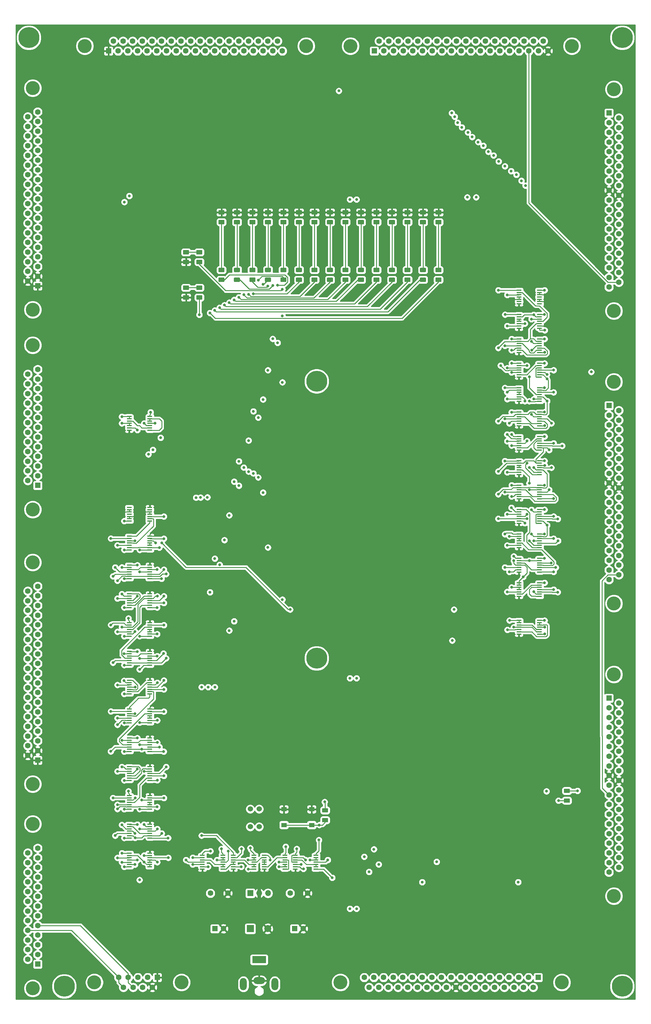
<source format=gbr>
G04 #@! TF.GenerationSoftware,KiCad,Pcbnew,5.1.5-52549c5~84~ubuntu18.04.1*
G04 #@! TF.CreationDate,2020-06-07T21:28:07-07:00*
G04 #@! TF.ProjectId,motherboard,6d6f7468-6572-4626-9f61-72642e6b6963,rev?*
G04 #@! TF.SameCoordinates,Original*
G04 #@! TF.FileFunction,Copper,L1,Top*
G04 #@! TF.FilePolarity,Positive*
%FSLAX46Y46*%
G04 Gerber Fmt 4.6, Leading zero omitted, Abs format (unit mm)*
G04 Created by KiCad (PCBNEW 5.1.5-52549c5~84~ubuntu18.04.1) date 2020-06-07 21:28:07*
%MOMM*%
%LPD*%
G04 APERTURE LIST*
%ADD10C,1.524000*%
%ADD11C,0.100000*%
%ADD12C,4.000000*%
%ADD13C,1.600000*%
%ADD14R,1.600000X1.600000*%
%ADD15R,1.450000X0.450000*%
%ADD16R,1.550000X1.300000*%
%ADD17O,1.700000X1.700000*%
%ADD18R,1.700000X1.700000*%
%ADD19O,2.000000X3.500000*%
%ADD20O,3.300000X2.000000*%
%ADD21R,4.000000X2.000000*%
%ADD22C,2.000000*%
%ADD23R,2.000000X2.000000*%
%ADD24C,6.000000*%
%ADD25C,0.800000*%
%ADD26C,0.250000*%
%ADD27C,1.000000*%
%ADD28C,0.254000*%
G04 APERTURE END LIST*
D10*
X375920000Y-261620000D03*
X378460000Y-261620000D03*
X375920000Y-266700000D03*
X378460000Y-266700000D03*
G04 #@! TA.AperFunction,SMDPad,CuDef*
D11*
G36*
X358154504Y-111641204D02*
G01*
X358178773Y-111644804D01*
X358202571Y-111650765D01*
X358225671Y-111659030D01*
X358247849Y-111669520D01*
X358268893Y-111682133D01*
X358288598Y-111696747D01*
X358306777Y-111713223D01*
X358323253Y-111731402D01*
X358337867Y-111751107D01*
X358350480Y-111772151D01*
X358360970Y-111794329D01*
X358369235Y-111817429D01*
X358375196Y-111841227D01*
X358378796Y-111865496D01*
X358380000Y-111890000D01*
X358380000Y-112640000D01*
X358378796Y-112664504D01*
X358375196Y-112688773D01*
X358369235Y-112712571D01*
X358360970Y-112735671D01*
X358350480Y-112757849D01*
X358337867Y-112778893D01*
X358323253Y-112798598D01*
X358306777Y-112816777D01*
X358288598Y-112833253D01*
X358268893Y-112847867D01*
X358247849Y-112860480D01*
X358225671Y-112870970D01*
X358202571Y-112879235D01*
X358178773Y-112885196D01*
X358154504Y-112888796D01*
X358130000Y-112890000D01*
X356880000Y-112890000D01*
X356855496Y-112888796D01*
X356831227Y-112885196D01*
X356807429Y-112879235D01*
X356784329Y-112870970D01*
X356762151Y-112860480D01*
X356741107Y-112847867D01*
X356721402Y-112833253D01*
X356703223Y-112816777D01*
X356686747Y-112798598D01*
X356672133Y-112778893D01*
X356659520Y-112757849D01*
X356649030Y-112735671D01*
X356640765Y-112712571D01*
X356634804Y-112688773D01*
X356631204Y-112664504D01*
X356630000Y-112640000D01*
X356630000Y-111890000D01*
X356631204Y-111865496D01*
X356634804Y-111841227D01*
X356640765Y-111817429D01*
X356649030Y-111794329D01*
X356659520Y-111772151D01*
X356672133Y-111751107D01*
X356686747Y-111731402D01*
X356703223Y-111713223D01*
X356721402Y-111696747D01*
X356741107Y-111682133D01*
X356762151Y-111669520D01*
X356784329Y-111659030D01*
X356807429Y-111650765D01*
X356831227Y-111644804D01*
X356855496Y-111641204D01*
X356880000Y-111640000D01*
X358130000Y-111640000D01*
X358154504Y-111641204D01*
G37*
G04 #@! TD.AperFunction*
G04 #@! TA.AperFunction,SMDPad,CuDef*
G36*
X358154504Y-114441204D02*
G01*
X358178773Y-114444804D01*
X358202571Y-114450765D01*
X358225671Y-114459030D01*
X358247849Y-114469520D01*
X358268893Y-114482133D01*
X358288598Y-114496747D01*
X358306777Y-114513223D01*
X358323253Y-114531402D01*
X358337867Y-114551107D01*
X358350480Y-114572151D01*
X358360970Y-114594329D01*
X358369235Y-114617429D01*
X358375196Y-114641227D01*
X358378796Y-114665496D01*
X358380000Y-114690000D01*
X358380000Y-115440000D01*
X358378796Y-115464504D01*
X358375196Y-115488773D01*
X358369235Y-115512571D01*
X358360970Y-115535671D01*
X358350480Y-115557849D01*
X358337867Y-115578893D01*
X358323253Y-115598598D01*
X358306777Y-115616777D01*
X358288598Y-115633253D01*
X358268893Y-115647867D01*
X358247849Y-115660480D01*
X358225671Y-115670970D01*
X358202571Y-115679235D01*
X358178773Y-115685196D01*
X358154504Y-115688796D01*
X358130000Y-115690000D01*
X356880000Y-115690000D01*
X356855496Y-115688796D01*
X356831227Y-115685196D01*
X356807429Y-115679235D01*
X356784329Y-115670970D01*
X356762151Y-115660480D01*
X356741107Y-115647867D01*
X356721402Y-115633253D01*
X356703223Y-115616777D01*
X356686747Y-115598598D01*
X356672133Y-115578893D01*
X356659520Y-115557849D01*
X356649030Y-115535671D01*
X356640765Y-115512571D01*
X356634804Y-115488773D01*
X356631204Y-115464504D01*
X356630000Y-115440000D01*
X356630000Y-114690000D01*
X356631204Y-114665496D01*
X356634804Y-114641227D01*
X356640765Y-114617429D01*
X356649030Y-114594329D01*
X356659520Y-114572151D01*
X356672133Y-114551107D01*
X356686747Y-114531402D01*
X356703223Y-114513223D01*
X356721402Y-114496747D01*
X356741107Y-114482133D01*
X356762151Y-114469520D01*
X356784329Y-114459030D01*
X356807429Y-114450765D01*
X356831227Y-114444804D01*
X356855496Y-114441204D01*
X356880000Y-114440000D01*
X358130000Y-114440000D01*
X358154504Y-114441204D01*
G37*
G04 #@! TD.AperFunction*
G04 #@! TA.AperFunction,SMDPad,CuDef*
G36*
X358154504Y-101481204D02*
G01*
X358178773Y-101484804D01*
X358202571Y-101490765D01*
X358225671Y-101499030D01*
X358247849Y-101509520D01*
X358268893Y-101522133D01*
X358288598Y-101536747D01*
X358306777Y-101553223D01*
X358323253Y-101571402D01*
X358337867Y-101591107D01*
X358350480Y-101612151D01*
X358360970Y-101634329D01*
X358369235Y-101657429D01*
X358375196Y-101681227D01*
X358378796Y-101705496D01*
X358380000Y-101730000D01*
X358380000Y-102480000D01*
X358378796Y-102504504D01*
X358375196Y-102528773D01*
X358369235Y-102552571D01*
X358360970Y-102575671D01*
X358350480Y-102597849D01*
X358337867Y-102618893D01*
X358323253Y-102638598D01*
X358306777Y-102656777D01*
X358288598Y-102673253D01*
X358268893Y-102687867D01*
X358247849Y-102700480D01*
X358225671Y-102710970D01*
X358202571Y-102719235D01*
X358178773Y-102725196D01*
X358154504Y-102728796D01*
X358130000Y-102730000D01*
X356880000Y-102730000D01*
X356855496Y-102728796D01*
X356831227Y-102725196D01*
X356807429Y-102719235D01*
X356784329Y-102710970D01*
X356762151Y-102700480D01*
X356741107Y-102687867D01*
X356721402Y-102673253D01*
X356703223Y-102656777D01*
X356686747Y-102638598D01*
X356672133Y-102618893D01*
X356659520Y-102597849D01*
X356649030Y-102575671D01*
X356640765Y-102552571D01*
X356634804Y-102528773D01*
X356631204Y-102504504D01*
X356630000Y-102480000D01*
X356630000Y-101730000D01*
X356631204Y-101705496D01*
X356634804Y-101681227D01*
X356640765Y-101657429D01*
X356649030Y-101634329D01*
X356659520Y-101612151D01*
X356672133Y-101591107D01*
X356686747Y-101571402D01*
X356703223Y-101553223D01*
X356721402Y-101536747D01*
X356741107Y-101522133D01*
X356762151Y-101509520D01*
X356784329Y-101499030D01*
X356807429Y-101490765D01*
X356831227Y-101484804D01*
X356855496Y-101481204D01*
X356880000Y-101480000D01*
X358130000Y-101480000D01*
X358154504Y-101481204D01*
G37*
G04 #@! TD.AperFunction*
G04 #@! TA.AperFunction,SMDPad,CuDef*
G36*
X358154504Y-104281204D02*
G01*
X358178773Y-104284804D01*
X358202571Y-104290765D01*
X358225671Y-104299030D01*
X358247849Y-104309520D01*
X358268893Y-104322133D01*
X358288598Y-104336747D01*
X358306777Y-104353223D01*
X358323253Y-104371402D01*
X358337867Y-104391107D01*
X358350480Y-104412151D01*
X358360970Y-104434329D01*
X358369235Y-104457429D01*
X358375196Y-104481227D01*
X358378796Y-104505496D01*
X358380000Y-104530000D01*
X358380000Y-105280000D01*
X358378796Y-105304504D01*
X358375196Y-105328773D01*
X358369235Y-105352571D01*
X358360970Y-105375671D01*
X358350480Y-105397849D01*
X358337867Y-105418893D01*
X358323253Y-105438598D01*
X358306777Y-105456777D01*
X358288598Y-105473253D01*
X358268893Y-105487867D01*
X358247849Y-105500480D01*
X358225671Y-105510970D01*
X358202571Y-105519235D01*
X358178773Y-105525196D01*
X358154504Y-105528796D01*
X358130000Y-105530000D01*
X356880000Y-105530000D01*
X356855496Y-105528796D01*
X356831227Y-105525196D01*
X356807429Y-105519235D01*
X356784329Y-105510970D01*
X356762151Y-105500480D01*
X356741107Y-105487867D01*
X356721402Y-105473253D01*
X356703223Y-105456777D01*
X356686747Y-105438598D01*
X356672133Y-105418893D01*
X356659520Y-105397849D01*
X356649030Y-105375671D01*
X356640765Y-105352571D01*
X356634804Y-105328773D01*
X356631204Y-105304504D01*
X356630000Y-105280000D01*
X356630000Y-104530000D01*
X356631204Y-104505496D01*
X356634804Y-104481227D01*
X356640765Y-104457429D01*
X356649030Y-104434329D01*
X356659520Y-104412151D01*
X356672133Y-104391107D01*
X356686747Y-104371402D01*
X356703223Y-104353223D01*
X356721402Y-104336747D01*
X356741107Y-104322133D01*
X356762151Y-104309520D01*
X356784329Y-104299030D01*
X356807429Y-104290765D01*
X356831227Y-104284804D01*
X356855496Y-104281204D01*
X356880000Y-104280000D01*
X358130000Y-104280000D01*
X358154504Y-104281204D01*
G37*
G04 #@! TD.AperFunction*
G04 #@! TA.AperFunction,SMDPad,CuDef*
G36*
X368314504Y-92851204D02*
G01*
X368338773Y-92854804D01*
X368362571Y-92860765D01*
X368385671Y-92869030D01*
X368407849Y-92879520D01*
X368428893Y-92892133D01*
X368448598Y-92906747D01*
X368466777Y-92923223D01*
X368483253Y-92941402D01*
X368497867Y-92961107D01*
X368510480Y-92982151D01*
X368520970Y-93004329D01*
X368529235Y-93027429D01*
X368535196Y-93051227D01*
X368538796Y-93075496D01*
X368540000Y-93100000D01*
X368540000Y-93850000D01*
X368538796Y-93874504D01*
X368535196Y-93898773D01*
X368529235Y-93922571D01*
X368520970Y-93945671D01*
X368510480Y-93967849D01*
X368497867Y-93988893D01*
X368483253Y-94008598D01*
X368466777Y-94026777D01*
X368448598Y-94043253D01*
X368428893Y-94057867D01*
X368407849Y-94070480D01*
X368385671Y-94080970D01*
X368362571Y-94089235D01*
X368338773Y-94095196D01*
X368314504Y-94098796D01*
X368290000Y-94100000D01*
X367040000Y-94100000D01*
X367015496Y-94098796D01*
X366991227Y-94095196D01*
X366967429Y-94089235D01*
X366944329Y-94080970D01*
X366922151Y-94070480D01*
X366901107Y-94057867D01*
X366881402Y-94043253D01*
X366863223Y-94026777D01*
X366846747Y-94008598D01*
X366832133Y-93988893D01*
X366819520Y-93967849D01*
X366809030Y-93945671D01*
X366800765Y-93922571D01*
X366794804Y-93898773D01*
X366791204Y-93874504D01*
X366790000Y-93850000D01*
X366790000Y-93100000D01*
X366791204Y-93075496D01*
X366794804Y-93051227D01*
X366800765Y-93027429D01*
X366809030Y-93004329D01*
X366819520Y-92982151D01*
X366832133Y-92961107D01*
X366846747Y-92941402D01*
X366863223Y-92923223D01*
X366881402Y-92906747D01*
X366901107Y-92892133D01*
X366922151Y-92879520D01*
X366944329Y-92869030D01*
X366967429Y-92860765D01*
X366991227Y-92854804D01*
X367015496Y-92851204D01*
X367040000Y-92850000D01*
X368290000Y-92850000D01*
X368314504Y-92851204D01*
G37*
G04 #@! TD.AperFunction*
G04 #@! TA.AperFunction,SMDPad,CuDef*
G36*
X368314504Y-90051204D02*
G01*
X368338773Y-90054804D01*
X368362571Y-90060765D01*
X368385671Y-90069030D01*
X368407849Y-90079520D01*
X368428893Y-90092133D01*
X368448598Y-90106747D01*
X368466777Y-90123223D01*
X368483253Y-90141402D01*
X368497867Y-90161107D01*
X368510480Y-90182151D01*
X368520970Y-90204329D01*
X368529235Y-90227429D01*
X368535196Y-90251227D01*
X368538796Y-90275496D01*
X368540000Y-90300000D01*
X368540000Y-91050000D01*
X368538796Y-91074504D01*
X368535196Y-91098773D01*
X368529235Y-91122571D01*
X368520970Y-91145671D01*
X368510480Y-91167849D01*
X368497867Y-91188893D01*
X368483253Y-91208598D01*
X368466777Y-91226777D01*
X368448598Y-91243253D01*
X368428893Y-91257867D01*
X368407849Y-91270480D01*
X368385671Y-91280970D01*
X368362571Y-91289235D01*
X368338773Y-91295196D01*
X368314504Y-91298796D01*
X368290000Y-91300000D01*
X367040000Y-91300000D01*
X367015496Y-91298796D01*
X366991227Y-91295196D01*
X366967429Y-91289235D01*
X366944329Y-91280970D01*
X366922151Y-91270480D01*
X366901107Y-91257867D01*
X366881402Y-91243253D01*
X366863223Y-91226777D01*
X366846747Y-91208598D01*
X366832133Y-91188893D01*
X366819520Y-91167849D01*
X366809030Y-91145671D01*
X366800765Y-91122571D01*
X366794804Y-91098773D01*
X366791204Y-91074504D01*
X366790000Y-91050000D01*
X366790000Y-90300000D01*
X366791204Y-90275496D01*
X366794804Y-90251227D01*
X366800765Y-90227429D01*
X366809030Y-90204329D01*
X366819520Y-90182151D01*
X366832133Y-90161107D01*
X366846747Y-90141402D01*
X366863223Y-90123223D01*
X366881402Y-90106747D01*
X366901107Y-90092133D01*
X366922151Y-90079520D01*
X366944329Y-90069030D01*
X366967429Y-90060765D01*
X366991227Y-90054804D01*
X367015496Y-90051204D01*
X367040000Y-90050000D01*
X368290000Y-90050000D01*
X368314504Y-90051204D01*
G37*
G04 #@! TD.AperFunction*
G04 #@! TA.AperFunction,SMDPad,CuDef*
G36*
X372759504Y-92851204D02*
G01*
X372783773Y-92854804D01*
X372807571Y-92860765D01*
X372830671Y-92869030D01*
X372852849Y-92879520D01*
X372873893Y-92892133D01*
X372893598Y-92906747D01*
X372911777Y-92923223D01*
X372928253Y-92941402D01*
X372942867Y-92961107D01*
X372955480Y-92982151D01*
X372965970Y-93004329D01*
X372974235Y-93027429D01*
X372980196Y-93051227D01*
X372983796Y-93075496D01*
X372985000Y-93100000D01*
X372985000Y-93850000D01*
X372983796Y-93874504D01*
X372980196Y-93898773D01*
X372974235Y-93922571D01*
X372965970Y-93945671D01*
X372955480Y-93967849D01*
X372942867Y-93988893D01*
X372928253Y-94008598D01*
X372911777Y-94026777D01*
X372893598Y-94043253D01*
X372873893Y-94057867D01*
X372852849Y-94070480D01*
X372830671Y-94080970D01*
X372807571Y-94089235D01*
X372783773Y-94095196D01*
X372759504Y-94098796D01*
X372735000Y-94100000D01*
X371485000Y-94100000D01*
X371460496Y-94098796D01*
X371436227Y-94095196D01*
X371412429Y-94089235D01*
X371389329Y-94080970D01*
X371367151Y-94070480D01*
X371346107Y-94057867D01*
X371326402Y-94043253D01*
X371308223Y-94026777D01*
X371291747Y-94008598D01*
X371277133Y-93988893D01*
X371264520Y-93967849D01*
X371254030Y-93945671D01*
X371245765Y-93922571D01*
X371239804Y-93898773D01*
X371236204Y-93874504D01*
X371235000Y-93850000D01*
X371235000Y-93100000D01*
X371236204Y-93075496D01*
X371239804Y-93051227D01*
X371245765Y-93027429D01*
X371254030Y-93004329D01*
X371264520Y-92982151D01*
X371277133Y-92961107D01*
X371291747Y-92941402D01*
X371308223Y-92923223D01*
X371326402Y-92906747D01*
X371346107Y-92892133D01*
X371367151Y-92879520D01*
X371389329Y-92869030D01*
X371412429Y-92860765D01*
X371436227Y-92854804D01*
X371460496Y-92851204D01*
X371485000Y-92850000D01*
X372735000Y-92850000D01*
X372759504Y-92851204D01*
G37*
G04 #@! TD.AperFunction*
G04 #@! TA.AperFunction,SMDPad,CuDef*
G36*
X372759504Y-90051204D02*
G01*
X372783773Y-90054804D01*
X372807571Y-90060765D01*
X372830671Y-90069030D01*
X372852849Y-90079520D01*
X372873893Y-90092133D01*
X372893598Y-90106747D01*
X372911777Y-90123223D01*
X372928253Y-90141402D01*
X372942867Y-90161107D01*
X372955480Y-90182151D01*
X372965970Y-90204329D01*
X372974235Y-90227429D01*
X372980196Y-90251227D01*
X372983796Y-90275496D01*
X372985000Y-90300000D01*
X372985000Y-91050000D01*
X372983796Y-91074504D01*
X372980196Y-91098773D01*
X372974235Y-91122571D01*
X372965970Y-91145671D01*
X372955480Y-91167849D01*
X372942867Y-91188893D01*
X372928253Y-91208598D01*
X372911777Y-91226777D01*
X372893598Y-91243253D01*
X372873893Y-91257867D01*
X372852849Y-91270480D01*
X372830671Y-91280970D01*
X372807571Y-91289235D01*
X372783773Y-91295196D01*
X372759504Y-91298796D01*
X372735000Y-91300000D01*
X371485000Y-91300000D01*
X371460496Y-91298796D01*
X371436227Y-91295196D01*
X371412429Y-91289235D01*
X371389329Y-91280970D01*
X371367151Y-91270480D01*
X371346107Y-91257867D01*
X371326402Y-91243253D01*
X371308223Y-91226777D01*
X371291747Y-91208598D01*
X371277133Y-91188893D01*
X371264520Y-91167849D01*
X371254030Y-91145671D01*
X371245765Y-91122571D01*
X371239804Y-91098773D01*
X371236204Y-91074504D01*
X371235000Y-91050000D01*
X371235000Y-90300000D01*
X371236204Y-90275496D01*
X371239804Y-90251227D01*
X371245765Y-90227429D01*
X371254030Y-90204329D01*
X371264520Y-90182151D01*
X371277133Y-90161107D01*
X371291747Y-90141402D01*
X371308223Y-90123223D01*
X371326402Y-90106747D01*
X371346107Y-90092133D01*
X371367151Y-90079520D01*
X371389329Y-90069030D01*
X371412429Y-90060765D01*
X371436227Y-90054804D01*
X371460496Y-90051204D01*
X371485000Y-90050000D01*
X372735000Y-90050000D01*
X372759504Y-90051204D01*
G37*
G04 #@! TD.AperFunction*
G04 #@! TA.AperFunction,SMDPad,CuDef*
G36*
X377204504Y-92851204D02*
G01*
X377228773Y-92854804D01*
X377252571Y-92860765D01*
X377275671Y-92869030D01*
X377297849Y-92879520D01*
X377318893Y-92892133D01*
X377338598Y-92906747D01*
X377356777Y-92923223D01*
X377373253Y-92941402D01*
X377387867Y-92961107D01*
X377400480Y-92982151D01*
X377410970Y-93004329D01*
X377419235Y-93027429D01*
X377425196Y-93051227D01*
X377428796Y-93075496D01*
X377430000Y-93100000D01*
X377430000Y-93850000D01*
X377428796Y-93874504D01*
X377425196Y-93898773D01*
X377419235Y-93922571D01*
X377410970Y-93945671D01*
X377400480Y-93967849D01*
X377387867Y-93988893D01*
X377373253Y-94008598D01*
X377356777Y-94026777D01*
X377338598Y-94043253D01*
X377318893Y-94057867D01*
X377297849Y-94070480D01*
X377275671Y-94080970D01*
X377252571Y-94089235D01*
X377228773Y-94095196D01*
X377204504Y-94098796D01*
X377180000Y-94100000D01*
X375930000Y-94100000D01*
X375905496Y-94098796D01*
X375881227Y-94095196D01*
X375857429Y-94089235D01*
X375834329Y-94080970D01*
X375812151Y-94070480D01*
X375791107Y-94057867D01*
X375771402Y-94043253D01*
X375753223Y-94026777D01*
X375736747Y-94008598D01*
X375722133Y-93988893D01*
X375709520Y-93967849D01*
X375699030Y-93945671D01*
X375690765Y-93922571D01*
X375684804Y-93898773D01*
X375681204Y-93874504D01*
X375680000Y-93850000D01*
X375680000Y-93100000D01*
X375681204Y-93075496D01*
X375684804Y-93051227D01*
X375690765Y-93027429D01*
X375699030Y-93004329D01*
X375709520Y-92982151D01*
X375722133Y-92961107D01*
X375736747Y-92941402D01*
X375753223Y-92923223D01*
X375771402Y-92906747D01*
X375791107Y-92892133D01*
X375812151Y-92879520D01*
X375834329Y-92869030D01*
X375857429Y-92860765D01*
X375881227Y-92854804D01*
X375905496Y-92851204D01*
X375930000Y-92850000D01*
X377180000Y-92850000D01*
X377204504Y-92851204D01*
G37*
G04 #@! TD.AperFunction*
G04 #@! TA.AperFunction,SMDPad,CuDef*
G36*
X377204504Y-90051204D02*
G01*
X377228773Y-90054804D01*
X377252571Y-90060765D01*
X377275671Y-90069030D01*
X377297849Y-90079520D01*
X377318893Y-90092133D01*
X377338598Y-90106747D01*
X377356777Y-90123223D01*
X377373253Y-90141402D01*
X377387867Y-90161107D01*
X377400480Y-90182151D01*
X377410970Y-90204329D01*
X377419235Y-90227429D01*
X377425196Y-90251227D01*
X377428796Y-90275496D01*
X377430000Y-90300000D01*
X377430000Y-91050000D01*
X377428796Y-91074504D01*
X377425196Y-91098773D01*
X377419235Y-91122571D01*
X377410970Y-91145671D01*
X377400480Y-91167849D01*
X377387867Y-91188893D01*
X377373253Y-91208598D01*
X377356777Y-91226777D01*
X377338598Y-91243253D01*
X377318893Y-91257867D01*
X377297849Y-91270480D01*
X377275671Y-91280970D01*
X377252571Y-91289235D01*
X377228773Y-91295196D01*
X377204504Y-91298796D01*
X377180000Y-91300000D01*
X375930000Y-91300000D01*
X375905496Y-91298796D01*
X375881227Y-91295196D01*
X375857429Y-91289235D01*
X375834329Y-91280970D01*
X375812151Y-91270480D01*
X375791107Y-91257867D01*
X375771402Y-91243253D01*
X375753223Y-91226777D01*
X375736747Y-91208598D01*
X375722133Y-91188893D01*
X375709520Y-91167849D01*
X375699030Y-91145671D01*
X375690765Y-91122571D01*
X375684804Y-91098773D01*
X375681204Y-91074504D01*
X375680000Y-91050000D01*
X375680000Y-90300000D01*
X375681204Y-90275496D01*
X375684804Y-90251227D01*
X375690765Y-90227429D01*
X375699030Y-90204329D01*
X375709520Y-90182151D01*
X375722133Y-90161107D01*
X375736747Y-90141402D01*
X375753223Y-90123223D01*
X375771402Y-90106747D01*
X375791107Y-90092133D01*
X375812151Y-90079520D01*
X375834329Y-90069030D01*
X375857429Y-90060765D01*
X375881227Y-90054804D01*
X375905496Y-90051204D01*
X375930000Y-90050000D01*
X377180000Y-90050000D01*
X377204504Y-90051204D01*
G37*
G04 #@! TD.AperFunction*
G04 #@! TA.AperFunction,SMDPad,CuDef*
G36*
X381649504Y-92851204D02*
G01*
X381673773Y-92854804D01*
X381697571Y-92860765D01*
X381720671Y-92869030D01*
X381742849Y-92879520D01*
X381763893Y-92892133D01*
X381783598Y-92906747D01*
X381801777Y-92923223D01*
X381818253Y-92941402D01*
X381832867Y-92961107D01*
X381845480Y-92982151D01*
X381855970Y-93004329D01*
X381864235Y-93027429D01*
X381870196Y-93051227D01*
X381873796Y-93075496D01*
X381875000Y-93100000D01*
X381875000Y-93850000D01*
X381873796Y-93874504D01*
X381870196Y-93898773D01*
X381864235Y-93922571D01*
X381855970Y-93945671D01*
X381845480Y-93967849D01*
X381832867Y-93988893D01*
X381818253Y-94008598D01*
X381801777Y-94026777D01*
X381783598Y-94043253D01*
X381763893Y-94057867D01*
X381742849Y-94070480D01*
X381720671Y-94080970D01*
X381697571Y-94089235D01*
X381673773Y-94095196D01*
X381649504Y-94098796D01*
X381625000Y-94100000D01*
X380375000Y-94100000D01*
X380350496Y-94098796D01*
X380326227Y-94095196D01*
X380302429Y-94089235D01*
X380279329Y-94080970D01*
X380257151Y-94070480D01*
X380236107Y-94057867D01*
X380216402Y-94043253D01*
X380198223Y-94026777D01*
X380181747Y-94008598D01*
X380167133Y-93988893D01*
X380154520Y-93967849D01*
X380144030Y-93945671D01*
X380135765Y-93922571D01*
X380129804Y-93898773D01*
X380126204Y-93874504D01*
X380125000Y-93850000D01*
X380125000Y-93100000D01*
X380126204Y-93075496D01*
X380129804Y-93051227D01*
X380135765Y-93027429D01*
X380144030Y-93004329D01*
X380154520Y-92982151D01*
X380167133Y-92961107D01*
X380181747Y-92941402D01*
X380198223Y-92923223D01*
X380216402Y-92906747D01*
X380236107Y-92892133D01*
X380257151Y-92879520D01*
X380279329Y-92869030D01*
X380302429Y-92860765D01*
X380326227Y-92854804D01*
X380350496Y-92851204D01*
X380375000Y-92850000D01*
X381625000Y-92850000D01*
X381649504Y-92851204D01*
G37*
G04 #@! TD.AperFunction*
G04 #@! TA.AperFunction,SMDPad,CuDef*
G36*
X381649504Y-90051204D02*
G01*
X381673773Y-90054804D01*
X381697571Y-90060765D01*
X381720671Y-90069030D01*
X381742849Y-90079520D01*
X381763893Y-90092133D01*
X381783598Y-90106747D01*
X381801777Y-90123223D01*
X381818253Y-90141402D01*
X381832867Y-90161107D01*
X381845480Y-90182151D01*
X381855970Y-90204329D01*
X381864235Y-90227429D01*
X381870196Y-90251227D01*
X381873796Y-90275496D01*
X381875000Y-90300000D01*
X381875000Y-91050000D01*
X381873796Y-91074504D01*
X381870196Y-91098773D01*
X381864235Y-91122571D01*
X381855970Y-91145671D01*
X381845480Y-91167849D01*
X381832867Y-91188893D01*
X381818253Y-91208598D01*
X381801777Y-91226777D01*
X381783598Y-91243253D01*
X381763893Y-91257867D01*
X381742849Y-91270480D01*
X381720671Y-91280970D01*
X381697571Y-91289235D01*
X381673773Y-91295196D01*
X381649504Y-91298796D01*
X381625000Y-91300000D01*
X380375000Y-91300000D01*
X380350496Y-91298796D01*
X380326227Y-91295196D01*
X380302429Y-91289235D01*
X380279329Y-91280970D01*
X380257151Y-91270480D01*
X380236107Y-91257867D01*
X380216402Y-91243253D01*
X380198223Y-91226777D01*
X380181747Y-91208598D01*
X380167133Y-91188893D01*
X380154520Y-91167849D01*
X380144030Y-91145671D01*
X380135765Y-91122571D01*
X380129804Y-91098773D01*
X380126204Y-91074504D01*
X380125000Y-91050000D01*
X380125000Y-90300000D01*
X380126204Y-90275496D01*
X380129804Y-90251227D01*
X380135765Y-90227429D01*
X380144030Y-90204329D01*
X380154520Y-90182151D01*
X380167133Y-90161107D01*
X380181747Y-90141402D01*
X380198223Y-90123223D01*
X380216402Y-90106747D01*
X380236107Y-90092133D01*
X380257151Y-90079520D01*
X380279329Y-90069030D01*
X380302429Y-90060765D01*
X380326227Y-90054804D01*
X380350496Y-90051204D01*
X380375000Y-90050000D01*
X381625000Y-90050000D01*
X381649504Y-90051204D01*
G37*
G04 #@! TD.AperFunction*
G04 #@! TA.AperFunction,SMDPad,CuDef*
G36*
X386094504Y-92851204D02*
G01*
X386118773Y-92854804D01*
X386142571Y-92860765D01*
X386165671Y-92869030D01*
X386187849Y-92879520D01*
X386208893Y-92892133D01*
X386228598Y-92906747D01*
X386246777Y-92923223D01*
X386263253Y-92941402D01*
X386277867Y-92961107D01*
X386290480Y-92982151D01*
X386300970Y-93004329D01*
X386309235Y-93027429D01*
X386315196Y-93051227D01*
X386318796Y-93075496D01*
X386320000Y-93100000D01*
X386320000Y-93850000D01*
X386318796Y-93874504D01*
X386315196Y-93898773D01*
X386309235Y-93922571D01*
X386300970Y-93945671D01*
X386290480Y-93967849D01*
X386277867Y-93988893D01*
X386263253Y-94008598D01*
X386246777Y-94026777D01*
X386228598Y-94043253D01*
X386208893Y-94057867D01*
X386187849Y-94070480D01*
X386165671Y-94080970D01*
X386142571Y-94089235D01*
X386118773Y-94095196D01*
X386094504Y-94098796D01*
X386070000Y-94100000D01*
X384820000Y-94100000D01*
X384795496Y-94098796D01*
X384771227Y-94095196D01*
X384747429Y-94089235D01*
X384724329Y-94080970D01*
X384702151Y-94070480D01*
X384681107Y-94057867D01*
X384661402Y-94043253D01*
X384643223Y-94026777D01*
X384626747Y-94008598D01*
X384612133Y-93988893D01*
X384599520Y-93967849D01*
X384589030Y-93945671D01*
X384580765Y-93922571D01*
X384574804Y-93898773D01*
X384571204Y-93874504D01*
X384570000Y-93850000D01*
X384570000Y-93100000D01*
X384571204Y-93075496D01*
X384574804Y-93051227D01*
X384580765Y-93027429D01*
X384589030Y-93004329D01*
X384599520Y-92982151D01*
X384612133Y-92961107D01*
X384626747Y-92941402D01*
X384643223Y-92923223D01*
X384661402Y-92906747D01*
X384681107Y-92892133D01*
X384702151Y-92879520D01*
X384724329Y-92869030D01*
X384747429Y-92860765D01*
X384771227Y-92854804D01*
X384795496Y-92851204D01*
X384820000Y-92850000D01*
X386070000Y-92850000D01*
X386094504Y-92851204D01*
G37*
G04 #@! TD.AperFunction*
G04 #@! TA.AperFunction,SMDPad,CuDef*
G36*
X386094504Y-90051204D02*
G01*
X386118773Y-90054804D01*
X386142571Y-90060765D01*
X386165671Y-90069030D01*
X386187849Y-90079520D01*
X386208893Y-90092133D01*
X386228598Y-90106747D01*
X386246777Y-90123223D01*
X386263253Y-90141402D01*
X386277867Y-90161107D01*
X386290480Y-90182151D01*
X386300970Y-90204329D01*
X386309235Y-90227429D01*
X386315196Y-90251227D01*
X386318796Y-90275496D01*
X386320000Y-90300000D01*
X386320000Y-91050000D01*
X386318796Y-91074504D01*
X386315196Y-91098773D01*
X386309235Y-91122571D01*
X386300970Y-91145671D01*
X386290480Y-91167849D01*
X386277867Y-91188893D01*
X386263253Y-91208598D01*
X386246777Y-91226777D01*
X386228598Y-91243253D01*
X386208893Y-91257867D01*
X386187849Y-91270480D01*
X386165671Y-91280970D01*
X386142571Y-91289235D01*
X386118773Y-91295196D01*
X386094504Y-91298796D01*
X386070000Y-91300000D01*
X384820000Y-91300000D01*
X384795496Y-91298796D01*
X384771227Y-91295196D01*
X384747429Y-91289235D01*
X384724329Y-91280970D01*
X384702151Y-91270480D01*
X384681107Y-91257867D01*
X384661402Y-91243253D01*
X384643223Y-91226777D01*
X384626747Y-91208598D01*
X384612133Y-91188893D01*
X384599520Y-91167849D01*
X384589030Y-91145671D01*
X384580765Y-91122571D01*
X384574804Y-91098773D01*
X384571204Y-91074504D01*
X384570000Y-91050000D01*
X384570000Y-90300000D01*
X384571204Y-90275496D01*
X384574804Y-90251227D01*
X384580765Y-90227429D01*
X384589030Y-90204329D01*
X384599520Y-90182151D01*
X384612133Y-90161107D01*
X384626747Y-90141402D01*
X384643223Y-90123223D01*
X384661402Y-90106747D01*
X384681107Y-90092133D01*
X384702151Y-90079520D01*
X384724329Y-90069030D01*
X384747429Y-90060765D01*
X384771227Y-90054804D01*
X384795496Y-90051204D01*
X384820000Y-90050000D01*
X386070000Y-90050000D01*
X386094504Y-90051204D01*
G37*
G04 #@! TD.AperFunction*
G04 #@! TA.AperFunction,SMDPad,CuDef*
G36*
X390539504Y-92851204D02*
G01*
X390563773Y-92854804D01*
X390587571Y-92860765D01*
X390610671Y-92869030D01*
X390632849Y-92879520D01*
X390653893Y-92892133D01*
X390673598Y-92906747D01*
X390691777Y-92923223D01*
X390708253Y-92941402D01*
X390722867Y-92961107D01*
X390735480Y-92982151D01*
X390745970Y-93004329D01*
X390754235Y-93027429D01*
X390760196Y-93051227D01*
X390763796Y-93075496D01*
X390765000Y-93100000D01*
X390765000Y-93850000D01*
X390763796Y-93874504D01*
X390760196Y-93898773D01*
X390754235Y-93922571D01*
X390745970Y-93945671D01*
X390735480Y-93967849D01*
X390722867Y-93988893D01*
X390708253Y-94008598D01*
X390691777Y-94026777D01*
X390673598Y-94043253D01*
X390653893Y-94057867D01*
X390632849Y-94070480D01*
X390610671Y-94080970D01*
X390587571Y-94089235D01*
X390563773Y-94095196D01*
X390539504Y-94098796D01*
X390515000Y-94100000D01*
X389265000Y-94100000D01*
X389240496Y-94098796D01*
X389216227Y-94095196D01*
X389192429Y-94089235D01*
X389169329Y-94080970D01*
X389147151Y-94070480D01*
X389126107Y-94057867D01*
X389106402Y-94043253D01*
X389088223Y-94026777D01*
X389071747Y-94008598D01*
X389057133Y-93988893D01*
X389044520Y-93967849D01*
X389034030Y-93945671D01*
X389025765Y-93922571D01*
X389019804Y-93898773D01*
X389016204Y-93874504D01*
X389015000Y-93850000D01*
X389015000Y-93100000D01*
X389016204Y-93075496D01*
X389019804Y-93051227D01*
X389025765Y-93027429D01*
X389034030Y-93004329D01*
X389044520Y-92982151D01*
X389057133Y-92961107D01*
X389071747Y-92941402D01*
X389088223Y-92923223D01*
X389106402Y-92906747D01*
X389126107Y-92892133D01*
X389147151Y-92879520D01*
X389169329Y-92869030D01*
X389192429Y-92860765D01*
X389216227Y-92854804D01*
X389240496Y-92851204D01*
X389265000Y-92850000D01*
X390515000Y-92850000D01*
X390539504Y-92851204D01*
G37*
G04 #@! TD.AperFunction*
G04 #@! TA.AperFunction,SMDPad,CuDef*
G36*
X390539504Y-90051204D02*
G01*
X390563773Y-90054804D01*
X390587571Y-90060765D01*
X390610671Y-90069030D01*
X390632849Y-90079520D01*
X390653893Y-90092133D01*
X390673598Y-90106747D01*
X390691777Y-90123223D01*
X390708253Y-90141402D01*
X390722867Y-90161107D01*
X390735480Y-90182151D01*
X390745970Y-90204329D01*
X390754235Y-90227429D01*
X390760196Y-90251227D01*
X390763796Y-90275496D01*
X390765000Y-90300000D01*
X390765000Y-91050000D01*
X390763796Y-91074504D01*
X390760196Y-91098773D01*
X390754235Y-91122571D01*
X390745970Y-91145671D01*
X390735480Y-91167849D01*
X390722867Y-91188893D01*
X390708253Y-91208598D01*
X390691777Y-91226777D01*
X390673598Y-91243253D01*
X390653893Y-91257867D01*
X390632849Y-91270480D01*
X390610671Y-91280970D01*
X390587571Y-91289235D01*
X390563773Y-91295196D01*
X390539504Y-91298796D01*
X390515000Y-91300000D01*
X389265000Y-91300000D01*
X389240496Y-91298796D01*
X389216227Y-91295196D01*
X389192429Y-91289235D01*
X389169329Y-91280970D01*
X389147151Y-91270480D01*
X389126107Y-91257867D01*
X389106402Y-91243253D01*
X389088223Y-91226777D01*
X389071747Y-91208598D01*
X389057133Y-91188893D01*
X389044520Y-91167849D01*
X389034030Y-91145671D01*
X389025765Y-91122571D01*
X389019804Y-91098773D01*
X389016204Y-91074504D01*
X389015000Y-91050000D01*
X389015000Y-90300000D01*
X389016204Y-90275496D01*
X389019804Y-90251227D01*
X389025765Y-90227429D01*
X389034030Y-90204329D01*
X389044520Y-90182151D01*
X389057133Y-90161107D01*
X389071747Y-90141402D01*
X389088223Y-90123223D01*
X389106402Y-90106747D01*
X389126107Y-90092133D01*
X389147151Y-90079520D01*
X389169329Y-90069030D01*
X389192429Y-90060765D01*
X389216227Y-90054804D01*
X389240496Y-90051204D01*
X389265000Y-90050000D01*
X390515000Y-90050000D01*
X390539504Y-90051204D01*
G37*
G04 #@! TD.AperFunction*
G04 #@! TA.AperFunction,SMDPad,CuDef*
G36*
X394984504Y-92851204D02*
G01*
X395008773Y-92854804D01*
X395032571Y-92860765D01*
X395055671Y-92869030D01*
X395077849Y-92879520D01*
X395098893Y-92892133D01*
X395118598Y-92906747D01*
X395136777Y-92923223D01*
X395153253Y-92941402D01*
X395167867Y-92961107D01*
X395180480Y-92982151D01*
X395190970Y-93004329D01*
X395199235Y-93027429D01*
X395205196Y-93051227D01*
X395208796Y-93075496D01*
X395210000Y-93100000D01*
X395210000Y-93850000D01*
X395208796Y-93874504D01*
X395205196Y-93898773D01*
X395199235Y-93922571D01*
X395190970Y-93945671D01*
X395180480Y-93967849D01*
X395167867Y-93988893D01*
X395153253Y-94008598D01*
X395136777Y-94026777D01*
X395118598Y-94043253D01*
X395098893Y-94057867D01*
X395077849Y-94070480D01*
X395055671Y-94080970D01*
X395032571Y-94089235D01*
X395008773Y-94095196D01*
X394984504Y-94098796D01*
X394960000Y-94100000D01*
X393710000Y-94100000D01*
X393685496Y-94098796D01*
X393661227Y-94095196D01*
X393637429Y-94089235D01*
X393614329Y-94080970D01*
X393592151Y-94070480D01*
X393571107Y-94057867D01*
X393551402Y-94043253D01*
X393533223Y-94026777D01*
X393516747Y-94008598D01*
X393502133Y-93988893D01*
X393489520Y-93967849D01*
X393479030Y-93945671D01*
X393470765Y-93922571D01*
X393464804Y-93898773D01*
X393461204Y-93874504D01*
X393460000Y-93850000D01*
X393460000Y-93100000D01*
X393461204Y-93075496D01*
X393464804Y-93051227D01*
X393470765Y-93027429D01*
X393479030Y-93004329D01*
X393489520Y-92982151D01*
X393502133Y-92961107D01*
X393516747Y-92941402D01*
X393533223Y-92923223D01*
X393551402Y-92906747D01*
X393571107Y-92892133D01*
X393592151Y-92879520D01*
X393614329Y-92869030D01*
X393637429Y-92860765D01*
X393661227Y-92854804D01*
X393685496Y-92851204D01*
X393710000Y-92850000D01*
X394960000Y-92850000D01*
X394984504Y-92851204D01*
G37*
G04 #@! TD.AperFunction*
G04 #@! TA.AperFunction,SMDPad,CuDef*
G36*
X394984504Y-90051204D02*
G01*
X395008773Y-90054804D01*
X395032571Y-90060765D01*
X395055671Y-90069030D01*
X395077849Y-90079520D01*
X395098893Y-90092133D01*
X395118598Y-90106747D01*
X395136777Y-90123223D01*
X395153253Y-90141402D01*
X395167867Y-90161107D01*
X395180480Y-90182151D01*
X395190970Y-90204329D01*
X395199235Y-90227429D01*
X395205196Y-90251227D01*
X395208796Y-90275496D01*
X395210000Y-90300000D01*
X395210000Y-91050000D01*
X395208796Y-91074504D01*
X395205196Y-91098773D01*
X395199235Y-91122571D01*
X395190970Y-91145671D01*
X395180480Y-91167849D01*
X395167867Y-91188893D01*
X395153253Y-91208598D01*
X395136777Y-91226777D01*
X395118598Y-91243253D01*
X395098893Y-91257867D01*
X395077849Y-91270480D01*
X395055671Y-91280970D01*
X395032571Y-91289235D01*
X395008773Y-91295196D01*
X394984504Y-91298796D01*
X394960000Y-91300000D01*
X393710000Y-91300000D01*
X393685496Y-91298796D01*
X393661227Y-91295196D01*
X393637429Y-91289235D01*
X393614329Y-91280970D01*
X393592151Y-91270480D01*
X393571107Y-91257867D01*
X393551402Y-91243253D01*
X393533223Y-91226777D01*
X393516747Y-91208598D01*
X393502133Y-91188893D01*
X393489520Y-91167849D01*
X393479030Y-91145671D01*
X393470765Y-91122571D01*
X393464804Y-91098773D01*
X393461204Y-91074504D01*
X393460000Y-91050000D01*
X393460000Y-90300000D01*
X393461204Y-90275496D01*
X393464804Y-90251227D01*
X393470765Y-90227429D01*
X393479030Y-90204329D01*
X393489520Y-90182151D01*
X393502133Y-90161107D01*
X393516747Y-90141402D01*
X393533223Y-90123223D01*
X393551402Y-90106747D01*
X393571107Y-90092133D01*
X393592151Y-90079520D01*
X393614329Y-90069030D01*
X393637429Y-90060765D01*
X393661227Y-90054804D01*
X393685496Y-90051204D01*
X393710000Y-90050000D01*
X394960000Y-90050000D01*
X394984504Y-90051204D01*
G37*
G04 #@! TD.AperFunction*
G04 #@! TA.AperFunction,SMDPad,CuDef*
G36*
X399429504Y-92851204D02*
G01*
X399453773Y-92854804D01*
X399477571Y-92860765D01*
X399500671Y-92869030D01*
X399522849Y-92879520D01*
X399543893Y-92892133D01*
X399563598Y-92906747D01*
X399581777Y-92923223D01*
X399598253Y-92941402D01*
X399612867Y-92961107D01*
X399625480Y-92982151D01*
X399635970Y-93004329D01*
X399644235Y-93027429D01*
X399650196Y-93051227D01*
X399653796Y-93075496D01*
X399655000Y-93100000D01*
X399655000Y-93850000D01*
X399653796Y-93874504D01*
X399650196Y-93898773D01*
X399644235Y-93922571D01*
X399635970Y-93945671D01*
X399625480Y-93967849D01*
X399612867Y-93988893D01*
X399598253Y-94008598D01*
X399581777Y-94026777D01*
X399563598Y-94043253D01*
X399543893Y-94057867D01*
X399522849Y-94070480D01*
X399500671Y-94080970D01*
X399477571Y-94089235D01*
X399453773Y-94095196D01*
X399429504Y-94098796D01*
X399405000Y-94100000D01*
X398155000Y-94100000D01*
X398130496Y-94098796D01*
X398106227Y-94095196D01*
X398082429Y-94089235D01*
X398059329Y-94080970D01*
X398037151Y-94070480D01*
X398016107Y-94057867D01*
X397996402Y-94043253D01*
X397978223Y-94026777D01*
X397961747Y-94008598D01*
X397947133Y-93988893D01*
X397934520Y-93967849D01*
X397924030Y-93945671D01*
X397915765Y-93922571D01*
X397909804Y-93898773D01*
X397906204Y-93874504D01*
X397905000Y-93850000D01*
X397905000Y-93100000D01*
X397906204Y-93075496D01*
X397909804Y-93051227D01*
X397915765Y-93027429D01*
X397924030Y-93004329D01*
X397934520Y-92982151D01*
X397947133Y-92961107D01*
X397961747Y-92941402D01*
X397978223Y-92923223D01*
X397996402Y-92906747D01*
X398016107Y-92892133D01*
X398037151Y-92879520D01*
X398059329Y-92869030D01*
X398082429Y-92860765D01*
X398106227Y-92854804D01*
X398130496Y-92851204D01*
X398155000Y-92850000D01*
X399405000Y-92850000D01*
X399429504Y-92851204D01*
G37*
G04 #@! TD.AperFunction*
G04 #@! TA.AperFunction,SMDPad,CuDef*
G36*
X399429504Y-90051204D02*
G01*
X399453773Y-90054804D01*
X399477571Y-90060765D01*
X399500671Y-90069030D01*
X399522849Y-90079520D01*
X399543893Y-90092133D01*
X399563598Y-90106747D01*
X399581777Y-90123223D01*
X399598253Y-90141402D01*
X399612867Y-90161107D01*
X399625480Y-90182151D01*
X399635970Y-90204329D01*
X399644235Y-90227429D01*
X399650196Y-90251227D01*
X399653796Y-90275496D01*
X399655000Y-90300000D01*
X399655000Y-91050000D01*
X399653796Y-91074504D01*
X399650196Y-91098773D01*
X399644235Y-91122571D01*
X399635970Y-91145671D01*
X399625480Y-91167849D01*
X399612867Y-91188893D01*
X399598253Y-91208598D01*
X399581777Y-91226777D01*
X399563598Y-91243253D01*
X399543893Y-91257867D01*
X399522849Y-91270480D01*
X399500671Y-91280970D01*
X399477571Y-91289235D01*
X399453773Y-91295196D01*
X399429504Y-91298796D01*
X399405000Y-91300000D01*
X398155000Y-91300000D01*
X398130496Y-91298796D01*
X398106227Y-91295196D01*
X398082429Y-91289235D01*
X398059329Y-91280970D01*
X398037151Y-91270480D01*
X398016107Y-91257867D01*
X397996402Y-91243253D01*
X397978223Y-91226777D01*
X397961747Y-91208598D01*
X397947133Y-91188893D01*
X397934520Y-91167849D01*
X397924030Y-91145671D01*
X397915765Y-91122571D01*
X397909804Y-91098773D01*
X397906204Y-91074504D01*
X397905000Y-91050000D01*
X397905000Y-90300000D01*
X397906204Y-90275496D01*
X397909804Y-90251227D01*
X397915765Y-90227429D01*
X397924030Y-90204329D01*
X397934520Y-90182151D01*
X397947133Y-90161107D01*
X397961747Y-90141402D01*
X397978223Y-90123223D01*
X397996402Y-90106747D01*
X398016107Y-90092133D01*
X398037151Y-90079520D01*
X398059329Y-90069030D01*
X398082429Y-90060765D01*
X398106227Y-90054804D01*
X398130496Y-90051204D01*
X398155000Y-90050000D01*
X399405000Y-90050000D01*
X399429504Y-90051204D01*
G37*
G04 #@! TD.AperFunction*
G04 #@! TA.AperFunction,SMDPad,CuDef*
G36*
X403874504Y-92851204D02*
G01*
X403898773Y-92854804D01*
X403922571Y-92860765D01*
X403945671Y-92869030D01*
X403967849Y-92879520D01*
X403988893Y-92892133D01*
X404008598Y-92906747D01*
X404026777Y-92923223D01*
X404043253Y-92941402D01*
X404057867Y-92961107D01*
X404070480Y-92982151D01*
X404080970Y-93004329D01*
X404089235Y-93027429D01*
X404095196Y-93051227D01*
X404098796Y-93075496D01*
X404100000Y-93100000D01*
X404100000Y-93850000D01*
X404098796Y-93874504D01*
X404095196Y-93898773D01*
X404089235Y-93922571D01*
X404080970Y-93945671D01*
X404070480Y-93967849D01*
X404057867Y-93988893D01*
X404043253Y-94008598D01*
X404026777Y-94026777D01*
X404008598Y-94043253D01*
X403988893Y-94057867D01*
X403967849Y-94070480D01*
X403945671Y-94080970D01*
X403922571Y-94089235D01*
X403898773Y-94095196D01*
X403874504Y-94098796D01*
X403850000Y-94100000D01*
X402600000Y-94100000D01*
X402575496Y-94098796D01*
X402551227Y-94095196D01*
X402527429Y-94089235D01*
X402504329Y-94080970D01*
X402482151Y-94070480D01*
X402461107Y-94057867D01*
X402441402Y-94043253D01*
X402423223Y-94026777D01*
X402406747Y-94008598D01*
X402392133Y-93988893D01*
X402379520Y-93967849D01*
X402369030Y-93945671D01*
X402360765Y-93922571D01*
X402354804Y-93898773D01*
X402351204Y-93874504D01*
X402350000Y-93850000D01*
X402350000Y-93100000D01*
X402351204Y-93075496D01*
X402354804Y-93051227D01*
X402360765Y-93027429D01*
X402369030Y-93004329D01*
X402379520Y-92982151D01*
X402392133Y-92961107D01*
X402406747Y-92941402D01*
X402423223Y-92923223D01*
X402441402Y-92906747D01*
X402461107Y-92892133D01*
X402482151Y-92879520D01*
X402504329Y-92869030D01*
X402527429Y-92860765D01*
X402551227Y-92854804D01*
X402575496Y-92851204D01*
X402600000Y-92850000D01*
X403850000Y-92850000D01*
X403874504Y-92851204D01*
G37*
G04 #@! TD.AperFunction*
G04 #@! TA.AperFunction,SMDPad,CuDef*
G36*
X403874504Y-90051204D02*
G01*
X403898773Y-90054804D01*
X403922571Y-90060765D01*
X403945671Y-90069030D01*
X403967849Y-90079520D01*
X403988893Y-90092133D01*
X404008598Y-90106747D01*
X404026777Y-90123223D01*
X404043253Y-90141402D01*
X404057867Y-90161107D01*
X404070480Y-90182151D01*
X404080970Y-90204329D01*
X404089235Y-90227429D01*
X404095196Y-90251227D01*
X404098796Y-90275496D01*
X404100000Y-90300000D01*
X404100000Y-91050000D01*
X404098796Y-91074504D01*
X404095196Y-91098773D01*
X404089235Y-91122571D01*
X404080970Y-91145671D01*
X404070480Y-91167849D01*
X404057867Y-91188893D01*
X404043253Y-91208598D01*
X404026777Y-91226777D01*
X404008598Y-91243253D01*
X403988893Y-91257867D01*
X403967849Y-91270480D01*
X403945671Y-91280970D01*
X403922571Y-91289235D01*
X403898773Y-91295196D01*
X403874504Y-91298796D01*
X403850000Y-91300000D01*
X402600000Y-91300000D01*
X402575496Y-91298796D01*
X402551227Y-91295196D01*
X402527429Y-91289235D01*
X402504329Y-91280970D01*
X402482151Y-91270480D01*
X402461107Y-91257867D01*
X402441402Y-91243253D01*
X402423223Y-91226777D01*
X402406747Y-91208598D01*
X402392133Y-91188893D01*
X402379520Y-91167849D01*
X402369030Y-91145671D01*
X402360765Y-91122571D01*
X402354804Y-91098773D01*
X402351204Y-91074504D01*
X402350000Y-91050000D01*
X402350000Y-90300000D01*
X402351204Y-90275496D01*
X402354804Y-90251227D01*
X402360765Y-90227429D01*
X402369030Y-90204329D01*
X402379520Y-90182151D01*
X402392133Y-90161107D01*
X402406747Y-90141402D01*
X402423223Y-90123223D01*
X402441402Y-90106747D01*
X402461107Y-90092133D01*
X402482151Y-90079520D01*
X402504329Y-90069030D01*
X402527429Y-90060765D01*
X402551227Y-90054804D01*
X402575496Y-90051204D01*
X402600000Y-90050000D01*
X403850000Y-90050000D01*
X403874504Y-90051204D01*
G37*
G04 #@! TD.AperFunction*
G04 #@! TA.AperFunction,SMDPad,CuDef*
G36*
X408319504Y-92851204D02*
G01*
X408343773Y-92854804D01*
X408367571Y-92860765D01*
X408390671Y-92869030D01*
X408412849Y-92879520D01*
X408433893Y-92892133D01*
X408453598Y-92906747D01*
X408471777Y-92923223D01*
X408488253Y-92941402D01*
X408502867Y-92961107D01*
X408515480Y-92982151D01*
X408525970Y-93004329D01*
X408534235Y-93027429D01*
X408540196Y-93051227D01*
X408543796Y-93075496D01*
X408545000Y-93100000D01*
X408545000Y-93850000D01*
X408543796Y-93874504D01*
X408540196Y-93898773D01*
X408534235Y-93922571D01*
X408525970Y-93945671D01*
X408515480Y-93967849D01*
X408502867Y-93988893D01*
X408488253Y-94008598D01*
X408471777Y-94026777D01*
X408453598Y-94043253D01*
X408433893Y-94057867D01*
X408412849Y-94070480D01*
X408390671Y-94080970D01*
X408367571Y-94089235D01*
X408343773Y-94095196D01*
X408319504Y-94098796D01*
X408295000Y-94100000D01*
X407045000Y-94100000D01*
X407020496Y-94098796D01*
X406996227Y-94095196D01*
X406972429Y-94089235D01*
X406949329Y-94080970D01*
X406927151Y-94070480D01*
X406906107Y-94057867D01*
X406886402Y-94043253D01*
X406868223Y-94026777D01*
X406851747Y-94008598D01*
X406837133Y-93988893D01*
X406824520Y-93967849D01*
X406814030Y-93945671D01*
X406805765Y-93922571D01*
X406799804Y-93898773D01*
X406796204Y-93874504D01*
X406795000Y-93850000D01*
X406795000Y-93100000D01*
X406796204Y-93075496D01*
X406799804Y-93051227D01*
X406805765Y-93027429D01*
X406814030Y-93004329D01*
X406824520Y-92982151D01*
X406837133Y-92961107D01*
X406851747Y-92941402D01*
X406868223Y-92923223D01*
X406886402Y-92906747D01*
X406906107Y-92892133D01*
X406927151Y-92879520D01*
X406949329Y-92869030D01*
X406972429Y-92860765D01*
X406996227Y-92854804D01*
X407020496Y-92851204D01*
X407045000Y-92850000D01*
X408295000Y-92850000D01*
X408319504Y-92851204D01*
G37*
G04 #@! TD.AperFunction*
G04 #@! TA.AperFunction,SMDPad,CuDef*
G36*
X408319504Y-90051204D02*
G01*
X408343773Y-90054804D01*
X408367571Y-90060765D01*
X408390671Y-90069030D01*
X408412849Y-90079520D01*
X408433893Y-90092133D01*
X408453598Y-90106747D01*
X408471777Y-90123223D01*
X408488253Y-90141402D01*
X408502867Y-90161107D01*
X408515480Y-90182151D01*
X408525970Y-90204329D01*
X408534235Y-90227429D01*
X408540196Y-90251227D01*
X408543796Y-90275496D01*
X408545000Y-90300000D01*
X408545000Y-91050000D01*
X408543796Y-91074504D01*
X408540196Y-91098773D01*
X408534235Y-91122571D01*
X408525970Y-91145671D01*
X408515480Y-91167849D01*
X408502867Y-91188893D01*
X408488253Y-91208598D01*
X408471777Y-91226777D01*
X408453598Y-91243253D01*
X408433893Y-91257867D01*
X408412849Y-91270480D01*
X408390671Y-91280970D01*
X408367571Y-91289235D01*
X408343773Y-91295196D01*
X408319504Y-91298796D01*
X408295000Y-91300000D01*
X407045000Y-91300000D01*
X407020496Y-91298796D01*
X406996227Y-91295196D01*
X406972429Y-91289235D01*
X406949329Y-91280970D01*
X406927151Y-91270480D01*
X406906107Y-91257867D01*
X406886402Y-91243253D01*
X406868223Y-91226777D01*
X406851747Y-91208598D01*
X406837133Y-91188893D01*
X406824520Y-91167849D01*
X406814030Y-91145671D01*
X406805765Y-91122571D01*
X406799804Y-91098773D01*
X406796204Y-91074504D01*
X406795000Y-91050000D01*
X406795000Y-90300000D01*
X406796204Y-90275496D01*
X406799804Y-90251227D01*
X406805765Y-90227429D01*
X406814030Y-90204329D01*
X406824520Y-90182151D01*
X406837133Y-90161107D01*
X406851747Y-90141402D01*
X406868223Y-90123223D01*
X406886402Y-90106747D01*
X406906107Y-90092133D01*
X406927151Y-90079520D01*
X406949329Y-90069030D01*
X406972429Y-90060765D01*
X406996227Y-90054804D01*
X407020496Y-90051204D01*
X407045000Y-90050000D01*
X408295000Y-90050000D01*
X408319504Y-90051204D01*
G37*
G04 #@! TD.AperFunction*
G04 #@! TA.AperFunction,SMDPad,CuDef*
G36*
X412764504Y-92851204D02*
G01*
X412788773Y-92854804D01*
X412812571Y-92860765D01*
X412835671Y-92869030D01*
X412857849Y-92879520D01*
X412878893Y-92892133D01*
X412898598Y-92906747D01*
X412916777Y-92923223D01*
X412933253Y-92941402D01*
X412947867Y-92961107D01*
X412960480Y-92982151D01*
X412970970Y-93004329D01*
X412979235Y-93027429D01*
X412985196Y-93051227D01*
X412988796Y-93075496D01*
X412990000Y-93100000D01*
X412990000Y-93850000D01*
X412988796Y-93874504D01*
X412985196Y-93898773D01*
X412979235Y-93922571D01*
X412970970Y-93945671D01*
X412960480Y-93967849D01*
X412947867Y-93988893D01*
X412933253Y-94008598D01*
X412916777Y-94026777D01*
X412898598Y-94043253D01*
X412878893Y-94057867D01*
X412857849Y-94070480D01*
X412835671Y-94080970D01*
X412812571Y-94089235D01*
X412788773Y-94095196D01*
X412764504Y-94098796D01*
X412740000Y-94100000D01*
X411490000Y-94100000D01*
X411465496Y-94098796D01*
X411441227Y-94095196D01*
X411417429Y-94089235D01*
X411394329Y-94080970D01*
X411372151Y-94070480D01*
X411351107Y-94057867D01*
X411331402Y-94043253D01*
X411313223Y-94026777D01*
X411296747Y-94008598D01*
X411282133Y-93988893D01*
X411269520Y-93967849D01*
X411259030Y-93945671D01*
X411250765Y-93922571D01*
X411244804Y-93898773D01*
X411241204Y-93874504D01*
X411240000Y-93850000D01*
X411240000Y-93100000D01*
X411241204Y-93075496D01*
X411244804Y-93051227D01*
X411250765Y-93027429D01*
X411259030Y-93004329D01*
X411269520Y-92982151D01*
X411282133Y-92961107D01*
X411296747Y-92941402D01*
X411313223Y-92923223D01*
X411331402Y-92906747D01*
X411351107Y-92892133D01*
X411372151Y-92879520D01*
X411394329Y-92869030D01*
X411417429Y-92860765D01*
X411441227Y-92854804D01*
X411465496Y-92851204D01*
X411490000Y-92850000D01*
X412740000Y-92850000D01*
X412764504Y-92851204D01*
G37*
G04 #@! TD.AperFunction*
G04 #@! TA.AperFunction,SMDPad,CuDef*
G36*
X412764504Y-90051204D02*
G01*
X412788773Y-90054804D01*
X412812571Y-90060765D01*
X412835671Y-90069030D01*
X412857849Y-90079520D01*
X412878893Y-90092133D01*
X412898598Y-90106747D01*
X412916777Y-90123223D01*
X412933253Y-90141402D01*
X412947867Y-90161107D01*
X412960480Y-90182151D01*
X412970970Y-90204329D01*
X412979235Y-90227429D01*
X412985196Y-90251227D01*
X412988796Y-90275496D01*
X412990000Y-90300000D01*
X412990000Y-91050000D01*
X412988796Y-91074504D01*
X412985196Y-91098773D01*
X412979235Y-91122571D01*
X412970970Y-91145671D01*
X412960480Y-91167849D01*
X412947867Y-91188893D01*
X412933253Y-91208598D01*
X412916777Y-91226777D01*
X412898598Y-91243253D01*
X412878893Y-91257867D01*
X412857849Y-91270480D01*
X412835671Y-91280970D01*
X412812571Y-91289235D01*
X412788773Y-91295196D01*
X412764504Y-91298796D01*
X412740000Y-91300000D01*
X411490000Y-91300000D01*
X411465496Y-91298796D01*
X411441227Y-91295196D01*
X411417429Y-91289235D01*
X411394329Y-91280970D01*
X411372151Y-91270480D01*
X411351107Y-91257867D01*
X411331402Y-91243253D01*
X411313223Y-91226777D01*
X411296747Y-91208598D01*
X411282133Y-91188893D01*
X411269520Y-91167849D01*
X411259030Y-91145671D01*
X411250765Y-91122571D01*
X411244804Y-91098773D01*
X411241204Y-91074504D01*
X411240000Y-91050000D01*
X411240000Y-90300000D01*
X411241204Y-90275496D01*
X411244804Y-90251227D01*
X411250765Y-90227429D01*
X411259030Y-90204329D01*
X411269520Y-90182151D01*
X411282133Y-90161107D01*
X411296747Y-90141402D01*
X411313223Y-90123223D01*
X411331402Y-90106747D01*
X411351107Y-90092133D01*
X411372151Y-90079520D01*
X411394329Y-90069030D01*
X411417429Y-90060765D01*
X411441227Y-90054804D01*
X411465496Y-90051204D01*
X411490000Y-90050000D01*
X412740000Y-90050000D01*
X412764504Y-90051204D01*
G37*
G04 #@! TD.AperFunction*
G04 #@! TA.AperFunction,SMDPad,CuDef*
G36*
X417209504Y-92851204D02*
G01*
X417233773Y-92854804D01*
X417257571Y-92860765D01*
X417280671Y-92869030D01*
X417302849Y-92879520D01*
X417323893Y-92892133D01*
X417343598Y-92906747D01*
X417361777Y-92923223D01*
X417378253Y-92941402D01*
X417392867Y-92961107D01*
X417405480Y-92982151D01*
X417415970Y-93004329D01*
X417424235Y-93027429D01*
X417430196Y-93051227D01*
X417433796Y-93075496D01*
X417435000Y-93100000D01*
X417435000Y-93850000D01*
X417433796Y-93874504D01*
X417430196Y-93898773D01*
X417424235Y-93922571D01*
X417415970Y-93945671D01*
X417405480Y-93967849D01*
X417392867Y-93988893D01*
X417378253Y-94008598D01*
X417361777Y-94026777D01*
X417343598Y-94043253D01*
X417323893Y-94057867D01*
X417302849Y-94070480D01*
X417280671Y-94080970D01*
X417257571Y-94089235D01*
X417233773Y-94095196D01*
X417209504Y-94098796D01*
X417185000Y-94100000D01*
X415935000Y-94100000D01*
X415910496Y-94098796D01*
X415886227Y-94095196D01*
X415862429Y-94089235D01*
X415839329Y-94080970D01*
X415817151Y-94070480D01*
X415796107Y-94057867D01*
X415776402Y-94043253D01*
X415758223Y-94026777D01*
X415741747Y-94008598D01*
X415727133Y-93988893D01*
X415714520Y-93967849D01*
X415704030Y-93945671D01*
X415695765Y-93922571D01*
X415689804Y-93898773D01*
X415686204Y-93874504D01*
X415685000Y-93850000D01*
X415685000Y-93100000D01*
X415686204Y-93075496D01*
X415689804Y-93051227D01*
X415695765Y-93027429D01*
X415704030Y-93004329D01*
X415714520Y-92982151D01*
X415727133Y-92961107D01*
X415741747Y-92941402D01*
X415758223Y-92923223D01*
X415776402Y-92906747D01*
X415796107Y-92892133D01*
X415817151Y-92879520D01*
X415839329Y-92869030D01*
X415862429Y-92860765D01*
X415886227Y-92854804D01*
X415910496Y-92851204D01*
X415935000Y-92850000D01*
X417185000Y-92850000D01*
X417209504Y-92851204D01*
G37*
G04 #@! TD.AperFunction*
G04 #@! TA.AperFunction,SMDPad,CuDef*
G36*
X417209504Y-90051204D02*
G01*
X417233773Y-90054804D01*
X417257571Y-90060765D01*
X417280671Y-90069030D01*
X417302849Y-90079520D01*
X417323893Y-90092133D01*
X417343598Y-90106747D01*
X417361777Y-90123223D01*
X417378253Y-90141402D01*
X417392867Y-90161107D01*
X417405480Y-90182151D01*
X417415970Y-90204329D01*
X417424235Y-90227429D01*
X417430196Y-90251227D01*
X417433796Y-90275496D01*
X417435000Y-90300000D01*
X417435000Y-91050000D01*
X417433796Y-91074504D01*
X417430196Y-91098773D01*
X417424235Y-91122571D01*
X417415970Y-91145671D01*
X417405480Y-91167849D01*
X417392867Y-91188893D01*
X417378253Y-91208598D01*
X417361777Y-91226777D01*
X417343598Y-91243253D01*
X417323893Y-91257867D01*
X417302849Y-91270480D01*
X417280671Y-91280970D01*
X417257571Y-91289235D01*
X417233773Y-91295196D01*
X417209504Y-91298796D01*
X417185000Y-91300000D01*
X415935000Y-91300000D01*
X415910496Y-91298796D01*
X415886227Y-91295196D01*
X415862429Y-91289235D01*
X415839329Y-91280970D01*
X415817151Y-91270480D01*
X415796107Y-91257867D01*
X415776402Y-91243253D01*
X415758223Y-91226777D01*
X415741747Y-91208598D01*
X415727133Y-91188893D01*
X415714520Y-91167849D01*
X415704030Y-91145671D01*
X415695765Y-91122571D01*
X415689804Y-91098773D01*
X415686204Y-91074504D01*
X415685000Y-91050000D01*
X415685000Y-90300000D01*
X415686204Y-90275496D01*
X415689804Y-90251227D01*
X415695765Y-90227429D01*
X415704030Y-90204329D01*
X415714520Y-90182151D01*
X415727133Y-90161107D01*
X415741747Y-90141402D01*
X415758223Y-90123223D01*
X415776402Y-90106747D01*
X415796107Y-90092133D01*
X415817151Y-90079520D01*
X415839329Y-90069030D01*
X415862429Y-90060765D01*
X415886227Y-90054804D01*
X415910496Y-90051204D01*
X415935000Y-90050000D01*
X417185000Y-90050000D01*
X417209504Y-90051204D01*
G37*
G04 #@! TD.AperFunction*
G04 #@! TA.AperFunction,SMDPad,CuDef*
G36*
X421654504Y-92851204D02*
G01*
X421678773Y-92854804D01*
X421702571Y-92860765D01*
X421725671Y-92869030D01*
X421747849Y-92879520D01*
X421768893Y-92892133D01*
X421788598Y-92906747D01*
X421806777Y-92923223D01*
X421823253Y-92941402D01*
X421837867Y-92961107D01*
X421850480Y-92982151D01*
X421860970Y-93004329D01*
X421869235Y-93027429D01*
X421875196Y-93051227D01*
X421878796Y-93075496D01*
X421880000Y-93100000D01*
X421880000Y-93850000D01*
X421878796Y-93874504D01*
X421875196Y-93898773D01*
X421869235Y-93922571D01*
X421860970Y-93945671D01*
X421850480Y-93967849D01*
X421837867Y-93988893D01*
X421823253Y-94008598D01*
X421806777Y-94026777D01*
X421788598Y-94043253D01*
X421768893Y-94057867D01*
X421747849Y-94070480D01*
X421725671Y-94080970D01*
X421702571Y-94089235D01*
X421678773Y-94095196D01*
X421654504Y-94098796D01*
X421630000Y-94100000D01*
X420380000Y-94100000D01*
X420355496Y-94098796D01*
X420331227Y-94095196D01*
X420307429Y-94089235D01*
X420284329Y-94080970D01*
X420262151Y-94070480D01*
X420241107Y-94057867D01*
X420221402Y-94043253D01*
X420203223Y-94026777D01*
X420186747Y-94008598D01*
X420172133Y-93988893D01*
X420159520Y-93967849D01*
X420149030Y-93945671D01*
X420140765Y-93922571D01*
X420134804Y-93898773D01*
X420131204Y-93874504D01*
X420130000Y-93850000D01*
X420130000Y-93100000D01*
X420131204Y-93075496D01*
X420134804Y-93051227D01*
X420140765Y-93027429D01*
X420149030Y-93004329D01*
X420159520Y-92982151D01*
X420172133Y-92961107D01*
X420186747Y-92941402D01*
X420203223Y-92923223D01*
X420221402Y-92906747D01*
X420241107Y-92892133D01*
X420262151Y-92879520D01*
X420284329Y-92869030D01*
X420307429Y-92860765D01*
X420331227Y-92854804D01*
X420355496Y-92851204D01*
X420380000Y-92850000D01*
X421630000Y-92850000D01*
X421654504Y-92851204D01*
G37*
G04 #@! TD.AperFunction*
G04 #@! TA.AperFunction,SMDPad,CuDef*
G36*
X421654504Y-90051204D02*
G01*
X421678773Y-90054804D01*
X421702571Y-90060765D01*
X421725671Y-90069030D01*
X421747849Y-90079520D01*
X421768893Y-90092133D01*
X421788598Y-90106747D01*
X421806777Y-90123223D01*
X421823253Y-90141402D01*
X421837867Y-90161107D01*
X421850480Y-90182151D01*
X421860970Y-90204329D01*
X421869235Y-90227429D01*
X421875196Y-90251227D01*
X421878796Y-90275496D01*
X421880000Y-90300000D01*
X421880000Y-91050000D01*
X421878796Y-91074504D01*
X421875196Y-91098773D01*
X421869235Y-91122571D01*
X421860970Y-91145671D01*
X421850480Y-91167849D01*
X421837867Y-91188893D01*
X421823253Y-91208598D01*
X421806777Y-91226777D01*
X421788598Y-91243253D01*
X421768893Y-91257867D01*
X421747849Y-91270480D01*
X421725671Y-91280970D01*
X421702571Y-91289235D01*
X421678773Y-91295196D01*
X421654504Y-91298796D01*
X421630000Y-91300000D01*
X420380000Y-91300000D01*
X420355496Y-91298796D01*
X420331227Y-91295196D01*
X420307429Y-91289235D01*
X420284329Y-91280970D01*
X420262151Y-91270480D01*
X420241107Y-91257867D01*
X420221402Y-91243253D01*
X420203223Y-91226777D01*
X420186747Y-91208598D01*
X420172133Y-91188893D01*
X420159520Y-91167849D01*
X420149030Y-91145671D01*
X420140765Y-91122571D01*
X420134804Y-91098773D01*
X420131204Y-91074504D01*
X420130000Y-91050000D01*
X420130000Y-90300000D01*
X420131204Y-90275496D01*
X420134804Y-90251227D01*
X420140765Y-90227429D01*
X420149030Y-90204329D01*
X420159520Y-90182151D01*
X420172133Y-90161107D01*
X420186747Y-90141402D01*
X420203223Y-90123223D01*
X420221402Y-90106747D01*
X420241107Y-90092133D01*
X420262151Y-90079520D01*
X420284329Y-90069030D01*
X420307429Y-90060765D01*
X420331227Y-90054804D01*
X420355496Y-90051204D01*
X420380000Y-90050000D01*
X421630000Y-90050000D01*
X421654504Y-90051204D01*
G37*
G04 #@! TD.AperFunction*
G04 #@! TA.AperFunction,SMDPad,CuDef*
G36*
X426099504Y-92851204D02*
G01*
X426123773Y-92854804D01*
X426147571Y-92860765D01*
X426170671Y-92869030D01*
X426192849Y-92879520D01*
X426213893Y-92892133D01*
X426233598Y-92906747D01*
X426251777Y-92923223D01*
X426268253Y-92941402D01*
X426282867Y-92961107D01*
X426295480Y-92982151D01*
X426305970Y-93004329D01*
X426314235Y-93027429D01*
X426320196Y-93051227D01*
X426323796Y-93075496D01*
X426325000Y-93100000D01*
X426325000Y-93850000D01*
X426323796Y-93874504D01*
X426320196Y-93898773D01*
X426314235Y-93922571D01*
X426305970Y-93945671D01*
X426295480Y-93967849D01*
X426282867Y-93988893D01*
X426268253Y-94008598D01*
X426251777Y-94026777D01*
X426233598Y-94043253D01*
X426213893Y-94057867D01*
X426192849Y-94070480D01*
X426170671Y-94080970D01*
X426147571Y-94089235D01*
X426123773Y-94095196D01*
X426099504Y-94098796D01*
X426075000Y-94100000D01*
X424825000Y-94100000D01*
X424800496Y-94098796D01*
X424776227Y-94095196D01*
X424752429Y-94089235D01*
X424729329Y-94080970D01*
X424707151Y-94070480D01*
X424686107Y-94057867D01*
X424666402Y-94043253D01*
X424648223Y-94026777D01*
X424631747Y-94008598D01*
X424617133Y-93988893D01*
X424604520Y-93967849D01*
X424594030Y-93945671D01*
X424585765Y-93922571D01*
X424579804Y-93898773D01*
X424576204Y-93874504D01*
X424575000Y-93850000D01*
X424575000Y-93100000D01*
X424576204Y-93075496D01*
X424579804Y-93051227D01*
X424585765Y-93027429D01*
X424594030Y-93004329D01*
X424604520Y-92982151D01*
X424617133Y-92961107D01*
X424631747Y-92941402D01*
X424648223Y-92923223D01*
X424666402Y-92906747D01*
X424686107Y-92892133D01*
X424707151Y-92879520D01*
X424729329Y-92869030D01*
X424752429Y-92860765D01*
X424776227Y-92854804D01*
X424800496Y-92851204D01*
X424825000Y-92850000D01*
X426075000Y-92850000D01*
X426099504Y-92851204D01*
G37*
G04 #@! TD.AperFunction*
G04 #@! TA.AperFunction,SMDPad,CuDef*
G36*
X426099504Y-90051204D02*
G01*
X426123773Y-90054804D01*
X426147571Y-90060765D01*
X426170671Y-90069030D01*
X426192849Y-90079520D01*
X426213893Y-90092133D01*
X426233598Y-90106747D01*
X426251777Y-90123223D01*
X426268253Y-90141402D01*
X426282867Y-90161107D01*
X426295480Y-90182151D01*
X426305970Y-90204329D01*
X426314235Y-90227429D01*
X426320196Y-90251227D01*
X426323796Y-90275496D01*
X426325000Y-90300000D01*
X426325000Y-91050000D01*
X426323796Y-91074504D01*
X426320196Y-91098773D01*
X426314235Y-91122571D01*
X426305970Y-91145671D01*
X426295480Y-91167849D01*
X426282867Y-91188893D01*
X426268253Y-91208598D01*
X426251777Y-91226777D01*
X426233598Y-91243253D01*
X426213893Y-91257867D01*
X426192849Y-91270480D01*
X426170671Y-91280970D01*
X426147571Y-91289235D01*
X426123773Y-91295196D01*
X426099504Y-91298796D01*
X426075000Y-91300000D01*
X424825000Y-91300000D01*
X424800496Y-91298796D01*
X424776227Y-91295196D01*
X424752429Y-91289235D01*
X424729329Y-91280970D01*
X424707151Y-91270480D01*
X424686107Y-91257867D01*
X424666402Y-91243253D01*
X424648223Y-91226777D01*
X424631747Y-91208598D01*
X424617133Y-91188893D01*
X424604520Y-91167849D01*
X424594030Y-91145671D01*
X424585765Y-91122571D01*
X424579804Y-91098773D01*
X424576204Y-91074504D01*
X424575000Y-91050000D01*
X424575000Y-90300000D01*
X424576204Y-90275496D01*
X424579804Y-90251227D01*
X424585765Y-90227429D01*
X424594030Y-90204329D01*
X424604520Y-90182151D01*
X424617133Y-90161107D01*
X424631747Y-90141402D01*
X424648223Y-90123223D01*
X424666402Y-90106747D01*
X424686107Y-90092133D01*
X424707151Y-90079520D01*
X424729329Y-90069030D01*
X424752429Y-90060765D01*
X424776227Y-90054804D01*
X424800496Y-90051204D01*
X424825000Y-90050000D01*
X426075000Y-90050000D01*
X426099504Y-90051204D01*
G37*
G04 #@! TD.AperFunction*
G04 #@! TA.AperFunction,SMDPad,CuDef*
G36*
X430544504Y-92851204D02*
G01*
X430568773Y-92854804D01*
X430592571Y-92860765D01*
X430615671Y-92869030D01*
X430637849Y-92879520D01*
X430658893Y-92892133D01*
X430678598Y-92906747D01*
X430696777Y-92923223D01*
X430713253Y-92941402D01*
X430727867Y-92961107D01*
X430740480Y-92982151D01*
X430750970Y-93004329D01*
X430759235Y-93027429D01*
X430765196Y-93051227D01*
X430768796Y-93075496D01*
X430770000Y-93100000D01*
X430770000Y-93850000D01*
X430768796Y-93874504D01*
X430765196Y-93898773D01*
X430759235Y-93922571D01*
X430750970Y-93945671D01*
X430740480Y-93967849D01*
X430727867Y-93988893D01*
X430713253Y-94008598D01*
X430696777Y-94026777D01*
X430678598Y-94043253D01*
X430658893Y-94057867D01*
X430637849Y-94070480D01*
X430615671Y-94080970D01*
X430592571Y-94089235D01*
X430568773Y-94095196D01*
X430544504Y-94098796D01*
X430520000Y-94100000D01*
X429270000Y-94100000D01*
X429245496Y-94098796D01*
X429221227Y-94095196D01*
X429197429Y-94089235D01*
X429174329Y-94080970D01*
X429152151Y-94070480D01*
X429131107Y-94057867D01*
X429111402Y-94043253D01*
X429093223Y-94026777D01*
X429076747Y-94008598D01*
X429062133Y-93988893D01*
X429049520Y-93967849D01*
X429039030Y-93945671D01*
X429030765Y-93922571D01*
X429024804Y-93898773D01*
X429021204Y-93874504D01*
X429020000Y-93850000D01*
X429020000Y-93100000D01*
X429021204Y-93075496D01*
X429024804Y-93051227D01*
X429030765Y-93027429D01*
X429039030Y-93004329D01*
X429049520Y-92982151D01*
X429062133Y-92961107D01*
X429076747Y-92941402D01*
X429093223Y-92923223D01*
X429111402Y-92906747D01*
X429131107Y-92892133D01*
X429152151Y-92879520D01*
X429174329Y-92869030D01*
X429197429Y-92860765D01*
X429221227Y-92854804D01*
X429245496Y-92851204D01*
X429270000Y-92850000D01*
X430520000Y-92850000D01*
X430544504Y-92851204D01*
G37*
G04 #@! TD.AperFunction*
G04 #@! TA.AperFunction,SMDPad,CuDef*
G36*
X430544504Y-90051204D02*
G01*
X430568773Y-90054804D01*
X430592571Y-90060765D01*
X430615671Y-90069030D01*
X430637849Y-90079520D01*
X430658893Y-90092133D01*
X430678598Y-90106747D01*
X430696777Y-90123223D01*
X430713253Y-90141402D01*
X430727867Y-90161107D01*
X430740480Y-90182151D01*
X430750970Y-90204329D01*
X430759235Y-90227429D01*
X430765196Y-90251227D01*
X430768796Y-90275496D01*
X430770000Y-90300000D01*
X430770000Y-91050000D01*
X430768796Y-91074504D01*
X430765196Y-91098773D01*
X430759235Y-91122571D01*
X430750970Y-91145671D01*
X430740480Y-91167849D01*
X430727867Y-91188893D01*
X430713253Y-91208598D01*
X430696777Y-91226777D01*
X430678598Y-91243253D01*
X430658893Y-91257867D01*
X430637849Y-91270480D01*
X430615671Y-91280970D01*
X430592571Y-91289235D01*
X430568773Y-91295196D01*
X430544504Y-91298796D01*
X430520000Y-91300000D01*
X429270000Y-91300000D01*
X429245496Y-91298796D01*
X429221227Y-91295196D01*
X429197429Y-91289235D01*
X429174329Y-91280970D01*
X429152151Y-91270480D01*
X429131107Y-91257867D01*
X429111402Y-91243253D01*
X429093223Y-91226777D01*
X429076747Y-91208598D01*
X429062133Y-91188893D01*
X429049520Y-91167849D01*
X429039030Y-91145671D01*
X429030765Y-91122571D01*
X429024804Y-91098773D01*
X429021204Y-91074504D01*
X429020000Y-91050000D01*
X429020000Y-90300000D01*
X429021204Y-90275496D01*
X429024804Y-90251227D01*
X429030765Y-90227429D01*
X429039030Y-90204329D01*
X429049520Y-90182151D01*
X429062133Y-90161107D01*
X429076747Y-90141402D01*
X429093223Y-90123223D01*
X429111402Y-90106747D01*
X429131107Y-90092133D01*
X429152151Y-90079520D01*
X429174329Y-90069030D01*
X429197429Y-90060765D01*
X429221227Y-90054804D01*
X429245496Y-90051204D01*
X429270000Y-90050000D01*
X430520000Y-90050000D01*
X430544504Y-90051204D01*
G37*
G04 #@! TD.AperFunction*
G04 #@! TA.AperFunction,SMDPad,CuDef*
G36*
X361964504Y-114441204D02*
G01*
X361988773Y-114444804D01*
X362012571Y-114450765D01*
X362035671Y-114459030D01*
X362057849Y-114469520D01*
X362078893Y-114482133D01*
X362098598Y-114496747D01*
X362116777Y-114513223D01*
X362133253Y-114531402D01*
X362147867Y-114551107D01*
X362160480Y-114572151D01*
X362170970Y-114594329D01*
X362179235Y-114617429D01*
X362185196Y-114641227D01*
X362188796Y-114665496D01*
X362190000Y-114690000D01*
X362190000Y-115440000D01*
X362188796Y-115464504D01*
X362185196Y-115488773D01*
X362179235Y-115512571D01*
X362170970Y-115535671D01*
X362160480Y-115557849D01*
X362147867Y-115578893D01*
X362133253Y-115598598D01*
X362116777Y-115616777D01*
X362098598Y-115633253D01*
X362078893Y-115647867D01*
X362057849Y-115660480D01*
X362035671Y-115670970D01*
X362012571Y-115679235D01*
X361988773Y-115685196D01*
X361964504Y-115688796D01*
X361940000Y-115690000D01*
X360690000Y-115690000D01*
X360665496Y-115688796D01*
X360641227Y-115685196D01*
X360617429Y-115679235D01*
X360594329Y-115670970D01*
X360572151Y-115660480D01*
X360551107Y-115647867D01*
X360531402Y-115633253D01*
X360513223Y-115616777D01*
X360496747Y-115598598D01*
X360482133Y-115578893D01*
X360469520Y-115557849D01*
X360459030Y-115535671D01*
X360450765Y-115512571D01*
X360444804Y-115488773D01*
X360441204Y-115464504D01*
X360440000Y-115440000D01*
X360440000Y-114690000D01*
X360441204Y-114665496D01*
X360444804Y-114641227D01*
X360450765Y-114617429D01*
X360459030Y-114594329D01*
X360469520Y-114572151D01*
X360482133Y-114551107D01*
X360496747Y-114531402D01*
X360513223Y-114513223D01*
X360531402Y-114496747D01*
X360551107Y-114482133D01*
X360572151Y-114469520D01*
X360594329Y-114459030D01*
X360617429Y-114450765D01*
X360641227Y-114444804D01*
X360665496Y-114441204D01*
X360690000Y-114440000D01*
X361940000Y-114440000D01*
X361964504Y-114441204D01*
G37*
G04 #@! TD.AperFunction*
G04 #@! TA.AperFunction,SMDPad,CuDef*
G36*
X361964504Y-111641204D02*
G01*
X361988773Y-111644804D01*
X362012571Y-111650765D01*
X362035671Y-111659030D01*
X362057849Y-111669520D01*
X362078893Y-111682133D01*
X362098598Y-111696747D01*
X362116777Y-111713223D01*
X362133253Y-111731402D01*
X362147867Y-111751107D01*
X362160480Y-111772151D01*
X362170970Y-111794329D01*
X362179235Y-111817429D01*
X362185196Y-111841227D01*
X362188796Y-111865496D01*
X362190000Y-111890000D01*
X362190000Y-112640000D01*
X362188796Y-112664504D01*
X362185196Y-112688773D01*
X362179235Y-112712571D01*
X362170970Y-112735671D01*
X362160480Y-112757849D01*
X362147867Y-112778893D01*
X362133253Y-112798598D01*
X362116777Y-112816777D01*
X362098598Y-112833253D01*
X362078893Y-112847867D01*
X362057849Y-112860480D01*
X362035671Y-112870970D01*
X362012571Y-112879235D01*
X361988773Y-112885196D01*
X361964504Y-112888796D01*
X361940000Y-112890000D01*
X360690000Y-112890000D01*
X360665496Y-112888796D01*
X360641227Y-112885196D01*
X360617429Y-112879235D01*
X360594329Y-112870970D01*
X360572151Y-112860480D01*
X360551107Y-112847867D01*
X360531402Y-112833253D01*
X360513223Y-112816777D01*
X360496747Y-112798598D01*
X360482133Y-112778893D01*
X360469520Y-112757849D01*
X360459030Y-112735671D01*
X360450765Y-112712571D01*
X360444804Y-112688773D01*
X360441204Y-112664504D01*
X360440000Y-112640000D01*
X360440000Y-111890000D01*
X360441204Y-111865496D01*
X360444804Y-111841227D01*
X360450765Y-111817429D01*
X360459030Y-111794329D01*
X360469520Y-111772151D01*
X360482133Y-111751107D01*
X360496747Y-111731402D01*
X360513223Y-111713223D01*
X360531402Y-111696747D01*
X360551107Y-111682133D01*
X360572151Y-111669520D01*
X360594329Y-111659030D01*
X360617429Y-111650765D01*
X360641227Y-111644804D01*
X360665496Y-111641204D01*
X360690000Y-111640000D01*
X361940000Y-111640000D01*
X361964504Y-111641204D01*
G37*
G04 #@! TD.AperFunction*
G04 #@! TA.AperFunction,SMDPad,CuDef*
G36*
X361964504Y-104281204D02*
G01*
X361988773Y-104284804D01*
X362012571Y-104290765D01*
X362035671Y-104299030D01*
X362057849Y-104309520D01*
X362078893Y-104322133D01*
X362098598Y-104336747D01*
X362116777Y-104353223D01*
X362133253Y-104371402D01*
X362147867Y-104391107D01*
X362160480Y-104412151D01*
X362170970Y-104434329D01*
X362179235Y-104457429D01*
X362185196Y-104481227D01*
X362188796Y-104505496D01*
X362190000Y-104530000D01*
X362190000Y-105280000D01*
X362188796Y-105304504D01*
X362185196Y-105328773D01*
X362179235Y-105352571D01*
X362170970Y-105375671D01*
X362160480Y-105397849D01*
X362147867Y-105418893D01*
X362133253Y-105438598D01*
X362116777Y-105456777D01*
X362098598Y-105473253D01*
X362078893Y-105487867D01*
X362057849Y-105500480D01*
X362035671Y-105510970D01*
X362012571Y-105519235D01*
X361988773Y-105525196D01*
X361964504Y-105528796D01*
X361940000Y-105530000D01*
X360690000Y-105530000D01*
X360665496Y-105528796D01*
X360641227Y-105525196D01*
X360617429Y-105519235D01*
X360594329Y-105510970D01*
X360572151Y-105500480D01*
X360551107Y-105487867D01*
X360531402Y-105473253D01*
X360513223Y-105456777D01*
X360496747Y-105438598D01*
X360482133Y-105418893D01*
X360469520Y-105397849D01*
X360459030Y-105375671D01*
X360450765Y-105352571D01*
X360444804Y-105328773D01*
X360441204Y-105304504D01*
X360440000Y-105280000D01*
X360440000Y-104530000D01*
X360441204Y-104505496D01*
X360444804Y-104481227D01*
X360450765Y-104457429D01*
X360459030Y-104434329D01*
X360469520Y-104412151D01*
X360482133Y-104391107D01*
X360496747Y-104371402D01*
X360513223Y-104353223D01*
X360531402Y-104336747D01*
X360551107Y-104322133D01*
X360572151Y-104309520D01*
X360594329Y-104299030D01*
X360617429Y-104290765D01*
X360641227Y-104284804D01*
X360665496Y-104281204D01*
X360690000Y-104280000D01*
X361940000Y-104280000D01*
X361964504Y-104281204D01*
G37*
G04 #@! TD.AperFunction*
G04 #@! TA.AperFunction,SMDPad,CuDef*
G36*
X361964504Y-101481204D02*
G01*
X361988773Y-101484804D01*
X362012571Y-101490765D01*
X362035671Y-101499030D01*
X362057849Y-101509520D01*
X362078893Y-101522133D01*
X362098598Y-101536747D01*
X362116777Y-101553223D01*
X362133253Y-101571402D01*
X362147867Y-101591107D01*
X362160480Y-101612151D01*
X362170970Y-101634329D01*
X362179235Y-101657429D01*
X362185196Y-101681227D01*
X362188796Y-101705496D01*
X362190000Y-101730000D01*
X362190000Y-102480000D01*
X362188796Y-102504504D01*
X362185196Y-102528773D01*
X362179235Y-102552571D01*
X362170970Y-102575671D01*
X362160480Y-102597849D01*
X362147867Y-102618893D01*
X362133253Y-102638598D01*
X362116777Y-102656777D01*
X362098598Y-102673253D01*
X362078893Y-102687867D01*
X362057849Y-102700480D01*
X362035671Y-102710970D01*
X362012571Y-102719235D01*
X361988773Y-102725196D01*
X361964504Y-102728796D01*
X361940000Y-102730000D01*
X360690000Y-102730000D01*
X360665496Y-102728796D01*
X360641227Y-102725196D01*
X360617429Y-102719235D01*
X360594329Y-102710970D01*
X360572151Y-102700480D01*
X360551107Y-102687867D01*
X360531402Y-102673253D01*
X360513223Y-102656777D01*
X360496747Y-102638598D01*
X360482133Y-102618893D01*
X360469520Y-102597849D01*
X360459030Y-102575671D01*
X360450765Y-102552571D01*
X360444804Y-102528773D01*
X360441204Y-102504504D01*
X360440000Y-102480000D01*
X360440000Y-101730000D01*
X360441204Y-101705496D01*
X360444804Y-101681227D01*
X360450765Y-101657429D01*
X360459030Y-101634329D01*
X360469520Y-101612151D01*
X360482133Y-101591107D01*
X360496747Y-101571402D01*
X360513223Y-101553223D01*
X360531402Y-101536747D01*
X360551107Y-101522133D01*
X360572151Y-101509520D01*
X360594329Y-101499030D01*
X360617429Y-101490765D01*
X360641227Y-101484804D01*
X360665496Y-101481204D01*
X360690000Y-101480000D01*
X361940000Y-101480000D01*
X361964504Y-101481204D01*
G37*
G04 #@! TD.AperFunction*
G04 #@! TA.AperFunction,SMDPad,CuDef*
G36*
X368314504Y-109361204D02*
G01*
X368338773Y-109364804D01*
X368362571Y-109370765D01*
X368385671Y-109379030D01*
X368407849Y-109389520D01*
X368428893Y-109402133D01*
X368448598Y-109416747D01*
X368466777Y-109433223D01*
X368483253Y-109451402D01*
X368497867Y-109471107D01*
X368510480Y-109492151D01*
X368520970Y-109514329D01*
X368529235Y-109537429D01*
X368535196Y-109561227D01*
X368538796Y-109585496D01*
X368540000Y-109610000D01*
X368540000Y-110360000D01*
X368538796Y-110384504D01*
X368535196Y-110408773D01*
X368529235Y-110432571D01*
X368520970Y-110455671D01*
X368510480Y-110477849D01*
X368497867Y-110498893D01*
X368483253Y-110518598D01*
X368466777Y-110536777D01*
X368448598Y-110553253D01*
X368428893Y-110567867D01*
X368407849Y-110580480D01*
X368385671Y-110590970D01*
X368362571Y-110599235D01*
X368338773Y-110605196D01*
X368314504Y-110608796D01*
X368290000Y-110610000D01*
X367040000Y-110610000D01*
X367015496Y-110608796D01*
X366991227Y-110605196D01*
X366967429Y-110599235D01*
X366944329Y-110590970D01*
X366922151Y-110580480D01*
X366901107Y-110567867D01*
X366881402Y-110553253D01*
X366863223Y-110536777D01*
X366846747Y-110518598D01*
X366832133Y-110498893D01*
X366819520Y-110477849D01*
X366809030Y-110455671D01*
X366800765Y-110432571D01*
X366794804Y-110408773D01*
X366791204Y-110384504D01*
X366790000Y-110360000D01*
X366790000Y-109610000D01*
X366791204Y-109585496D01*
X366794804Y-109561227D01*
X366800765Y-109537429D01*
X366809030Y-109514329D01*
X366819520Y-109492151D01*
X366832133Y-109471107D01*
X366846747Y-109451402D01*
X366863223Y-109433223D01*
X366881402Y-109416747D01*
X366901107Y-109402133D01*
X366922151Y-109389520D01*
X366944329Y-109379030D01*
X366967429Y-109370765D01*
X366991227Y-109364804D01*
X367015496Y-109361204D01*
X367040000Y-109360000D01*
X368290000Y-109360000D01*
X368314504Y-109361204D01*
G37*
G04 #@! TD.AperFunction*
G04 #@! TA.AperFunction,SMDPad,CuDef*
G36*
X368314504Y-106561204D02*
G01*
X368338773Y-106564804D01*
X368362571Y-106570765D01*
X368385671Y-106579030D01*
X368407849Y-106589520D01*
X368428893Y-106602133D01*
X368448598Y-106616747D01*
X368466777Y-106633223D01*
X368483253Y-106651402D01*
X368497867Y-106671107D01*
X368510480Y-106692151D01*
X368520970Y-106714329D01*
X368529235Y-106737429D01*
X368535196Y-106761227D01*
X368538796Y-106785496D01*
X368540000Y-106810000D01*
X368540000Y-107560000D01*
X368538796Y-107584504D01*
X368535196Y-107608773D01*
X368529235Y-107632571D01*
X368520970Y-107655671D01*
X368510480Y-107677849D01*
X368497867Y-107698893D01*
X368483253Y-107718598D01*
X368466777Y-107736777D01*
X368448598Y-107753253D01*
X368428893Y-107767867D01*
X368407849Y-107780480D01*
X368385671Y-107790970D01*
X368362571Y-107799235D01*
X368338773Y-107805196D01*
X368314504Y-107808796D01*
X368290000Y-107810000D01*
X367040000Y-107810000D01*
X367015496Y-107808796D01*
X366991227Y-107805196D01*
X366967429Y-107799235D01*
X366944329Y-107790970D01*
X366922151Y-107780480D01*
X366901107Y-107767867D01*
X366881402Y-107753253D01*
X366863223Y-107736777D01*
X366846747Y-107718598D01*
X366832133Y-107698893D01*
X366819520Y-107677849D01*
X366809030Y-107655671D01*
X366800765Y-107632571D01*
X366794804Y-107608773D01*
X366791204Y-107584504D01*
X366790000Y-107560000D01*
X366790000Y-106810000D01*
X366791204Y-106785496D01*
X366794804Y-106761227D01*
X366800765Y-106737429D01*
X366809030Y-106714329D01*
X366819520Y-106692151D01*
X366832133Y-106671107D01*
X366846747Y-106651402D01*
X366863223Y-106633223D01*
X366881402Y-106616747D01*
X366901107Y-106602133D01*
X366922151Y-106589520D01*
X366944329Y-106579030D01*
X366967429Y-106570765D01*
X366991227Y-106564804D01*
X367015496Y-106561204D01*
X367040000Y-106560000D01*
X368290000Y-106560000D01*
X368314504Y-106561204D01*
G37*
G04 #@! TD.AperFunction*
G04 #@! TA.AperFunction,SMDPad,CuDef*
G36*
X372759504Y-109361204D02*
G01*
X372783773Y-109364804D01*
X372807571Y-109370765D01*
X372830671Y-109379030D01*
X372852849Y-109389520D01*
X372873893Y-109402133D01*
X372893598Y-109416747D01*
X372911777Y-109433223D01*
X372928253Y-109451402D01*
X372942867Y-109471107D01*
X372955480Y-109492151D01*
X372965970Y-109514329D01*
X372974235Y-109537429D01*
X372980196Y-109561227D01*
X372983796Y-109585496D01*
X372985000Y-109610000D01*
X372985000Y-110360000D01*
X372983796Y-110384504D01*
X372980196Y-110408773D01*
X372974235Y-110432571D01*
X372965970Y-110455671D01*
X372955480Y-110477849D01*
X372942867Y-110498893D01*
X372928253Y-110518598D01*
X372911777Y-110536777D01*
X372893598Y-110553253D01*
X372873893Y-110567867D01*
X372852849Y-110580480D01*
X372830671Y-110590970D01*
X372807571Y-110599235D01*
X372783773Y-110605196D01*
X372759504Y-110608796D01*
X372735000Y-110610000D01*
X371485000Y-110610000D01*
X371460496Y-110608796D01*
X371436227Y-110605196D01*
X371412429Y-110599235D01*
X371389329Y-110590970D01*
X371367151Y-110580480D01*
X371346107Y-110567867D01*
X371326402Y-110553253D01*
X371308223Y-110536777D01*
X371291747Y-110518598D01*
X371277133Y-110498893D01*
X371264520Y-110477849D01*
X371254030Y-110455671D01*
X371245765Y-110432571D01*
X371239804Y-110408773D01*
X371236204Y-110384504D01*
X371235000Y-110360000D01*
X371235000Y-109610000D01*
X371236204Y-109585496D01*
X371239804Y-109561227D01*
X371245765Y-109537429D01*
X371254030Y-109514329D01*
X371264520Y-109492151D01*
X371277133Y-109471107D01*
X371291747Y-109451402D01*
X371308223Y-109433223D01*
X371326402Y-109416747D01*
X371346107Y-109402133D01*
X371367151Y-109389520D01*
X371389329Y-109379030D01*
X371412429Y-109370765D01*
X371436227Y-109364804D01*
X371460496Y-109361204D01*
X371485000Y-109360000D01*
X372735000Y-109360000D01*
X372759504Y-109361204D01*
G37*
G04 #@! TD.AperFunction*
G04 #@! TA.AperFunction,SMDPad,CuDef*
G36*
X372759504Y-106561204D02*
G01*
X372783773Y-106564804D01*
X372807571Y-106570765D01*
X372830671Y-106579030D01*
X372852849Y-106589520D01*
X372873893Y-106602133D01*
X372893598Y-106616747D01*
X372911777Y-106633223D01*
X372928253Y-106651402D01*
X372942867Y-106671107D01*
X372955480Y-106692151D01*
X372965970Y-106714329D01*
X372974235Y-106737429D01*
X372980196Y-106761227D01*
X372983796Y-106785496D01*
X372985000Y-106810000D01*
X372985000Y-107560000D01*
X372983796Y-107584504D01*
X372980196Y-107608773D01*
X372974235Y-107632571D01*
X372965970Y-107655671D01*
X372955480Y-107677849D01*
X372942867Y-107698893D01*
X372928253Y-107718598D01*
X372911777Y-107736777D01*
X372893598Y-107753253D01*
X372873893Y-107767867D01*
X372852849Y-107780480D01*
X372830671Y-107790970D01*
X372807571Y-107799235D01*
X372783773Y-107805196D01*
X372759504Y-107808796D01*
X372735000Y-107810000D01*
X371485000Y-107810000D01*
X371460496Y-107808796D01*
X371436227Y-107805196D01*
X371412429Y-107799235D01*
X371389329Y-107790970D01*
X371367151Y-107780480D01*
X371346107Y-107767867D01*
X371326402Y-107753253D01*
X371308223Y-107736777D01*
X371291747Y-107718598D01*
X371277133Y-107698893D01*
X371264520Y-107677849D01*
X371254030Y-107655671D01*
X371245765Y-107632571D01*
X371239804Y-107608773D01*
X371236204Y-107584504D01*
X371235000Y-107560000D01*
X371235000Y-106810000D01*
X371236204Y-106785496D01*
X371239804Y-106761227D01*
X371245765Y-106737429D01*
X371254030Y-106714329D01*
X371264520Y-106692151D01*
X371277133Y-106671107D01*
X371291747Y-106651402D01*
X371308223Y-106633223D01*
X371326402Y-106616747D01*
X371346107Y-106602133D01*
X371367151Y-106589520D01*
X371389329Y-106579030D01*
X371412429Y-106570765D01*
X371436227Y-106564804D01*
X371460496Y-106561204D01*
X371485000Y-106560000D01*
X372735000Y-106560000D01*
X372759504Y-106561204D01*
G37*
G04 #@! TD.AperFunction*
G04 #@! TA.AperFunction,SMDPad,CuDef*
G36*
X377204504Y-109361204D02*
G01*
X377228773Y-109364804D01*
X377252571Y-109370765D01*
X377275671Y-109379030D01*
X377297849Y-109389520D01*
X377318893Y-109402133D01*
X377338598Y-109416747D01*
X377356777Y-109433223D01*
X377373253Y-109451402D01*
X377387867Y-109471107D01*
X377400480Y-109492151D01*
X377410970Y-109514329D01*
X377419235Y-109537429D01*
X377425196Y-109561227D01*
X377428796Y-109585496D01*
X377430000Y-109610000D01*
X377430000Y-110360000D01*
X377428796Y-110384504D01*
X377425196Y-110408773D01*
X377419235Y-110432571D01*
X377410970Y-110455671D01*
X377400480Y-110477849D01*
X377387867Y-110498893D01*
X377373253Y-110518598D01*
X377356777Y-110536777D01*
X377338598Y-110553253D01*
X377318893Y-110567867D01*
X377297849Y-110580480D01*
X377275671Y-110590970D01*
X377252571Y-110599235D01*
X377228773Y-110605196D01*
X377204504Y-110608796D01*
X377180000Y-110610000D01*
X375930000Y-110610000D01*
X375905496Y-110608796D01*
X375881227Y-110605196D01*
X375857429Y-110599235D01*
X375834329Y-110590970D01*
X375812151Y-110580480D01*
X375791107Y-110567867D01*
X375771402Y-110553253D01*
X375753223Y-110536777D01*
X375736747Y-110518598D01*
X375722133Y-110498893D01*
X375709520Y-110477849D01*
X375699030Y-110455671D01*
X375690765Y-110432571D01*
X375684804Y-110408773D01*
X375681204Y-110384504D01*
X375680000Y-110360000D01*
X375680000Y-109610000D01*
X375681204Y-109585496D01*
X375684804Y-109561227D01*
X375690765Y-109537429D01*
X375699030Y-109514329D01*
X375709520Y-109492151D01*
X375722133Y-109471107D01*
X375736747Y-109451402D01*
X375753223Y-109433223D01*
X375771402Y-109416747D01*
X375791107Y-109402133D01*
X375812151Y-109389520D01*
X375834329Y-109379030D01*
X375857429Y-109370765D01*
X375881227Y-109364804D01*
X375905496Y-109361204D01*
X375930000Y-109360000D01*
X377180000Y-109360000D01*
X377204504Y-109361204D01*
G37*
G04 #@! TD.AperFunction*
G04 #@! TA.AperFunction,SMDPad,CuDef*
G36*
X377204504Y-106561204D02*
G01*
X377228773Y-106564804D01*
X377252571Y-106570765D01*
X377275671Y-106579030D01*
X377297849Y-106589520D01*
X377318893Y-106602133D01*
X377338598Y-106616747D01*
X377356777Y-106633223D01*
X377373253Y-106651402D01*
X377387867Y-106671107D01*
X377400480Y-106692151D01*
X377410970Y-106714329D01*
X377419235Y-106737429D01*
X377425196Y-106761227D01*
X377428796Y-106785496D01*
X377430000Y-106810000D01*
X377430000Y-107560000D01*
X377428796Y-107584504D01*
X377425196Y-107608773D01*
X377419235Y-107632571D01*
X377410970Y-107655671D01*
X377400480Y-107677849D01*
X377387867Y-107698893D01*
X377373253Y-107718598D01*
X377356777Y-107736777D01*
X377338598Y-107753253D01*
X377318893Y-107767867D01*
X377297849Y-107780480D01*
X377275671Y-107790970D01*
X377252571Y-107799235D01*
X377228773Y-107805196D01*
X377204504Y-107808796D01*
X377180000Y-107810000D01*
X375930000Y-107810000D01*
X375905496Y-107808796D01*
X375881227Y-107805196D01*
X375857429Y-107799235D01*
X375834329Y-107790970D01*
X375812151Y-107780480D01*
X375791107Y-107767867D01*
X375771402Y-107753253D01*
X375753223Y-107736777D01*
X375736747Y-107718598D01*
X375722133Y-107698893D01*
X375709520Y-107677849D01*
X375699030Y-107655671D01*
X375690765Y-107632571D01*
X375684804Y-107608773D01*
X375681204Y-107584504D01*
X375680000Y-107560000D01*
X375680000Y-106810000D01*
X375681204Y-106785496D01*
X375684804Y-106761227D01*
X375690765Y-106737429D01*
X375699030Y-106714329D01*
X375709520Y-106692151D01*
X375722133Y-106671107D01*
X375736747Y-106651402D01*
X375753223Y-106633223D01*
X375771402Y-106616747D01*
X375791107Y-106602133D01*
X375812151Y-106589520D01*
X375834329Y-106579030D01*
X375857429Y-106570765D01*
X375881227Y-106564804D01*
X375905496Y-106561204D01*
X375930000Y-106560000D01*
X377180000Y-106560000D01*
X377204504Y-106561204D01*
G37*
G04 #@! TD.AperFunction*
G04 #@! TA.AperFunction,SMDPad,CuDef*
G36*
X381649504Y-109361204D02*
G01*
X381673773Y-109364804D01*
X381697571Y-109370765D01*
X381720671Y-109379030D01*
X381742849Y-109389520D01*
X381763893Y-109402133D01*
X381783598Y-109416747D01*
X381801777Y-109433223D01*
X381818253Y-109451402D01*
X381832867Y-109471107D01*
X381845480Y-109492151D01*
X381855970Y-109514329D01*
X381864235Y-109537429D01*
X381870196Y-109561227D01*
X381873796Y-109585496D01*
X381875000Y-109610000D01*
X381875000Y-110360000D01*
X381873796Y-110384504D01*
X381870196Y-110408773D01*
X381864235Y-110432571D01*
X381855970Y-110455671D01*
X381845480Y-110477849D01*
X381832867Y-110498893D01*
X381818253Y-110518598D01*
X381801777Y-110536777D01*
X381783598Y-110553253D01*
X381763893Y-110567867D01*
X381742849Y-110580480D01*
X381720671Y-110590970D01*
X381697571Y-110599235D01*
X381673773Y-110605196D01*
X381649504Y-110608796D01*
X381625000Y-110610000D01*
X380375000Y-110610000D01*
X380350496Y-110608796D01*
X380326227Y-110605196D01*
X380302429Y-110599235D01*
X380279329Y-110590970D01*
X380257151Y-110580480D01*
X380236107Y-110567867D01*
X380216402Y-110553253D01*
X380198223Y-110536777D01*
X380181747Y-110518598D01*
X380167133Y-110498893D01*
X380154520Y-110477849D01*
X380144030Y-110455671D01*
X380135765Y-110432571D01*
X380129804Y-110408773D01*
X380126204Y-110384504D01*
X380125000Y-110360000D01*
X380125000Y-109610000D01*
X380126204Y-109585496D01*
X380129804Y-109561227D01*
X380135765Y-109537429D01*
X380144030Y-109514329D01*
X380154520Y-109492151D01*
X380167133Y-109471107D01*
X380181747Y-109451402D01*
X380198223Y-109433223D01*
X380216402Y-109416747D01*
X380236107Y-109402133D01*
X380257151Y-109389520D01*
X380279329Y-109379030D01*
X380302429Y-109370765D01*
X380326227Y-109364804D01*
X380350496Y-109361204D01*
X380375000Y-109360000D01*
X381625000Y-109360000D01*
X381649504Y-109361204D01*
G37*
G04 #@! TD.AperFunction*
G04 #@! TA.AperFunction,SMDPad,CuDef*
G36*
X381649504Y-106561204D02*
G01*
X381673773Y-106564804D01*
X381697571Y-106570765D01*
X381720671Y-106579030D01*
X381742849Y-106589520D01*
X381763893Y-106602133D01*
X381783598Y-106616747D01*
X381801777Y-106633223D01*
X381818253Y-106651402D01*
X381832867Y-106671107D01*
X381845480Y-106692151D01*
X381855970Y-106714329D01*
X381864235Y-106737429D01*
X381870196Y-106761227D01*
X381873796Y-106785496D01*
X381875000Y-106810000D01*
X381875000Y-107560000D01*
X381873796Y-107584504D01*
X381870196Y-107608773D01*
X381864235Y-107632571D01*
X381855970Y-107655671D01*
X381845480Y-107677849D01*
X381832867Y-107698893D01*
X381818253Y-107718598D01*
X381801777Y-107736777D01*
X381783598Y-107753253D01*
X381763893Y-107767867D01*
X381742849Y-107780480D01*
X381720671Y-107790970D01*
X381697571Y-107799235D01*
X381673773Y-107805196D01*
X381649504Y-107808796D01*
X381625000Y-107810000D01*
X380375000Y-107810000D01*
X380350496Y-107808796D01*
X380326227Y-107805196D01*
X380302429Y-107799235D01*
X380279329Y-107790970D01*
X380257151Y-107780480D01*
X380236107Y-107767867D01*
X380216402Y-107753253D01*
X380198223Y-107736777D01*
X380181747Y-107718598D01*
X380167133Y-107698893D01*
X380154520Y-107677849D01*
X380144030Y-107655671D01*
X380135765Y-107632571D01*
X380129804Y-107608773D01*
X380126204Y-107584504D01*
X380125000Y-107560000D01*
X380125000Y-106810000D01*
X380126204Y-106785496D01*
X380129804Y-106761227D01*
X380135765Y-106737429D01*
X380144030Y-106714329D01*
X380154520Y-106692151D01*
X380167133Y-106671107D01*
X380181747Y-106651402D01*
X380198223Y-106633223D01*
X380216402Y-106616747D01*
X380236107Y-106602133D01*
X380257151Y-106589520D01*
X380279329Y-106579030D01*
X380302429Y-106570765D01*
X380326227Y-106564804D01*
X380350496Y-106561204D01*
X380375000Y-106560000D01*
X381625000Y-106560000D01*
X381649504Y-106561204D01*
G37*
G04 #@! TD.AperFunction*
G04 #@! TA.AperFunction,SMDPad,CuDef*
G36*
X386094504Y-109361204D02*
G01*
X386118773Y-109364804D01*
X386142571Y-109370765D01*
X386165671Y-109379030D01*
X386187849Y-109389520D01*
X386208893Y-109402133D01*
X386228598Y-109416747D01*
X386246777Y-109433223D01*
X386263253Y-109451402D01*
X386277867Y-109471107D01*
X386290480Y-109492151D01*
X386300970Y-109514329D01*
X386309235Y-109537429D01*
X386315196Y-109561227D01*
X386318796Y-109585496D01*
X386320000Y-109610000D01*
X386320000Y-110360000D01*
X386318796Y-110384504D01*
X386315196Y-110408773D01*
X386309235Y-110432571D01*
X386300970Y-110455671D01*
X386290480Y-110477849D01*
X386277867Y-110498893D01*
X386263253Y-110518598D01*
X386246777Y-110536777D01*
X386228598Y-110553253D01*
X386208893Y-110567867D01*
X386187849Y-110580480D01*
X386165671Y-110590970D01*
X386142571Y-110599235D01*
X386118773Y-110605196D01*
X386094504Y-110608796D01*
X386070000Y-110610000D01*
X384820000Y-110610000D01*
X384795496Y-110608796D01*
X384771227Y-110605196D01*
X384747429Y-110599235D01*
X384724329Y-110590970D01*
X384702151Y-110580480D01*
X384681107Y-110567867D01*
X384661402Y-110553253D01*
X384643223Y-110536777D01*
X384626747Y-110518598D01*
X384612133Y-110498893D01*
X384599520Y-110477849D01*
X384589030Y-110455671D01*
X384580765Y-110432571D01*
X384574804Y-110408773D01*
X384571204Y-110384504D01*
X384570000Y-110360000D01*
X384570000Y-109610000D01*
X384571204Y-109585496D01*
X384574804Y-109561227D01*
X384580765Y-109537429D01*
X384589030Y-109514329D01*
X384599520Y-109492151D01*
X384612133Y-109471107D01*
X384626747Y-109451402D01*
X384643223Y-109433223D01*
X384661402Y-109416747D01*
X384681107Y-109402133D01*
X384702151Y-109389520D01*
X384724329Y-109379030D01*
X384747429Y-109370765D01*
X384771227Y-109364804D01*
X384795496Y-109361204D01*
X384820000Y-109360000D01*
X386070000Y-109360000D01*
X386094504Y-109361204D01*
G37*
G04 #@! TD.AperFunction*
G04 #@! TA.AperFunction,SMDPad,CuDef*
G36*
X386094504Y-106561204D02*
G01*
X386118773Y-106564804D01*
X386142571Y-106570765D01*
X386165671Y-106579030D01*
X386187849Y-106589520D01*
X386208893Y-106602133D01*
X386228598Y-106616747D01*
X386246777Y-106633223D01*
X386263253Y-106651402D01*
X386277867Y-106671107D01*
X386290480Y-106692151D01*
X386300970Y-106714329D01*
X386309235Y-106737429D01*
X386315196Y-106761227D01*
X386318796Y-106785496D01*
X386320000Y-106810000D01*
X386320000Y-107560000D01*
X386318796Y-107584504D01*
X386315196Y-107608773D01*
X386309235Y-107632571D01*
X386300970Y-107655671D01*
X386290480Y-107677849D01*
X386277867Y-107698893D01*
X386263253Y-107718598D01*
X386246777Y-107736777D01*
X386228598Y-107753253D01*
X386208893Y-107767867D01*
X386187849Y-107780480D01*
X386165671Y-107790970D01*
X386142571Y-107799235D01*
X386118773Y-107805196D01*
X386094504Y-107808796D01*
X386070000Y-107810000D01*
X384820000Y-107810000D01*
X384795496Y-107808796D01*
X384771227Y-107805196D01*
X384747429Y-107799235D01*
X384724329Y-107790970D01*
X384702151Y-107780480D01*
X384681107Y-107767867D01*
X384661402Y-107753253D01*
X384643223Y-107736777D01*
X384626747Y-107718598D01*
X384612133Y-107698893D01*
X384599520Y-107677849D01*
X384589030Y-107655671D01*
X384580765Y-107632571D01*
X384574804Y-107608773D01*
X384571204Y-107584504D01*
X384570000Y-107560000D01*
X384570000Y-106810000D01*
X384571204Y-106785496D01*
X384574804Y-106761227D01*
X384580765Y-106737429D01*
X384589030Y-106714329D01*
X384599520Y-106692151D01*
X384612133Y-106671107D01*
X384626747Y-106651402D01*
X384643223Y-106633223D01*
X384661402Y-106616747D01*
X384681107Y-106602133D01*
X384702151Y-106589520D01*
X384724329Y-106579030D01*
X384747429Y-106570765D01*
X384771227Y-106564804D01*
X384795496Y-106561204D01*
X384820000Y-106560000D01*
X386070000Y-106560000D01*
X386094504Y-106561204D01*
G37*
G04 #@! TD.AperFunction*
G04 #@! TA.AperFunction,SMDPad,CuDef*
G36*
X390539504Y-109361204D02*
G01*
X390563773Y-109364804D01*
X390587571Y-109370765D01*
X390610671Y-109379030D01*
X390632849Y-109389520D01*
X390653893Y-109402133D01*
X390673598Y-109416747D01*
X390691777Y-109433223D01*
X390708253Y-109451402D01*
X390722867Y-109471107D01*
X390735480Y-109492151D01*
X390745970Y-109514329D01*
X390754235Y-109537429D01*
X390760196Y-109561227D01*
X390763796Y-109585496D01*
X390765000Y-109610000D01*
X390765000Y-110360000D01*
X390763796Y-110384504D01*
X390760196Y-110408773D01*
X390754235Y-110432571D01*
X390745970Y-110455671D01*
X390735480Y-110477849D01*
X390722867Y-110498893D01*
X390708253Y-110518598D01*
X390691777Y-110536777D01*
X390673598Y-110553253D01*
X390653893Y-110567867D01*
X390632849Y-110580480D01*
X390610671Y-110590970D01*
X390587571Y-110599235D01*
X390563773Y-110605196D01*
X390539504Y-110608796D01*
X390515000Y-110610000D01*
X389265000Y-110610000D01*
X389240496Y-110608796D01*
X389216227Y-110605196D01*
X389192429Y-110599235D01*
X389169329Y-110590970D01*
X389147151Y-110580480D01*
X389126107Y-110567867D01*
X389106402Y-110553253D01*
X389088223Y-110536777D01*
X389071747Y-110518598D01*
X389057133Y-110498893D01*
X389044520Y-110477849D01*
X389034030Y-110455671D01*
X389025765Y-110432571D01*
X389019804Y-110408773D01*
X389016204Y-110384504D01*
X389015000Y-110360000D01*
X389015000Y-109610000D01*
X389016204Y-109585496D01*
X389019804Y-109561227D01*
X389025765Y-109537429D01*
X389034030Y-109514329D01*
X389044520Y-109492151D01*
X389057133Y-109471107D01*
X389071747Y-109451402D01*
X389088223Y-109433223D01*
X389106402Y-109416747D01*
X389126107Y-109402133D01*
X389147151Y-109389520D01*
X389169329Y-109379030D01*
X389192429Y-109370765D01*
X389216227Y-109364804D01*
X389240496Y-109361204D01*
X389265000Y-109360000D01*
X390515000Y-109360000D01*
X390539504Y-109361204D01*
G37*
G04 #@! TD.AperFunction*
G04 #@! TA.AperFunction,SMDPad,CuDef*
G36*
X390539504Y-106561204D02*
G01*
X390563773Y-106564804D01*
X390587571Y-106570765D01*
X390610671Y-106579030D01*
X390632849Y-106589520D01*
X390653893Y-106602133D01*
X390673598Y-106616747D01*
X390691777Y-106633223D01*
X390708253Y-106651402D01*
X390722867Y-106671107D01*
X390735480Y-106692151D01*
X390745970Y-106714329D01*
X390754235Y-106737429D01*
X390760196Y-106761227D01*
X390763796Y-106785496D01*
X390765000Y-106810000D01*
X390765000Y-107560000D01*
X390763796Y-107584504D01*
X390760196Y-107608773D01*
X390754235Y-107632571D01*
X390745970Y-107655671D01*
X390735480Y-107677849D01*
X390722867Y-107698893D01*
X390708253Y-107718598D01*
X390691777Y-107736777D01*
X390673598Y-107753253D01*
X390653893Y-107767867D01*
X390632849Y-107780480D01*
X390610671Y-107790970D01*
X390587571Y-107799235D01*
X390563773Y-107805196D01*
X390539504Y-107808796D01*
X390515000Y-107810000D01*
X389265000Y-107810000D01*
X389240496Y-107808796D01*
X389216227Y-107805196D01*
X389192429Y-107799235D01*
X389169329Y-107790970D01*
X389147151Y-107780480D01*
X389126107Y-107767867D01*
X389106402Y-107753253D01*
X389088223Y-107736777D01*
X389071747Y-107718598D01*
X389057133Y-107698893D01*
X389044520Y-107677849D01*
X389034030Y-107655671D01*
X389025765Y-107632571D01*
X389019804Y-107608773D01*
X389016204Y-107584504D01*
X389015000Y-107560000D01*
X389015000Y-106810000D01*
X389016204Y-106785496D01*
X389019804Y-106761227D01*
X389025765Y-106737429D01*
X389034030Y-106714329D01*
X389044520Y-106692151D01*
X389057133Y-106671107D01*
X389071747Y-106651402D01*
X389088223Y-106633223D01*
X389106402Y-106616747D01*
X389126107Y-106602133D01*
X389147151Y-106589520D01*
X389169329Y-106579030D01*
X389192429Y-106570765D01*
X389216227Y-106564804D01*
X389240496Y-106561204D01*
X389265000Y-106560000D01*
X390515000Y-106560000D01*
X390539504Y-106561204D01*
G37*
G04 #@! TD.AperFunction*
G04 #@! TA.AperFunction,SMDPad,CuDef*
G36*
X394984504Y-109361204D02*
G01*
X395008773Y-109364804D01*
X395032571Y-109370765D01*
X395055671Y-109379030D01*
X395077849Y-109389520D01*
X395098893Y-109402133D01*
X395118598Y-109416747D01*
X395136777Y-109433223D01*
X395153253Y-109451402D01*
X395167867Y-109471107D01*
X395180480Y-109492151D01*
X395190970Y-109514329D01*
X395199235Y-109537429D01*
X395205196Y-109561227D01*
X395208796Y-109585496D01*
X395210000Y-109610000D01*
X395210000Y-110360000D01*
X395208796Y-110384504D01*
X395205196Y-110408773D01*
X395199235Y-110432571D01*
X395190970Y-110455671D01*
X395180480Y-110477849D01*
X395167867Y-110498893D01*
X395153253Y-110518598D01*
X395136777Y-110536777D01*
X395118598Y-110553253D01*
X395098893Y-110567867D01*
X395077849Y-110580480D01*
X395055671Y-110590970D01*
X395032571Y-110599235D01*
X395008773Y-110605196D01*
X394984504Y-110608796D01*
X394960000Y-110610000D01*
X393710000Y-110610000D01*
X393685496Y-110608796D01*
X393661227Y-110605196D01*
X393637429Y-110599235D01*
X393614329Y-110590970D01*
X393592151Y-110580480D01*
X393571107Y-110567867D01*
X393551402Y-110553253D01*
X393533223Y-110536777D01*
X393516747Y-110518598D01*
X393502133Y-110498893D01*
X393489520Y-110477849D01*
X393479030Y-110455671D01*
X393470765Y-110432571D01*
X393464804Y-110408773D01*
X393461204Y-110384504D01*
X393460000Y-110360000D01*
X393460000Y-109610000D01*
X393461204Y-109585496D01*
X393464804Y-109561227D01*
X393470765Y-109537429D01*
X393479030Y-109514329D01*
X393489520Y-109492151D01*
X393502133Y-109471107D01*
X393516747Y-109451402D01*
X393533223Y-109433223D01*
X393551402Y-109416747D01*
X393571107Y-109402133D01*
X393592151Y-109389520D01*
X393614329Y-109379030D01*
X393637429Y-109370765D01*
X393661227Y-109364804D01*
X393685496Y-109361204D01*
X393710000Y-109360000D01*
X394960000Y-109360000D01*
X394984504Y-109361204D01*
G37*
G04 #@! TD.AperFunction*
G04 #@! TA.AperFunction,SMDPad,CuDef*
G36*
X394984504Y-106561204D02*
G01*
X395008773Y-106564804D01*
X395032571Y-106570765D01*
X395055671Y-106579030D01*
X395077849Y-106589520D01*
X395098893Y-106602133D01*
X395118598Y-106616747D01*
X395136777Y-106633223D01*
X395153253Y-106651402D01*
X395167867Y-106671107D01*
X395180480Y-106692151D01*
X395190970Y-106714329D01*
X395199235Y-106737429D01*
X395205196Y-106761227D01*
X395208796Y-106785496D01*
X395210000Y-106810000D01*
X395210000Y-107560000D01*
X395208796Y-107584504D01*
X395205196Y-107608773D01*
X395199235Y-107632571D01*
X395190970Y-107655671D01*
X395180480Y-107677849D01*
X395167867Y-107698893D01*
X395153253Y-107718598D01*
X395136777Y-107736777D01*
X395118598Y-107753253D01*
X395098893Y-107767867D01*
X395077849Y-107780480D01*
X395055671Y-107790970D01*
X395032571Y-107799235D01*
X395008773Y-107805196D01*
X394984504Y-107808796D01*
X394960000Y-107810000D01*
X393710000Y-107810000D01*
X393685496Y-107808796D01*
X393661227Y-107805196D01*
X393637429Y-107799235D01*
X393614329Y-107790970D01*
X393592151Y-107780480D01*
X393571107Y-107767867D01*
X393551402Y-107753253D01*
X393533223Y-107736777D01*
X393516747Y-107718598D01*
X393502133Y-107698893D01*
X393489520Y-107677849D01*
X393479030Y-107655671D01*
X393470765Y-107632571D01*
X393464804Y-107608773D01*
X393461204Y-107584504D01*
X393460000Y-107560000D01*
X393460000Y-106810000D01*
X393461204Y-106785496D01*
X393464804Y-106761227D01*
X393470765Y-106737429D01*
X393479030Y-106714329D01*
X393489520Y-106692151D01*
X393502133Y-106671107D01*
X393516747Y-106651402D01*
X393533223Y-106633223D01*
X393551402Y-106616747D01*
X393571107Y-106602133D01*
X393592151Y-106589520D01*
X393614329Y-106579030D01*
X393637429Y-106570765D01*
X393661227Y-106564804D01*
X393685496Y-106561204D01*
X393710000Y-106560000D01*
X394960000Y-106560000D01*
X394984504Y-106561204D01*
G37*
G04 #@! TD.AperFunction*
G04 #@! TA.AperFunction,SMDPad,CuDef*
G36*
X399429504Y-109361204D02*
G01*
X399453773Y-109364804D01*
X399477571Y-109370765D01*
X399500671Y-109379030D01*
X399522849Y-109389520D01*
X399543893Y-109402133D01*
X399563598Y-109416747D01*
X399581777Y-109433223D01*
X399598253Y-109451402D01*
X399612867Y-109471107D01*
X399625480Y-109492151D01*
X399635970Y-109514329D01*
X399644235Y-109537429D01*
X399650196Y-109561227D01*
X399653796Y-109585496D01*
X399655000Y-109610000D01*
X399655000Y-110360000D01*
X399653796Y-110384504D01*
X399650196Y-110408773D01*
X399644235Y-110432571D01*
X399635970Y-110455671D01*
X399625480Y-110477849D01*
X399612867Y-110498893D01*
X399598253Y-110518598D01*
X399581777Y-110536777D01*
X399563598Y-110553253D01*
X399543893Y-110567867D01*
X399522849Y-110580480D01*
X399500671Y-110590970D01*
X399477571Y-110599235D01*
X399453773Y-110605196D01*
X399429504Y-110608796D01*
X399405000Y-110610000D01*
X398155000Y-110610000D01*
X398130496Y-110608796D01*
X398106227Y-110605196D01*
X398082429Y-110599235D01*
X398059329Y-110590970D01*
X398037151Y-110580480D01*
X398016107Y-110567867D01*
X397996402Y-110553253D01*
X397978223Y-110536777D01*
X397961747Y-110518598D01*
X397947133Y-110498893D01*
X397934520Y-110477849D01*
X397924030Y-110455671D01*
X397915765Y-110432571D01*
X397909804Y-110408773D01*
X397906204Y-110384504D01*
X397905000Y-110360000D01*
X397905000Y-109610000D01*
X397906204Y-109585496D01*
X397909804Y-109561227D01*
X397915765Y-109537429D01*
X397924030Y-109514329D01*
X397934520Y-109492151D01*
X397947133Y-109471107D01*
X397961747Y-109451402D01*
X397978223Y-109433223D01*
X397996402Y-109416747D01*
X398016107Y-109402133D01*
X398037151Y-109389520D01*
X398059329Y-109379030D01*
X398082429Y-109370765D01*
X398106227Y-109364804D01*
X398130496Y-109361204D01*
X398155000Y-109360000D01*
X399405000Y-109360000D01*
X399429504Y-109361204D01*
G37*
G04 #@! TD.AperFunction*
G04 #@! TA.AperFunction,SMDPad,CuDef*
G36*
X399429504Y-106561204D02*
G01*
X399453773Y-106564804D01*
X399477571Y-106570765D01*
X399500671Y-106579030D01*
X399522849Y-106589520D01*
X399543893Y-106602133D01*
X399563598Y-106616747D01*
X399581777Y-106633223D01*
X399598253Y-106651402D01*
X399612867Y-106671107D01*
X399625480Y-106692151D01*
X399635970Y-106714329D01*
X399644235Y-106737429D01*
X399650196Y-106761227D01*
X399653796Y-106785496D01*
X399655000Y-106810000D01*
X399655000Y-107560000D01*
X399653796Y-107584504D01*
X399650196Y-107608773D01*
X399644235Y-107632571D01*
X399635970Y-107655671D01*
X399625480Y-107677849D01*
X399612867Y-107698893D01*
X399598253Y-107718598D01*
X399581777Y-107736777D01*
X399563598Y-107753253D01*
X399543893Y-107767867D01*
X399522849Y-107780480D01*
X399500671Y-107790970D01*
X399477571Y-107799235D01*
X399453773Y-107805196D01*
X399429504Y-107808796D01*
X399405000Y-107810000D01*
X398155000Y-107810000D01*
X398130496Y-107808796D01*
X398106227Y-107805196D01*
X398082429Y-107799235D01*
X398059329Y-107790970D01*
X398037151Y-107780480D01*
X398016107Y-107767867D01*
X397996402Y-107753253D01*
X397978223Y-107736777D01*
X397961747Y-107718598D01*
X397947133Y-107698893D01*
X397934520Y-107677849D01*
X397924030Y-107655671D01*
X397915765Y-107632571D01*
X397909804Y-107608773D01*
X397906204Y-107584504D01*
X397905000Y-107560000D01*
X397905000Y-106810000D01*
X397906204Y-106785496D01*
X397909804Y-106761227D01*
X397915765Y-106737429D01*
X397924030Y-106714329D01*
X397934520Y-106692151D01*
X397947133Y-106671107D01*
X397961747Y-106651402D01*
X397978223Y-106633223D01*
X397996402Y-106616747D01*
X398016107Y-106602133D01*
X398037151Y-106589520D01*
X398059329Y-106579030D01*
X398082429Y-106570765D01*
X398106227Y-106564804D01*
X398130496Y-106561204D01*
X398155000Y-106560000D01*
X399405000Y-106560000D01*
X399429504Y-106561204D01*
G37*
G04 #@! TD.AperFunction*
G04 #@! TA.AperFunction,SMDPad,CuDef*
G36*
X403874504Y-109361204D02*
G01*
X403898773Y-109364804D01*
X403922571Y-109370765D01*
X403945671Y-109379030D01*
X403967849Y-109389520D01*
X403988893Y-109402133D01*
X404008598Y-109416747D01*
X404026777Y-109433223D01*
X404043253Y-109451402D01*
X404057867Y-109471107D01*
X404070480Y-109492151D01*
X404080970Y-109514329D01*
X404089235Y-109537429D01*
X404095196Y-109561227D01*
X404098796Y-109585496D01*
X404100000Y-109610000D01*
X404100000Y-110360000D01*
X404098796Y-110384504D01*
X404095196Y-110408773D01*
X404089235Y-110432571D01*
X404080970Y-110455671D01*
X404070480Y-110477849D01*
X404057867Y-110498893D01*
X404043253Y-110518598D01*
X404026777Y-110536777D01*
X404008598Y-110553253D01*
X403988893Y-110567867D01*
X403967849Y-110580480D01*
X403945671Y-110590970D01*
X403922571Y-110599235D01*
X403898773Y-110605196D01*
X403874504Y-110608796D01*
X403850000Y-110610000D01*
X402600000Y-110610000D01*
X402575496Y-110608796D01*
X402551227Y-110605196D01*
X402527429Y-110599235D01*
X402504329Y-110590970D01*
X402482151Y-110580480D01*
X402461107Y-110567867D01*
X402441402Y-110553253D01*
X402423223Y-110536777D01*
X402406747Y-110518598D01*
X402392133Y-110498893D01*
X402379520Y-110477849D01*
X402369030Y-110455671D01*
X402360765Y-110432571D01*
X402354804Y-110408773D01*
X402351204Y-110384504D01*
X402350000Y-110360000D01*
X402350000Y-109610000D01*
X402351204Y-109585496D01*
X402354804Y-109561227D01*
X402360765Y-109537429D01*
X402369030Y-109514329D01*
X402379520Y-109492151D01*
X402392133Y-109471107D01*
X402406747Y-109451402D01*
X402423223Y-109433223D01*
X402441402Y-109416747D01*
X402461107Y-109402133D01*
X402482151Y-109389520D01*
X402504329Y-109379030D01*
X402527429Y-109370765D01*
X402551227Y-109364804D01*
X402575496Y-109361204D01*
X402600000Y-109360000D01*
X403850000Y-109360000D01*
X403874504Y-109361204D01*
G37*
G04 #@! TD.AperFunction*
G04 #@! TA.AperFunction,SMDPad,CuDef*
G36*
X403874504Y-106561204D02*
G01*
X403898773Y-106564804D01*
X403922571Y-106570765D01*
X403945671Y-106579030D01*
X403967849Y-106589520D01*
X403988893Y-106602133D01*
X404008598Y-106616747D01*
X404026777Y-106633223D01*
X404043253Y-106651402D01*
X404057867Y-106671107D01*
X404070480Y-106692151D01*
X404080970Y-106714329D01*
X404089235Y-106737429D01*
X404095196Y-106761227D01*
X404098796Y-106785496D01*
X404100000Y-106810000D01*
X404100000Y-107560000D01*
X404098796Y-107584504D01*
X404095196Y-107608773D01*
X404089235Y-107632571D01*
X404080970Y-107655671D01*
X404070480Y-107677849D01*
X404057867Y-107698893D01*
X404043253Y-107718598D01*
X404026777Y-107736777D01*
X404008598Y-107753253D01*
X403988893Y-107767867D01*
X403967849Y-107780480D01*
X403945671Y-107790970D01*
X403922571Y-107799235D01*
X403898773Y-107805196D01*
X403874504Y-107808796D01*
X403850000Y-107810000D01*
X402600000Y-107810000D01*
X402575496Y-107808796D01*
X402551227Y-107805196D01*
X402527429Y-107799235D01*
X402504329Y-107790970D01*
X402482151Y-107780480D01*
X402461107Y-107767867D01*
X402441402Y-107753253D01*
X402423223Y-107736777D01*
X402406747Y-107718598D01*
X402392133Y-107698893D01*
X402379520Y-107677849D01*
X402369030Y-107655671D01*
X402360765Y-107632571D01*
X402354804Y-107608773D01*
X402351204Y-107584504D01*
X402350000Y-107560000D01*
X402350000Y-106810000D01*
X402351204Y-106785496D01*
X402354804Y-106761227D01*
X402360765Y-106737429D01*
X402369030Y-106714329D01*
X402379520Y-106692151D01*
X402392133Y-106671107D01*
X402406747Y-106651402D01*
X402423223Y-106633223D01*
X402441402Y-106616747D01*
X402461107Y-106602133D01*
X402482151Y-106589520D01*
X402504329Y-106579030D01*
X402527429Y-106570765D01*
X402551227Y-106564804D01*
X402575496Y-106561204D01*
X402600000Y-106560000D01*
X403850000Y-106560000D01*
X403874504Y-106561204D01*
G37*
G04 #@! TD.AperFunction*
G04 #@! TA.AperFunction,SMDPad,CuDef*
G36*
X408319504Y-109361204D02*
G01*
X408343773Y-109364804D01*
X408367571Y-109370765D01*
X408390671Y-109379030D01*
X408412849Y-109389520D01*
X408433893Y-109402133D01*
X408453598Y-109416747D01*
X408471777Y-109433223D01*
X408488253Y-109451402D01*
X408502867Y-109471107D01*
X408515480Y-109492151D01*
X408525970Y-109514329D01*
X408534235Y-109537429D01*
X408540196Y-109561227D01*
X408543796Y-109585496D01*
X408545000Y-109610000D01*
X408545000Y-110360000D01*
X408543796Y-110384504D01*
X408540196Y-110408773D01*
X408534235Y-110432571D01*
X408525970Y-110455671D01*
X408515480Y-110477849D01*
X408502867Y-110498893D01*
X408488253Y-110518598D01*
X408471777Y-110536777D01*
X408453598Y-110553253D01*
X408433893Y-110567867D01*
X408412849Y-110580480D01*
X408390671Y-110590970D01*
X408367571Y-110599235D01*
X408343773Y-110605196D01*
X408319504Y-110608796D01*
X408295000Y-110610000D01*
X407045000Y-110610000D01*
X407020496Y-110608796D01*
X406996227Y-110605196D01*
X406972429Y-110599235D01*
X406949329Y-110590970D01*
X406927151Y-110580480D01*
X406906107Y-110567867D01*
X406886402Y-110553253D01*
X406868223Y-110536777D01*
X406851747Y-110518598D01*
X406837133Y-110498893D01*
X406824520Y-110477849D01*
X406814030Y-110455671D01*
X406805765Y-110432571D01*
X406799804Y-110408773D01*
X406796204Y-110384504D01*
X406795000Y-110360000D01*
X406795000Y-109610000D01*
X406796204Y-109585496D01*
X406799804Y-109561227D01*
X406805765Y-109537429D01*
X406814030Y-109514329D01*
X406824520Y-109492151D01*
X406837133Y-109471107D01*
X406851747Y-109451402D01*
X406868223Y-109433223D01*
X406886402Y-109416747D01*
X406906107Y-109402133D01*
X406927151Y-109389520D01*
X406949329Y-109379030D01*
X406972429Y-109370765D01*
X406996227Y-109364804D01*
X407020496Y-109361204D01*
X407045000Y-109360000D01*
X408295000Y-109360000D01*
X408319504Y-109361204D01*
G37*
G04 #@! TD.AperFunction*
G04 #@! TA.AperFunction,SMDPad,CuDef*
G36*
X408319504Y-106561204D02*
G01*
X408343773Y-106564804D01*
X408367571Y-106570765D01*
X408390671Y-106579030D01*
X408412849Y-106589520D01*
X408433893Y-106602133D01*
X408453598Y-106616747D01*
X408471777Y-106633223D01*
X408488253Y-106651402D01*
X408502867Y-106671107D01*
X408515480Y-106692151D01*
X408525970Y-106714329D01*
X408534235Y-106737429D01*
X408540196Y-106761227D01*
X408543796Y-106785496D01*
X408545000Y-106810000D01*
X408545000Y-107560000D01*
X408543796Y-107584504D01*
X408540196Y-107608773D01*
X408534235Y-107632571D01*
X408525970Y-107655671D01*
X408515480Y-107677849D01*
X408502867Y-107698893D01*
X408488253Y-107718598D01*
X408471777Y-107736777D01*
X408453598Y-107753253D01*
X408433893Y-107767867D01*
X408412849Y-107780480D01*
X408390671Y-107790970D01*
X408367571Y-107799235D01*
X408343773Y-107805196D01*
X408319504Y-107808796D01*
X408295000Y-107810000D01*
X407045000Y-107810000D01*
X407020496Y-107808796D01*
X406996227Y-107805196D01*
X406972429Y-107799235D01*
X406949329Y-107790970D01*
X406927151Y-107780480D01*
X406906107Y-107767867D01*
X406886402Y-107753253D01*
X406868223Y-107736777D01*
X406851747Y-107718598D01*
X406837133Y-107698893D01*
X406824520Y-107677849D01*
X406814030Y-107655671D01*
X406805765Y-107632571D01*
X406799804Y-107608773D01*
X406796204Y-107584504D01*
X406795000Y-107560000D01*
X406795000Y-106810000D01*
X406796204Y-106785496D01*
X406799804Y-106761227D01*
X406805765Y-106737429D01*
X406814030Y-106714329D01*
X406824520Y-106692151D01*
X406837133Y-106671107D01*
X406851747Y-106651402D01*
X406868223Y-106633223D01*
X406886402Y-106616747D01*
X406906107Y-106602133D01*
X406927151Y-106589520D01*
X406949329Y-106579030D01*
X406972429Y-106570765D01*
X406996227Y-106564804D01*
X407020496Y-106561204D01*
X407045000Y-106560000D01*
X408295000Y-106560000D01*
X408319504Y-106561204D01*
G37*
G04 #@! TD.AperFunction*
G04 #@! TA.AperFunction,SMDPad,CuDef*
G36*
X412764504Y-109361204D02*
G01*
X412788773Y-109364804D01*
X412812571Y-109370765D01*
X412835671Y-109379030D01*
X412857849Y-109389520D01*
X412878893Y-109402133D01*
X412898598Y-109416747D01*
X412916777Y-109433223D01*
X412933253Y-109451402D01*
X412947867Y-109471107D01*
X412960480Y-109492151D01*
X412970970Y-109514329D01*
X412979235Y-109537429D01*
X412985196Y-109561227D01*
X412988796Y-109585496D01*
X412990000Y-109610000D01*
X412990000Y-110360000D01*
X412988796Y-110384504D01*
X412985196Y-110408773D01*
X412979235Y-110432571D01*
X412970970Y-110455671D01*
X412960480Y-110477849D01*
X412947867Y-110498893D01*
X412933253Y-110518598D01*
X412916777Y-110536777D01*
X412898598Y-110553253D01*
X412878893Y-110567867D01*
X412857849Y-110580480D01*
X412835671Y-110590970D01*
X412812571Y-110599235D01*
X412788773Y-110605196D01*
X412764504Y-110608796D01*
X412740000Y-110610000D01*
X411490000Y-110610000D01*
X411465496Y-110608796D01*
X411441227Y-110605196D01*
X411417429Y-110599235D01*
X411394329Y-110590970D01*
X411372151Y-110580480D01*
X411351107Y-110567867D01*
X411331402Y-110553253D01*
X411313223Y-110536777D01*
X411296747Y-110518598D01*
X411282133Y-110498893D01*
X411269520Y-110477849D01*
X411259030Y-110455671D01*
X411250765Y-110432571D01*
X411244804Y-110408773D01*
X411241204Y-110384504D01*
X411240000Y-110360000D01*
X411240000Y-109610000D01*
X411241204Y-109585496D01*
X411244804Y-109561227D01*
X411250765Y-109537429D01*
X411259030Y-109514329D01*
X411269520Y-109492151D01*
X411282133Y-109471107D01*
X411296747Y-109451402D01*
X411313223Y-109433223D01*
X411331402Y-109416747D01*
X411351107Y-109402133D01*
X411372151Y-109389520D01*
X411394329Y-109379030D01*
X411417429Y-109370765D01*
X411441227Y-109364804D01*
X411465496Y-109361204D01*
X411490000Y-109360000D01*
X412740000Y-109360000D01*
X412764504Y-109361204D01*
G37*
G04 #@! TD.AperFunction*
G04 #@! TA.AperFunction,SMDPad,CuDef*
G36*
X412764504Y-106561204D02*
G01*
X412788773Y-106564804D01*
X412812571Y-106570765D01*
X412835671Y-106579030D01*
X412857849Y-106589520D01*
X412878893Y-106602133D01*
X412898598Y-106616747D01*
X412916777Y-106633223D01*
X412933253Y-106651402D01*
X412947867Y-106671107D01*
X412960480Y-106692151D01*
X412970970Y-106714329D01*
X412979235Y-106737429D01*
X412985196Y-106761227D01*
X412988796Y-106785496D01*
X412990000Y-106810000D01*
X412990000Y-107560000D01*
X412988796Y-107584504D01*
X412985196Y-107608773D01*
X412979235Y-107632571D01*
X412970970Y-107655671D01*
X412960480Y-107677849D01*
X412947867Y-107698893D01*
X412933253Y-107718598D01*
X412916777Y-107736777D01*
X412898598Y-107753253D01*
X412878893Y-107767867D01*
X412857849Y-107780480D01*
X412835671Y-107790970D01*
X412812571Y-107799235D01*
X412788773Y-107805196D01*
X412764504Y-107808796D01*
X412740000Y-107810000D01*
X411490000Y-107810000D01*
X411465496Y-107808796D01*
X411441227Y-107805196D01*
X411417429Y-107799235D01*
X411394329Y-107790970D01*
X411372151Y-107780480D01*
X411351107Y-107767867D01*
X411331402Y-107753253D01*
X411313223Y-107736777D01*
X411296747Y-107718598D01*
X411282133Y-107698893D01*
X411269520Y-107677849D01*
X411259030Y-107655671D01*
X411250765Y-107632571D01*
X411244804Y-107608773D01*
X411241204Y-107584504D01*
X411240000Y-107560000D01*
X411240000Y-106810000D01*
X411241204Y-106785496D01*
X411244804Y-106761227D01*
X411250765Y-106737429D01*
X411259030Y-106714329D01*
X411269520Y-106692151D01*
X411282133Y-106671107D01*
X411296747Y-106651402D01*
X411313223Y-106633223D01*
X411331402Y-106616747D01*
X411351107Y-106602133D01*
X411372151Y-106589520D01*
X411394329Y-106579030D01*
X411417429Y-106570765D01*
X411441227Y-106564804D01*
X411465496Y-106561204D01*
X411490000Y-106560000D01*
X412740000Y-106560000D01*
X412764504Y-106561204D01*
G37*
G04 #@! TD.AperFunction*
G04 #@! TA.AperFunction,SMDPad,CuDef*
G36*
X417209504Y-109361204D02*
G01*
X417233773Y-109364804D01*
X417257571Y-109370765D01*
X417280671Y-109379030D01*
X417302849Y-109389520D01*
X417323893Y-109402133D01*
X417343598Y-109416747D01*
X417361777Y-109433223D01*
X417378253Y-109451402D01*
X417392867Y-109471107D01*
X417405480Y-109492151D01*
X417415970Y-109514329D01*
X417424235Y-109537429D01*
X417430196Y-109561227D01*
X417433796Y-109585496D01*
X417435000Y-109610000D01*
X417435000Y-110360000D01*
X417433796Y-110384504D01*
X417430196Y-110408773D01*
X417424235Y-110432571D01*
X417415970Y-110455671D01*
X417405480Y-110477849D01*
X417392867Y-110498893D01*
X417378253Y-110518598D01*
X417361777Y-110536777D01*
X417343598Y-110553253D01*
X417323893Y-110567867D01*
X417302849Y-110580480D01*
X417280671Y-110590970D01*
X417257571Y-110599235D01*
X417233773Y-110605196D01*
X417209504Y-110608796D01*
X417185000Y-110610000D01*
X415935000Y-110610000D01*
X415910496Y-110608796D01*
X415886227Y-110605196D01*
X415862429Y-110599235D01*
X415839329Y-110590970D01*
X415817151Y-110580480D01*
X415796107Y-110567867D01*
X415776402Y-110553253D01*
X415758223Y-110536777D01*
X415741747Y-110518598D01*
X415727133Y-110498893D01*
X415714520Y-110477849D01*
X415704030Y-110455671D01*
X415695765Y-110432571D01*
X415689804Y-110408773D01*
X415686204Y-110384504D01*
X415685000Y-110360000D01*
X415685000Y-109610000D01*
X415686204Y-109585496D01*
X415689804Y-109561227D01*
X415695765Y-109537429D01*
X415704030Y-109514329D01*
X415714520Y-109492151D01*
X415727133Y-109471107D01*
X415741747Y-109451402D01*
X415758223Y-109433223D01*
X415776402Y-109416747D01*
X415796107Y-109402133D01*
X415817151Y-109389520D01*
X415839329Y-109379030D01*
X415862429Y-109370765D01*
X415886227Y-109364804D01*
X415910496Y-109361204D01*
X415935000Y-109360000D01*
X417185000Y-109360000D01*
X417209504Y-109361204D01*
G37*
G04 #@! TD.AperFunction*
G04 #@! TA.AperFunction,SMDPad,CuDef*
G36*
X417209504Y-106561204D02*
G01*
X417233773Y-106564804D01*
X417257571Y-106570765D01*
X417280671Y-106579030D01*
X417302849Y-106589520D01*
X417323893Y-106602133D01*
X417343598Y-106616747D01*
X417361777Y-106633223D01*
X417378253Y-106651402D01*
X417392867Y-106671107D01*
X417405480Y-106692151D01*
X417415970Y-106714329D01*
X417424235Y-106737429D01*
X417430196Y-106761227D01*
X417433796Y-106785496D01*
X417435000Y-106810000D01*
X417435000Y-107560000D01*
X417433796Y-107584504D01*
X417430196Y-107608773D01*
X417424235Y-107632571D01*
X417415970Y-107655671D01*
X417405480Y-107677849D01*
X417392867Y-107698893D01*
X417378253Y-107718598D01*
X417361777Y-107736777D01*
X417343598Y-107753253D01*
X417323893Y-107767867D01*
X417302849Y-107780480D01*
X417280671Y-107790970D01*
X417257571Y-107799235D01*
X417233773Y-107805196D01*
X417209504Y-107808796D01*
X417185000Y-107810000D01*
X415935000Y-107810000D01*
X415910496Y-107808796D01*
X415886227Y-107805196D01*
X415862429Y-107799235D01*
X415839329Y-107790970D01*
X415817151Y-107780480D01*
X415796107Y-107767867D01*
X415776402Y-107753253D01*
X415758223Y-107736777D01*
X415741747Y-107718598D01*
X415727133Y-107698893D01*
X415714520Y-107677849D01*
X415704030Y-107655671D01*
X415695765Y-107632571D01*
X415689804Y-107608773D01*
X415686204Y-107584504D01*
X415685000Y-107560000D01*
X415685000Y-106810000D01*
X415686204Y-106785496D01*
X415689804Y-106761227D01*
X415695765Y-106737429D01*
X415704030Y-106714329D01*
X415714520Y-106692151D01*
X415727133Y-106671107D01*
X415741747Y-106651402D01*
X415758223Y-106633223D01*
X415776402Y-106616747D01*
X415796107Y-106602133D01*
X415817151Y-106589520D01*
X415839329Y-106579030D01*
X415862429Y-106570765D01*
X415886227Y-106564804D01*
X415910496Y-106561204D01*
X415935000Y-106560000D01*
X417185000Y-106560000D01*
X417209504Y-106561204D01*
G37*
G04 #@! TD.AperFunction*
G04 #@! TA.AperFunction,SMDPad,CuDef*
G36*
X421654504Y-109361204D02*
G01*
X421678773Y-109364804D01*
X421702571Y-109370765D01*
X421725671Y-109379030D01*
X421747849Y-109389520D01*
X421768893Y-109402133D01*
X421788598Y-109416747D01*
X421806777Y-109433223D01*
X421823253Y-109451402D01*
X421837867Y-109471107D01*
X421850480Y-109492151D01*
X421860970Y-109514329D01*
X421869235Y-109537429D01*
X421875196Y-109561227D01*
X421878796Y-109585496D01*
X421880000Y-109610000D01*
X421880000Y-110360000D01*
X421878796Y-110384504D01*
X421875196Y-110408773D01*
X421869235Y-110432571D01*
X421860970Y-110455671D01*
X421850480Y-110477849D01*
X421837867Y-110498893D01*
X421823253Y-110518598D01*
X421806777Y-110536777D01*
X421788598Y-110553253D01*
X421768893Y-110567867D01*
X421747849Y-110580480D01*
X421725671Y-110590970D01*
X421702571Y-110599235D01*
X421678773Y-110605196D01*
X421654504Y-110608796D01*
X421630000Y-110610000D01*
X420380000Y-110610000D01*
X420355496Y-110608796D01*
X420331227Y-110605196D01*
X420307429Y-110599235D01*
X420284329Y-110590970D01*
X420262151Y-110580480D01*
X420241107Y-110567867D01*
X420221402Y-110553253D01*
X420203223Y-110536777D01*
X420186747Y-110518598D01*
X420172133Y-110498893D01*
X420159520Y-110477849D01*
X420149030Y-110455671D01*
X420140765Y-110432571D01*
X420134804Y-110408773D01*
X420131204Y-110384504D01*
X420130000Y-110360000D01*
X420130000Y-109610000D01*
X420131204Y-109585496D01*
X420134804Y-109561227D01*
X420140765Y-109537429D01*
X420149030Y-109514329D01*
X420159520Y-109492151D01*
X420172133Y-109471107D01*
X420186747Y-109451402D01*
X420203223Y-109433223D01*
X420221402Y-109416747D01*
X420241107Y-109402133D01*
X420262151Y-109389520D01*
X420284329Y-109379030D01*
X420307429Y-109370765D01*
X420331227Y-109364804D01*
X420355496Y-109361204D01*
X420380000Y-109360000D01*
X421630000Y-109360000D01*
X421654504Y-109361204D01*
G37*
G04 #@! TD.AperFunction*
G04 #@! TA.AperFunction,SMDPad,CuDef*
G36*
X421654504Y-106561204D02*
G01*
X421678773Y-106564804D01*
X421702571Y-106570765D01*
X421725671Y-106579030D01*
X421747849Y-106589520D01*
X421768893Y-106602133D01*
X421788598Y-106616747D01*
X421806777Y-106633223D01*
X421823253Y-106651402D01*
X421837867Y-106671107D01*
X421850480Y-106692151D01*
X421860970Y-106714329D01*
X421869235Y-106737429D01*
X421875196Y-106761227D01*
X421878796Y-106785496D01*
X421880000Y-106810000D01*
X421880000Y-107560000D01*
X421878796Y-107584504D01*
X421875196Y-107608773D01*
X421869235Y-107632571D01*
X421860970Y-107655671D01*
X421850480Y-107677849D01*
X421837867Y-107698893D01*
X421823253Y-107718598D01*
X421806777Y-107736777D01*
X421788598Y-107753253D01*
X421768893Y-107767867D01*
X421747849Y-107780480D01*
X421725671Y-107790970D01*
X421702571Y-107799235D01*
X421678773Y-107805196D01*
X421654504Y-107808796D01*
X421630000Y-107810000D01*
X420380000Y-107810000D01*
X420355496Y-107808796D01*
X420331227Y-107805196D01*
X420307429Y-107799235D01*
X420284329Y-107790970D01*
X420262151Y-107780480D01*
X420241107Y-107767867D01*
X420221402Y-107753253D01*
X420203223Y-107736777D01*
X420186747Y-107718598D01*
X420172133Y-107698893D01*
X420159520Y-107677849D01*
X420149030Y-107655671D01*
X420140765Y-107632571D01*
X420134804Y-107608773D01*
X420131204Y-107584504D01*
X420130000Y-107560000D01*
X420130000Y-106810000D01*
X420131204Y-106785496D01*
X420134804Y-106761227D01*
X420140765Y-106737429D01*
X420149030Y-106714329D01*
X420159520Y-106692151D01*
X420172133Y-106671107D01*
X420186747Y-106651402D01*
X420203223Y-106633223D01*
X420221402Y-106616747D01*
X420241107Y-106602133D01*
X420262151Y-106589520D01*
X420284329Y-106579030D01*
X420307429Y-106570765D01*
X420331227Y-106564804D01*
X420355496Y-106561204D01*
X420380000Y-106560000D01*
X421630000Y-106560000D01*
X421654504Y-106561204D01*
G37*
G04 #@! TD.AperFunction*
G04 #@! TA.AperFunction,SMDPad,CuDef*
G36*
X426099504Y-109361204D02*
G01*
X426123773Y-109364804D01*
X426147571Y-109370765D01*
X426170671Y-109379030D01*
X426192849Y-109389520D01*
X426213893Y-109402133D01*
X426233598Y-109416747D01*
X426251777Y-109433223D01*
X426268253Y-109451402D01*
X426282867Y-109471107D01*
X426295480Y-109492151D01*
X426305970Y-109514329D01*
X426314235Y-109537429D01*
X426320196Y-109561227D01*
X426323796Y-109585496D01*
X426325000Y-109610000D01*
X426325000Y-110360000D01*
X426323796Y-110384504D01*
X426320196Y-110408773D01*
X426314235Y-110432571D01*
X426305970Y-110455671D01*
X426295480Y-110477849D01*
X426282867Y-110498893D01*
X426268253Y-110518598D01*
X426251777Y-110536777D01*
X426233598Y-110553253D01*
X426213893Y-110567867D01*
X426192849Y-110580480D01*
X426170671Y-110590970D01*
X426147571Y-110599235D01*
X426123773Y-110605196D01*
X426099504Y-110608796D01*
X426075000Y-110610000D01*
X424825000Y-110610000D01*
X424800496Y-110608796D01*
X424776227Y-110605196D01*
X424752429Y-110599235D01*
X424729329Y-110590970D01*
X424707151Y-110580480D01*
X424686107Y-110567867D01*
X424666402Y-110553253D01*
X424648223Y-110536777D01*
X424631747Y-110518598D01*
X424617133Y-110498893D01*
X424604520Y-110477849D01*
X424594030Y-110455671D01*
X424585765Y-110432571D01*
X424579804Y-110408773D01*
X424576204Y-110384504D01*
X424575000Y-110360000D01*
X424575000Y-109610000D01*
X424576204Y-109585496D01*
X424579804Y-109561227D01*
X424585765Y-109537429D01*
X424594030Y-109514329D01*
X424604520Y-109492151D01*
X424617133Y-109471107D01*
X424631747Y-109451402D01*
X424648223Y-109433223D01*
X424666402Y-109416747D01*
X424686107Y-109402133D01*
X424707151Y-109389520D01*
X424729329Y-109379030D01*
X424752429Y-109370765D01*
X424776227Y-109364804D01*
X424800496Y-109361204D01*
X424825000Y-109360000D01*
X426075000Y-109360000D01*
X426099504Y-109361204D01*
G37*
G04 #@! TD.AperFunction*
G04 #@! TA.AperFunction,SMDPad,CuDef*
G36*
X426099504Y-106561204D02*
G01*
X426123773Y-106564804D01*
X426147571Y-106570765D01*
X426170671Y-106579030D01*
X426192849Y-106589520D01*
X426213893Y-106602133D01*
X426233598Y-106616747D01*
X426251777Y-106633223D01*
X426268253Y-106651402D01*
X426282867Y-106671107D01*
X426295480Y-106692151D01*
X426305970Y-106714329D01*
X426314235Y-106737429D01*
X426320196Y-106761227D01*
X426323796Y-106785496D01*
X426325000Y-106810000D01*
X426325000Y-107560000D01*
X426323796Y-107584504D01*
X426320196Y-107608773D01*
X426314235Y-107632571D01*
X426305970Y-107655671D01*
X426295480Y-107677849D01*
X426282867Y-107698893D01*
X426268253Y-107718598D01*
X426251777Y-107736777D01*
X426233598Y-107753253D01*
X426213893Y-107767867D01*
X426192849Y-107780480D01*
X426170671Y-107790970D01*
X426147571Y-107799235D01*
X426123773Y-107805196D01*
X426099504Y-107808796D01*
X426075000Y-107810000D01*
X424825000Y-107810000D01*
X424800496Y-107808796D01*
X424776227Y-107805196D01*
X424752429Y-107799235D01*
X424729329Y-107790970D01*
X424707151Y-107780480D01*
X424686107Y-107767867D01*
X424666402Y-107753253D01*
X424648223Y-107736777D01*
X424631747Y-107718598D01*
X424617133Y-107698893D01*
X424604520Y-107677849D01*
X424594030Y-107655671D01*
X424585765Y-107632571D01*
X424579804Y-107608773D01*
X424576204Y-107584504D01*
X424575000Y-107560000D01*
X424575000Y-106810000D01*
X424576204Y-106785496D01*
X424579804Y-106761227D01*
X424585765Y-106737429D01*
X424594030Y-106714329D01*
X424604520Y-106692151D01*
X424617133Y-106671107D01*
X424631747Y-106651402D01*
X424648223Y-106633223D01*
X424666402Y-106616747D01*
X424686107Y-106602133D01*
X424707151Y-106589520D01*
X424729329Y-106579030D01*
X424752429Y-106570765D01*
X424776227Y-106564804D01*
X424800496Y-106561204D01*
X424825000Y-106560000D01*
X426075000Y-106560000D01*
X426099504Y-106561204D01*
G37*
G04 #@! TD.AperFunction*
G04 #@! TA.AperFunction,SMDPad,CuDef*
G36*
X430544504Y-109361204D02*
G01*
X430568773Y-109364804D01*
X430592571Y-109370765D01*
X430615671Y-109379030D01*
X430637849Y-109389520D01*
X430658893Y-109402133D01*
X430678598Y-109416747D01*
X430696777Y-109433223D01*
X430713253Y-109451402D01*
X430727867Y-109471107D01*
X430740480Y-109492151D01*
X430750970Y-109514329D01*
X430759235Y-109537429D01*
X430765196Y-109561227D01*
X430768796Y-109585496D01*
X430770000Y-109610000D01*
X430770000Y-110360000D01*
X430768796Y-110384504D01*
X430765196Y-110408773D01*
X430759235Y-110432571D01*
X430750970Y-110455671D01*
X430740480Y-110477849D01*
X430727867Y-110498893D01*
X430713253Y-110518598D01*
X430696777Y-110536777D01*
X430678598Y-110553253D01*
X430658893Y-110567867D01*
X430637849Y-110580480D01*
X430615671Y-110590970D01*
X430592571Y-110599235D01*
X430568773Y-110605196D01*
X430544504Y-110608796D01*
X430520000Y-110610000D01*
X429270000Y-110610000D01*
X429245496Y-110608796D01*
X429221227Y-110605196D01*
X429197429Y-110599235D01*
X429174329Y-110590970D01*
X429152151Y-110580480D01*
X429131107Y-110567867D01*
X429111402Y-110553253D01*
X429093223Y-110536777D01*
X429076747Y-110518598D01*
X429062133Y-110498893D01*
X429049520Y-110477849D01*
X429039030Y-110455671D01*
X429030765Y-110432571D01*
X429024804Y-110408773D01*
X429021204Y-110384504D01*
X429020000Y-110360000D01*
X429020000Y-109610000D01*
X429021204Y-109585496D01*
X429024804Y-109561227D01*
X429030765Y-109537429D01*
X429039030Y-109514329D01*
X429049520Y-109492151D01*
X429062133Y-109471107D01*
X429076747Y-109451402D01*
X429093223Y-109433223D01*
X429111402Y-109416747D01*
X429131107Y-109402133D01*
X429152151Y-109389520D01*
X429174329Y-109379030D01*
X429197429Y-109370765D01*
X429221227Y-109364804D01*
X429245496Y-109361204D01*
X429270000Y-109360000D01*
X430520000Y-109360000D01*
X430544504Y-109361204D01*
G37*
G04 #@! TD.AperFunction*
G04 #@! TA.AperFunction,SMDPad,CuDef*
G36*
X430544504Y-106561204D02*
G01*
X430568773Y-106564804D01*
X430592571Y-106570765D01*
X430615671Y-106579030D01*
X430637849Y-106589520D01*
X430658893Y-106602133D01*
X430678598Y-106616747D01*
X430696777Y-106633223D01*
X430713253Y-106651402D01*
X430727867Y-106671107D01*
X430740480Y-106692151D01*
X430750970Y-106714329D01*
X430759235Y-106737429D01*
X430765196Y-106761227D01*
X430768796Y-106785496D01*
X430770000Y-106810000D01*
X430770000Y-107560000D01*
X430768796Y-107584504D01*
X430765196Y-107608773D01*
X430759235Y-107632571D01*
X430750970Y-107655671D01*
X430740480Y-107677849D01*
X430727867Y-107698893D01*
X430713253Y-107718598D01*
X430696777Y-107736777D01*
X430678598Y-107753253D01*
X430658893Y-107767867D01*
X430637849Y-107780480D01*
X430615671Y-107790970D01*
X430592571Y-107799235D01*
X430568773Y-107805196D01*
X430544504Y-107808796D01*
X430520000Y-107810000D01*
X429270000Y-107810000D01*
X429245496Y-107808796D01*
X429221227Y-107805196D01*
X429197429Y-107799235D01*
X429174329Y-107790970D01*
X429152151Y-107780480D01*
X429131107Y-107767867D01*
X429111402Y-107753253D01*
X429093223Y-107736777D01*
X429076747Y-107718598D01*
X429062133Y-107698893D01*
X429049520Y-107677849D01*
X429039030Y-107655671D01*
X429030765Y-107632571D01*
X429024804Y-107608773D01*
X429021204Y-107584504D01*
X429020000Y-107560000D01*
X429020000Y-106810000D01*
X429021204Y-106785496D01*
X429024804Y-106761227D01*
X429030765Y-106737429D01*
X429039030Y-106714329D01*
X429049520Y-106692151D01*
X429062133Y-106671107D01*
X429076747Y-106651402D01*
X429093223Y-106633223D01*
X429111402Y-106616747D01*
X429131107Y-106602133D01*
X429152151Y-106589520D01*
X429174329Y-106579030D01*
X429197429Y-106570765D01*
X429221227Y-106564804D01*
X429245496Y-106561204D01*
X429270000Y-106560000D01*
X430520000Y-106560000D01*
X430544504Y-106561204D01*
G37*
G04 #@! TD.AperFunction*
D12*
X328460000Y-43030000D03*
X391960000Y-43030000D03*
D13*
X383755000Y-41610000D03*
X380985000Y-41610000D03*
X378215000Y-41610000D03*
X375445000Y-41610000D03*
X372675000Y-41610000D03*
X369905000Y-41610000D03*
X367135000Y-41610000D03*
X364365000Y-41610000D03*
X361595000Y-41610000D03*
X358825000Y-41610000D03*
X356055000Y-41610000D03*
X353285000Y-41610000D03*
X350515000Y-41610000D03*
X347745000Y-41610000D03*
X344975000Y-41610000D03*
X342205000Y-41610000D03*
X339435000Y-41610000D03*
X336665000Y-41610000D03*
X385140000Y-44450000D03*
X382370000Y-44450000D03*
X379600000Y-44450000D03*
X376830000Y-44450000D03*
X374060000Y-44450000D03*
X371290000Y-44450000D03*
X368520000Y-44450000D03*
X365750000Y-44450000D03*
X362980000Y-44450000D03*
X360210000Y-44450000D03*
X357440000Y-44450000D03*
X354670000Y-44450000D03*
X351900000Y-44450000D03*
X349130000Y-44450000D03*
X346360000Y-44450000D03*
X343590000Y-44450000D03*
X340820000Y-44450000D03*
X338050000Y-44450000D03*
D14*
X335280000Y-44450000D03*
D12*
X404660000Y-43030000D03*
X468160000Y-43030000D03*
D13*
X459955000Y-41610000D03*
X457185000Y-41610000D03*
X454415000Y-41610000D03*
X451645000Y-41610000D03*
X448875000Y-41610000D03*
X446105000Y-41610000D03*
X443335000Y-41610000D03*
X440565000Y-41610000D03*
X437795000Y-41610000D03*
X435025000Y-41610000D03*
X432255000Y-41610000D03*
X429485000Y-41610000D03*
X426715000Y-41610000D03*
X423945000Y-41610000D03*
X421175000Y-41610000D03*
X418405000Y-41610000D03*
X415635000Y-41610000D03*
X412865000Y-41610000D03*
X461340000Y-44450000D03*
X458570000Y-44450000D03*
X455800000Y-44450000D03*
X453030000Y-44450000D03*
X450260000Y-44450000D03*
X447490000Y-44450000D03*
X444720000Y-44450000D03*
X441950000Y-44450000D03*
X439180000Y-44450000D03*
X436410000Y-44450000D03*
X433640000Y-44450000D03*
X430870000Y-44450000D03*
X428100000Y-44450000D03*
X425330000Y-44450000D03*
X422560000Y-44450000D03*
X419790000Y-44450000D03*
X417020000Y-44450000D03*
X414250000Y-44450000D03*
D14*
X411480000Y-44450000D03*
D12*
X356210000Y-311300000D03*
X331210000Y-311300000D03*
D13*
X339555000Y-312720000D03*
X342325000Y-312720000D03*
X345095000Y-312720000D03*
X347865000Y-312720000D03*
X338170000Y-309880000D03*
X340940000Y-309880000D03*
X343710000Y-309880000D03*
X346480000Y-309880000D03*
D14*
X349250000Y-309880000D03*
D12*
X313540000Y-313000000D03*
X313540000Y-265900000D03*
D13*
X312120000Y-274215000D03*
X312120000Y-276985000D03*
X312120000Y-279755000D03*
X312120000Y-282525000D03*
X312120000Y-285295000D03*
X312120000Y-288065000D03*
X312120000Y-290835000D03*
X312120000Y-293605000D03*
X312120000Y-296375000D03*
X312120000Y-299145000D03*
X312120000Y-301915000D03*
X312120000Y-304685000D03*
X314960000Y-272830000D03*
X314960000Y-275600000D03*
X314960000Y-278370000D03*
X314960000Y-281140000D03*
X314960000Y-283910000D03*
X314960000Y-286680000D03*
X314960000Y-289450000D03*
X314960000Y-292220000D03*
X314960000Y-294990000D03*
X314960000Y-297760000D03*
X314960000Y-300530000D03*
X314960000Y-303300000D03*
D14*
X314960000Y-306070000D03*
D12*
X313540000Y-254470000D03*
X313540000Y-190970000D03*
D13*
X312120000Y-199175000D03*
X312120000Y-201945000D03*
X312120000Y-204715000D03*
X312120000Y-207485000D03*
X312120000Y-210255000D03*
X312120000Y-213025000D03*
X312120000Y-215795000D03*
X312120000Y-218565000D03*
X312120000Y-221335000D03*
X312120000Y-224105000D03*
X312120000Y-226875000D03*
X312120000Y-229645000D03*
X312120000Y-232415000D03*
X312120000Y-235185000D03*
X312120000Y-237955000D03*
X312120000Y-240725000D03*
X312120000Y-243495000D03*
X312120000Y-246265000D03*
X314960000Y-197790000D03*
X314960000Y-200560000D03*
X314960000Y-203330000D03*
X314960000Y-206100000D03*
X314960000Y-208870000D03*
X314960000Y-211640000D03*
X314960000Y-214410000D03*
X314960000Y-217180000D03*
X314960000Y-219950000D03*
X314960000Y-222720000D03*
X314960000Y-225490000D03*
X314960000Y-228260000D03*
X314960000Y-231030000D03*
X314960000Y-233800000D03*
X314960000Y-236570000D03*
X314960000Y-239340000D03*
X314960000Y-242110000D03*
X314960000Y-244880000D03*
D14*
X314960000Y-247650000D03*
D12*
X313540000Y-175840000D03*
X313540000Y-128740000D03*
D13*
X312120000Y-137055000D03*
X312120000Y-139825000D03*
X312120000Y-142595000D03*
X312120000Y-145365000D03*
X312120000Y-148135000D03*
X312120000Y-150905000D03*
X312120000Y-153675000D03*
X312120000Y-156445000D03*
X312120000Y-159215000D03*
X312120000Y-161985000D03*
X312120000Y-164755000D03*
X312120000Y-167525000D03*
X314960000Y-135670000D03*
X314960000Y-138440000D03*
X314960000Y-141210000D03*
X314960000Y-143980000D03*
X314960000Y-146750000D03*
X314960000Y-149520000D03*
X314960000Y-152290000D03*
X314960000Y-155060000D03*
X314960000Y-157830000D03*
X314960000Y-160600000D03*
X314960000Y-163370000D03*
X314960000Y-166140000D03*
D14*
X314960000Y-168910000D03*
D12*
X313540000Y-118580000D03*
X313540000Y-55080000D03*
D13*
X312120000Y-63285000D03*
X312120000Y-66055000D03*
X312120000Y-68825000D03*
X312120000Y-71595000D03*
X312120000Y-74365000D03*
X312120000Y-77135000D03*
X312120000Y-79905000D03*
X312120000Y-82675000D03*
X312120000Y-85445000D03*
X312120000Y-88215000D03*
X312120000Y-90985000D03*
X312120000Y-93755000D03*
X312120000Y-96525000D03*
X312120000Y-99295000D03*
X312120000Y-102065000D03*
X312120000Y-104835000D03*
X312120000Y-107605000D03*
X312120000Y-110375000D03*
X314960000Y-61900000D03*
X314960000Y-64670000D03*
X314960000Y-67440000D03*
X314960000Y-70210000D03*
X314960000Y-72980000D03*
X314960000Y-75750000D03*
X314960000Y-78520000D03*
X314960000Y-81290000D03*
X314960000Y-84060000D03*
X314960000Y-86830000D03*
X314960000Y-89600000D03*
X314960000Y-92370000D03*
X314960000Y-95140000D03*
X314960000Y-97910000D03*
X314960000Y-100680000D03*
X314960000Y-103450000D03*
X314960000Y-106220000D03*
X314960000Y-108990000D03*
D14*
X314960000Y-111760000D03*
D12*
X465290000Y-311300000D03*
X401790000Y-311300000D03*
D13*
X409995000Y-312720000D03*
X412765000Y-312720000D03*
X415535000Y-312720000D03*
X418305000Y-312720000D03*
X421075000Y-312720000D03*
X423845000Y-312720000D03*
X426615000Y-312720000D03*
X429385000Y-312720000D03*
X432155000Y-312720000D03*
X434925000Y-312720000D03*
X437695000Y-312720000D03*
X440465000Y-312720000D03*
X443235000Y-312720000D03*
X446005000Y-312720000D03*
X448775000Y-312720000D03*
X451545000Y-312720000D03*
X454315000Y-312720000D03*
X457085000Y-312720000D03*
X408610000Y-309880000D03*
X411380000Y-309880000D03*
X414150000Y-309880000D03*
X416920000Y-309880000D03*
X419690000Y-309880000D03*
X422460000Y-309880000D03*
X425230000Y-309880000D03*
X428000000Y-309880000D03*
X430770000Y-309880000D03*
X433540000Y-309880000D03*
X436310000Y-309880000D03*
X439080000Y-309880000D03*
X441850000Y-309880000D03*
X444620000Y-309880000D03*
X447390000Y-309880000D03*
X450160000Y-309880000D03*
X452930000Y-309880000D03*
X455700000Y-309880000D03*
D14*
X458470000Y-309880000D03*
D12*
X480210000Y-223050000D03*
X480210000Y-286550000D03*
D13*
X481630000Y-278345000D03*
X481630000Y-275575000D03*
X481630000Y-272805000D03*
X481630000Y-270035000D03*
X481630000Y-267265000D03*
X481630000Y-264495000D03*
X481630000Y-261725000D03*
X481630000Y-258955000D03*
X481630000Y-256185000D03*
X481630000Y-253415000D03*
X481630000Y-250645000D03*
X481630000Y-247875000D03*
X481630000Y-245105000D03*
X481630000Y-242335000D03*
X481630000Y-239565000D03*
X481630000Y-236795000D03*
X481630000Y-234025000D03*
X481630000Y-231255000D03*
X478790000Y-279730000D03*
X478790000Y-276960000D03*
X478790000Y-274190000D03*
X478790000Y-271420000D03*
X478790000Y-268650000D03*
X478790000Y-265880000D03*
X478790000Y-263110000D03*
X478790000Y-260340000D03*
X478790000Y-257570000D03*
X478790000Y-254800000D03*
X478790000Y-252030000D03*
X478790000Y-249260000D03*
X478790000Y-246490000D03*
X478790000Y-243720000D03*
X478790000Y-240950000D03*
X478790000Y-238180000D03*
X478790000Y-235410000D03*
X478790000Y-232640000D03*
D14*
X478790000Y-229870000D03*
D12*
X480210000Y-55410000D03*
X480210000Y-118910000D03*
D13*
X481630000Y-110705000D03*
X481630000Y-107935000D03*
X481630000Y-105165000D03*
X481630000Y-102395000D03*
X481630000Y-99625000D03*
X481630000Y-96855000D03*
X481630000Y-94085000D03*
X481630000Y-91315000D03*
X481630000Y-88545000D03*
X481630000Y-85775000D03*
X481630000Y-83005000D03*
X481630000Y-80235000D03*
X481630000Y-77465000D03*
X481630000Y-74695000D03*
X481630000Y-71925000D03*
X481630000Y-69155000D03*
X481630000Y-66385000D03*
X481630000Y-63615000D03*
X478790000Y-112090000D03*
X478790000Y-109320000D03*
X478790000Y-106550000D03*
X478790000Y-103780000D03*
X478790000Y-101010000D03*
X478790000Y-98240000D03*
X478790000Y-95470000D03*
X478790000Y-92700000D03*
X478790000Y-89930000D03*
X478790000Y-87160000D03*
X478790000Y-84390000D03*
X478790000Y-81620000D03*
X478790000Y-78850000D03*
X478790000Y-76080000D03*
X478790000Y-73310000D03*
X478790000Y-70540000D03*
X478790000Y-67770000D03*
X478790000Y-65000000D03*
D14*
X478790000Y-62230000D03*
D12*
X480210000Y-139230000D03*
X480210000Y-202730000D03*
D13*
X481630000Y-194525000D03*
X481630000Y-191755000D03*
X481630000Y-188985000D03*
X481630000Y-186215000D03*
X481630000Y-183445000D03*
X481630000Y-180675000D03*
X481630000Y-177905000D03*
X481630000Y-175135000D03*
X481630000Y-172365000D03*
X481630000Y-169595000D03*
X481630000Y-166825000D03*
X481630000Y-164055000D03*
X481630000Y-161285000D03*
X481630000Y-158515000D03*
X481630000Y-155745000D03*
X481630000Y-152975000D03*
X481630000Y-150205000D03*
X481630000Y-147435000D03*
X478790000Y-195910000D03*
X478790000Y-193140000D03*
X478790000Y-190370000D03*
X478790000Y-187600000D03*
X478790000Y-184830000D03*
X478790000Y-182060000D03*
X478790000Y-179290000D03*
X478790000Y-176520000D03*
X478790000Y-173750000D03*
X478790000Y-170980000D03*
X478790000Y-168210000D03*
X478790000Y-165440000D03*
X478790000Y-162670000D03*
X478790000Y-159900000D03*
X478790000Y-157130000D03*
X478790000Y-154360000D03*
X478790000Y-151590000D03*
X478790000Y-148820000D03*
D14*
X478790000Y-146050000D03*
D15*
X452980000Y-207600000D03*
X452980000Y-208250000D03*
X452980000Y-208900000D03*
X452980000Y-209550000D03*
X452980000Y-210200000D03*
X452980000Y-210850000D03*
X452980000Y-211500000D03*
X458880000Y-211500000D03*
X458880000Y-210850000D03*
X458880000Y-210200000D03*
X458880000Y-209550000D03*
X458880000Y-208900000D03*
X458880000Y-208250000D03*
X458880000Y-207600000D03*
X341220000Y-149180000D03*
X341220000Y-149830000D03*
X341220000Y-150480000D03*
X341220000Y-151130000D03*
X341220000Y-151780000D03*
X341220000Y-152430000D03*
X341220000Y-153080000D03*
X347120000Y-153080000D03*
X347120000Y-152430000D03*
X347120000Y-151780000D03*
X347120000Y-151130000D03*
X347120000Y-150480000D03*
X347120000Y-149830000D03*
X347120000Y-149180000D03*
X388845000Y-274910000D03*
X388845000Y-275560000D03*
X388845000Y-276210000D03*
X388845000Y-276860000D03*
X388845000Y-277510000D03*
X388845000Y-278160000D03*
X388845000Y-278810000D03*
X394745000Y-278810000D03*
X394745000Y-278160000D03*
X394745000Y-277510000D03*
X394745000Y-276860000D03*
X394745000Y-276210000D03*
X394745000Y-275560000D03*
X394745000Y-274910000D03*
X379955000Y-274910000D03*
X379955000Y-275560000D03*
X379955000Y-276210000D03*
X379955000Y-276860000D03*
X379955000Y-277510000D03*
X379955000Y-278160000D03*
X379955000Y-278810000D03*
X385855000Y-278810000D03*
X385855000Y-278160000D03*
X385855000Y-277510000D03*
X385855000Y-276860000D03*
X385855000Y-276210000D03*
X385855000Y-275560000D03*
X385855000Y-274910000D03*
X371065000Y-274910000D03*
X371065000Y-275560000D03*
X371065000Y-276210000D03*
X371065000Y-276860000D03*
X371065000Y-277510000D03*
X371065000Y-278160000D03*
X371065000Y-278810000D03*
X376965000Y-278810000D03*
X376965000Y-278160000D03*
X376965000Y-277510000D03*
X376965000Y-276860000D03*
X376965000Y-276210000D03*
X376965000Y-275560000D03*
X376965000Y-274910000D03*
X362175000Y-274910000D03*
X362175000Y-275560000D03*
X362175000Y-276210000D03*
X362175000Y-276860000D03*
X362175000Y-277510000D03*
X362175000Y-278160000D03*
X362175000Y-278810000D03*
X368075000Y-278810000D03*
X368075000Y-278160000D03*
X368075000Y-277510000D03*
X368075000Y-276860000D03*
X368075000Y-276210000D03*
X368075000Y-275560000D03*
X368075000Y-274910000D03*
X458880000Y-112985000D03*
X458880000Y-113635000D03*
X458880000Y-114285000D03*
X458880000Y-114935000D03*
X458880000Y-115585000D03*
X458880000Y-116235000D03*
X458880000Y-116885000D03*
X452980000Y-116885000D03*
X452980000Y-116235000D03*
X452980000Y-115585000D03*
X452980000Y-114935000D03*
X452980000Y-114285000D03*
X452980000Y-113635000D03*
X452980000Y-112985000D03*
X458880000Y-119970000D03*
X458880000Y-120620000D03*
X458880000Y-121270000D03*
X458880000Y-121920000D03*
X458880000Y-122570000D03*
X458880000Y-123220000D03*
X458880000Y-123870000D03*
X452980000Y-123870000D03*
X452980000Y-123220000D03*
X452980000Y-122570000D03*
X452980000Y-121920000D03*
X452980000Y-121270000D03*
X452980000Y-120620000D03*
X452980000Y-119970000D03*
X458880000Y-126955000D03*
X458880000Y-127605000D03*
X458880000Y-128255000D03*
X458880000Y-128905000D03*
X458880000Y-129555000D03*
X458880000Y-130205000D03*
X458880000Y-130855000D03*
X452980000Y-130855000D03*
X452980000Y-130205000D03*
X452980000Y-129555000D03*
X452980000Y-128905000D03*
X452980000Y-128255000D03*
X452980000Y-127605000D03*
X452980000Y-126955000D03*
X458880000Y-133940000D03*
X458880000Y-134590000D03*
X458880000Y-135240000D03*
X458880000Y-135890000D03*
X458880000Y-136540000D03*
X458880000Y-137190000D03*
X458880000Y-137840000D03*
X452980000Y-137840000D03*
X452980000Y-137190000D03*
X452980000Y-136540000D03*
X452980000Y-135890000D03*
X452980000Y-135240000D03*
X452980000Y-134590000D03*
X452980000Y-133940000D03*
X458880000Y-140925000D03*
X458880000Y-141575000D03*
X458880000Y-142225000D03*
X458880000Y-142875000D03*
X458880000Y-143525000D03*
X458880000Y-144175000D03*
X458880000Y-144825000D03*
X452980000Y-144825000D03*
X452980000Y-144175000D03*
X452980000Y-143525000D03*
X452980000Y-142875000D03*
X452980000Y-142225000D03*
X452980000Y-141575000D03*
X452980000Y-140925000D03*
X458880000Y-147910000D03*
X458880000Y-148560000D03*
X458880000Y-149210000D03*
X458880000Y-149860000D03*
X458880000Y-150510000D03*
X458880000Y-151160000D03*
X458880000Y-151810000D03*
X452980000Y-151810000D03*
X452980000Y-151160000D03*
X452980000Y-150510000D03*
X452980000Y-149860000D03*
X452980000Y-149210000D03*
X452980000Y-148560000D03*
X452980000Y-147910000D03*
X458880000Y-154895000D03*
X458880000Y-155545000D03*
X458880000Y-156195000D03*
X458880000Y-156845000D03*
X458880000Y-157495000D03*
X458880000Y-158145000D03*
X458880000Y-158795000D03*
X452980000Y-158795000D03*
X452980000Y-158145000D03*
X452980000Y-157495000D03*
X452980000Y-156845000D03*
X452980000Y-156195000D03*
X452980000Y-155545000D03*
X452980000Y-154895000D03*
X458880000Y-161880000D03*
X458880000Y-162530000D03*
X458880000Y-163180000D03*
X458880000Y-163830000D03*
X458880000Y-164480000D03*
X458880000Y-165130000D03*
X458880000Y-165780000D03*
X452980000Y-165780000D03*
X452980000Y-165130000D03*
X452980000Y-164480000D03*
X452980000Y-163830000D03*
X452980000Y-163180000D03*
X452980000Y-162530000D03*
X452980000Y-161880000D03*
X458880000Y-168865000D03*
X458880000Y-169515000D03*
X458880000Y-170165000D03*
X458880000Y-170815000D03*
X458880000Y-171465000D03*
X458880000Y-172115000D03*
X458880000Y-172765000D03*
X452980000Y-172765000D03*
X452980000Y-172115000D03*
X452980000Y-171465000D03*
X452980000Y-170815000D03*
X452980000Y-170165000D03*
X452980000Y-169515000D03*
X452980000Y-168865000D03*
X458880000Y-175850000D03*
X458880000Y-176500000D03*
X458880000Y-177150000D03*
X458880000Y-177800000D03*
X458880000Y-178450000D03*
X458880000Y-179100000D03*
X458880000Y-179750000D03*
X452980000Y-179750000D03*
X452980000Y-179100000D03*
X452980000Y-178450000D03*
X452980000Y-177800000D03*
X452980000Y-177150000D03*
X452980000Y-176500000D03*
X452980000Y-175850000D03*
X458880000Y-182835000D03*
X458880000Y-183485000D03*
X458880000Y-184135000D03*
X458880000Y-184785000D03*
X458880000Y-185435000D03*
X458880000Y-186085000D03*
X458880000Y-186735000D03*
X452980000Y-186735000D03*
X452980000Y-186085000D03*
X452980000Y-185435000D03*
X452980000Y-184785000D03*
X452980000Y-184135000D03*
X452980000Y-183485000D03*
X452980000Y-182835000D03*
X458880000Y-189820000D03*
X458880000Y-190470000D03*
X458880000Y-191120000D03*
X458880000Y-191770000D03*
X458880000Y-192420000D03*
X458880000Y-193070000D03*
X458880000Y-193720000D03*
X452980000Y-193720000D03*
X452980000Y-193070000D03*
X452980000Y-192420000D03*
X452980000Y-191770000D03*
X452980000Y-191120000D03*
X452980000Y-190470000D03*
X452980000Y-189820000D03*
X458880000Y-196805000D03*
X458880000Y-197455000D03*
X458880000Y-198105000D03*
X458880000Y-198755000D03*
X458880000Y-199405000D03*
X458880000Y-200055000D03*
X458880000Y-200705000D03*
X452980000Y-200705000D03*
X452980000Y-200055000D03*
X452980000Y-199405000D03*
X452980000Y-198755000D03*
X452980000Y-198105000D03*
X452980000Y-197455000D03*
X452980000Y-196805000D03*
X341220000Y-179115000D03*
X341220000Y-178465000D03*
X341220000Y-177815000D03*
X341220000Y-177165000D03*
X341220000Y-176515000D03*
X341220000Y-175865000D03*
X341220000Y-175215000D03*
X347120000Y-175215000D03*
X347120000Y-175865000D03*
X347120000Y-176515000D03*
X347120000Y-177165000D03*
X347120000Y-177815000D03*
X347120000Y-178465000D03*
X347120000Y-179115000D03*
X341220000Y-187370000D03*
X341220000Y-186720000D03*
X341220000Y-186070000D03*
X341220000Y-185420000D03*
X341220000Y-184770000D03*
X341220000Y-184120000D03*
X341220000Y-183470000D03*
X347120000Y-183470000D03*
X347120000Y-184120000D03*
X347120000Y-184770000D03*
X347120000Y-185420000D03*
X347120000Y-186070000D03*
X347120000Y-186720000D03*
X347120000Y-187370000D03*
X341220000Y-195625000D03*
X341220000Y-194975000D03*
X341220000Y-194325000D03*
X341220000Y-193675000D03*
X341220000Y-193025000D03*
X341220000Y-192375000D03*
X341220000Y-191725000D03*
X347120000Y-191725000D03*
X347120000Y-192375000D03*
X347120000Y-193025000D03*
X347120000Y-193675000D03*
X347120000Y-194325000D03*
X347120000Y-194975000D03*
X347120000Y-195625000D03*
X341220000Y-203880000D03*
X341220000Y-203230000D03*
X341220000Y-202580000D03*
X341220000Y-201930000D03*
X341220000Y-201280000D03*
X341220000Y-200630000D03*
X341220000Y-199980000D03*
X347120000Y-199980000D03*
X347120000Y-200630000D03*
X347120000Y-201280000D03*
X347120000Y-201930000D03*
X347120000Y-202580000D03*
X347120000Y-203230000D03*
X347120000Y-203880000D03*
X341220000Y-212135000D03*
X341220000Y-211485000D03*
X341220000Y-210835000D03*
X341220000Y-210185000D03*
X341220000Y-209535000D03*
X341220000Y-208885000D03*
X341220000Y-208235000D03*
X347120000Y-208235000D03*
X347120000Y-208885000D03*
X347120000Y-209535000D03*
X347120000Y-210185000D03*
X347120000Y-210835000D03*
X347120000Y-211485000D03*
X347120000Y-212135000D03*
X341220000Y-220390000D03*
X341220000Y-219740000D03*
X341220000Y-219090000D03*
X341220000Y-218440000D03*
X341220000Y-217790000D03*
X341220000Y-217140000D03*
X341220000Y-216490000D03*
X347120000Y-216490000D03*
X347120000Y-217140000D03*
X347120000Y-217790000D03*
X347120000Y-218440000D03*
X347120000Y-219090000D03*
X347120000Y-219740000D03*
X347120000Y-220390000D03*
X341220000Y-228645000D03*
X341220000Y-227995000D03*
X341220000Y-227345000D03*
X341220000Y-226695000D03*
X341220000Y-226045000D03*
X341220000Y-225395000D03*
X341220000Y-224745000D03*
X347120000Y-224745000D03*
X347120000Y-225395000D03*
X347120000Y-226045000D03*
X347120000Y-226695000D03*
X347120000Y-227345000D03*
X347120000Y-227995000D03*
X347120000Y-228645000D03*
X341220000Y-236900000D03*
X341220000Y-236250000D03*
X341220000Y-235600000D03*
X341220000Y-234950000D03*
X341220000Y-234300000D03*
X341220000Y-233650000D03*
X341220000Y-233000000D03*
X347120000Y-233000000D03*
X347120000Y-233650000D03*
X347120000Y-234300000D03*
X347120000Y-234950000D03*
X347120000Y-235600000D03*
X347120000Y-236250000D03*
X347120000Y-236900000D03*
X341220000Y-245155000D03*
X341220000Y-244505000D03*
X341220000Y-243855000D03*
X341220000Y-243205000D03*
X341220000Y-242555000D03*
X341220000Y-241905000D03*
X341220000Y-241255000D03*
X347120000Y-241255000D03*
X347120000Y-241905000D03*
X347120000Y-242555000D03*
X347120000Y-243205000D03*
X347120000Y-243855000D03*
X347120000Y-244505000D03*
X347120000Y-245155000D03*
X341220000Y-253410000D03*
X341220000Y-252760000D03*
X341220000Y-252110000D03*
X341220000Y-251460000D03*
X341220000Y-250810000D03*
X341220000Y-250160000D03*
X341220000Y-249510000D03*
X347120000Y-249510000D03*
X347120000Y-250160000D03*
X347120000Y-250810000D03*
X347120000Y-251460000D03*
X347120000Y-252110000D03*
X347120000Y-252760000D03*
X347120000Y-253410000D03*
X341220000Y-261665000D03*
X341220000Y-261015000D03*
X341220000Y-260365000D03*
X341220000Y-259715000D03*
X341220000Y-259065000D03*
X341220000Y-258415000D03*
X341220000Y-257765000D03*
X347120000Y-257765000D03*
X347120000Y-258415000D03*
X347120000Y-259065000D03*
X347120000Y-259715000D03*
X347120000Y-260365000D03*
X347120000Y-261015000D03*
X347120000Y-261665000D03*
X341220000Y-269920000D03*
X341220000Y-269270000D03*
X341220000Y-268620000D03*
X341220000Y-267970000D03*
X341220000Y-267320000D03*
X341220000Y-266670000D03*
X341220000Y-266020000D03*
X347120000Y-266020000D03*
X347120000Y-266670000D03*
X347120000Y-267320000D03*
X347120000Y-267970000D03*
X347120000Y-268620000D03*
X347120000Y-269270000D03*
X347120000Y-269920000D03*
X341220000Y-278175000D03*
X341220000Y-277525000D03*
X341220000Y-276875000D03*
X341220000Y-276225000D03*
X341220000Y-275575000D03*
X341220000Y-274925000D03*
X341220000Y-274275000D03*
X347120000Y-274275000D03*
X347120000Y-274925000D03*
X347120000Y-275575000D03*
X347120000Y-276225000D03*
X347120000Y-276875000D03*
X347120000Y-277525000D03*
X347120000Y-278175000D03*
D16*
X393533354Y-266193000D03*
X385583354Y-266193000D03*
X393533354Y-261693000D03*
X385583354Y-261693000D03*
G04 #@! TA.AperFunction,SMDPad,CuDef*
D11*
G36*
X398032504Y-264174204D02*
G01*
X398056773Y-264177804D01*
X398080571Y-264183765D01*
X398103671Y-264192030D01*
X398125849Y-264202520D01*
X398146893Y-264215133D01*
X398166598Y-264229747D01*
X398184777Y-264246223D01*
X398201253Y-264264402D01*
X398215867Y-264284107D01*
X398228480Y-264305151D01*
X398238970Y-264327329D01*
X398247235Y-264350429D01*
X398253196Y-264374227D01*
X398256796Y-264398496D01*
X398258000Y-264423000D01*
X398258000Y-265173000D01*
X398256796Y-265197504D01*
X398253196Y-265221773D01*
X398247235Y-265245571D01*
X398238970Y-265268671D01*
X398228480Y-265290849D01*
X398215867Y-265311893D01*
X398201253Y-265331598D01*
X398184777Y-265349777D01*
X398166598Y-265366253D01*
X398146893Y-265380867D01*
X398125849Y-265393480D01*
X398103671Y-265403970D01*
X398080571Y-265412235D01*
X398056773Y-265418196D01*
X398032504Y-265421796D01*
X398008000Y-265423000D01*
X396758000Y-265423000D01*
X396733496Y-265421796D01*
X396709227Y-265418196D01*
X396685429Y-265412235D01*
X396662329Y-265403970D01*
X396640151Y-265393480D01*
X396619107Y-265380867D01*
X396599402Y-265366253D01*
X396581223Y-265349777D01*
X396564747Y-265331598D01*
X396550133Y-265311893D01*
X396537520Y-265290849D01*
X396527030Y-265268671D01*
X396518765Y-265245571D01*
X396512804Y-265221773D01*
X396509204Y-265197504D01*
X396508000Y-265173000D01*
X396508000Y-264423000D01*
X396509204Y-264398496D01*
X396512804Y-264374227D01*
X396518765Y-264350429D01*
X396527030Y-264327329D01*
X396537520Y-264305151D01*
X396550133Y-264284107D01*
X396564747Y-264264402D01*
X396581223Y-264246223D01*
X396599402Y-264229747D01*
X396619107Y-264215133D01*
X396640151Y-264202520D01*
X396662329Y-264192030D01*
X396685429Y-264183765D01*
X396709227Y-264177804D01*
X396733496Y-264174204D01*
X396758000Y-264173000D01*
X398008000Y-264173000D01*
X398032504Y-264174204D01*
G37*
G04 #@! TD.AperFunction*
G04 #@! TA.AperFunction,SMDPad,CuDef*
G36*
X398032504Y-261374204D02*
G01*
X398056773Y-261377804D01*
X398080571Y-261383765D01*
X398103671Y-261392030D01*
X398125849Y-261402520D01*
X398146893Y-261415133D01*
X398166598Y-261429747D01*
X398184777Y-261446223D01*
X398201253Y-261464402D01*
X398215867Y-261484107D01*
X398228480Y-261505151D01*
X398238970Y-261527329D01*
X398247235Y-261550429D01*
X398253196Y-261574227D01*
X398256796Y-261598496D01*
X398258000Y-261623000D01*
X398258000Y-262373000D01*
X398256796Y-262397504D01*
X398253196Y-262421773D01*
X398247235Y-262445571D01*
X398238970Y-262468671D01*
X398228480Y-262490849D01*
X398215867Y-262511893D01*
X398201253Y-262531598D01*
X398184777Y-262549777D01*
X398166598Y-262566253D01*
X398146893Y-262580867D01*
X398125849Y-262593480D01*
X398103671Y-262603970D01*
X398080571Y-262612235D01*
X398056773Y-262618196D01*
X398032504Y-262621796D01*
X398008000Y-262623000D01*
X396758000Y-262623000D01*
X396733496Y-262621796D01*
X396709227Y-262618196D01*
X396685429Y-262612235D01*
X396662329Y-262603970D01*
X396640151Y-262593480D01*
X396619107Y-262580867D01*
X396599402Y-262566253D01*
X396581223Y-262549777D01*
X396564747Y-262531598D01*
X396550133Y-262511893D01*
X396537520Y-262490849D01*
X396527030Y-262468671D01*
X396518765Y-262445571D01*
X396512804Y-262421773D01*
X396509204Y-262397504D01*
X396508000Y-262373000D01*
X396508000Y-261623000D01*
X396509204Y-261598496D01*
X396512804Y-261574227D01*
X396518765Y-261550429D01*
X396527030Y-261527329D01*
X396537520Y-261505151D01*
X396550133Y-261484107D01*
X396564747Y-261464402D01*
X396581223Y-261446223D01*
X396599402Y-261429747D01*
X396619107Y-261415133D01*
X396640151Y-261402520D01*
X396662329Y-261392030D01*
X396685429Y-261383765D01*
X396709227Y-261377804D01*
X396733496Y-261374204D01*
X396758000Y-261373000D01*
X398008000Y-261373000D01*
X398032504Y-261374204D01*
G37*
G04 #@! TD.AperFunction*
G04 #@! TA.AperFunction,SMDPad,CuDef*
G36*
X467374504Y-255786204D02*
G01*
X467398773Y-255789804D01*
X467422571Y-255795765D01*
X467445671Y-255804030D01*
X467467849Y-255814520D01*
X467488893Y-255827133D01*
X467508598Y-255841747D01*
X467526777Y-255858223D01*
X467543253Y-255876402D01*
X467557867Y-255896107D01*
X467570480Y-255917151D01*
X467580970Y-255939329D01*
X467589235Y-255962429D01*
X467595196Y-255986227D01*
X467598796Y-256010496D01*
X467600000Y-256035000D01*
X467600000Y-256785000D01*
X467598796Y-256809504D01*
X467595196Y-256833773D01*
X467589235Y-256857571D01*
X467580970Y-256880671D01*
X467570480Y-256902849D01*
X467557867Y-256923893D01*
X467543253Y-256943598D01*
X467526777Y-256961777D01*
X467508598Y-256978253D01*
X467488893Y-256992867D01*
X467467849Y-257005480D01*
X467445671Y-257015970D01*
X467422571Y-257024235D01*
X467398773Y-257030196D01*
X467374504Y-257033796D01*
X467350000Y-257035000D01*
X466100000Y-257035000D01*
X466075496Y-257033796D01*
X466051227Y-257030196D01*
X466027429Y-257024235D01*
X466004329Y-257015970D01*
X465982151Y-257005480D01*
X465961107Y-256992867D01*
X465941402Y-256978253D01*
X465923223Y-256961777D01*
X465906747Y-256943598D01*
X465892133Y-256923893D01*
X465879520Y-256902849D01*
X465869030Y-256880671D01*
X465860765Y-256857571D01*
X465854804Y-256833773D01*
X465851204Y-256809504D01*
X465850000Y-256785000D01*
X465850000Y-256035000D01*
X465851204Y-256010496D01*
X465854804Y-255986227D01*
X465860765Y-255962429D01*
X465869030Y-255939329D01*
X465879520Y-255917151D01*
X465892133Y-255896107D01*
X465906747Y-255876402D01*
X465923223Y-255858223D01*
X465941402Y-255841747D01*
X465961107Y-255827133D01*
X465982151Y-255814520D01*
X466004329Y-255804030D01*
X466027429Y-255795765D01*
X466051227Y-255789804D01*
X466075496Y-255786204D01*
X466100000Y-255785000D01*
X467350000Y-255785000D01*
X467374504Y-255786204D01*
G37*
G04 #@! TD.AperFunction*
G04 #@! TA.AperFunction,SMDPad,CuDef*
G36*
X467374504Y-258586204D02*
G01*
X467398773Y-258589804D01*
X467422571Y-258595765D01*
X467445671Y-258604030D01*
X467467849Y-258614520D01*
X467488893Y-258627133D01*
X467508598Y-258641747D01*
X467526777Y-258658223D01*
X467543253Y-258676402D01*
X467557867Y-258696107D01*
X467570480Y-258717151D01*
X467580970Y-258739329D01*
X467589235Y-258762429D01*
X467595196Y-258786227D01*
X467598796Y-258810496D01*
X467600000Y-258835000D01*
X467600000Y-259585000D01*
X467598796Y-259609504D01*
X467595196Y-259633773D01*
X467589235Y-259657571D01*
X467580970Y-259680671D01*
X467570480Y-259702849D01*
X467557867Y-259723893D01*
X467543253Y-259743598D01*
X467526777Y-259761777D01*
X467508598Y-259778253D01*
X467488893Y-259792867D01*
X467467849Y-259805480D01*
X467445671Y-259815970D01*
X467422571Y-259824235D01*
X467398773Y-259830196D01*
X467374504Y-259833796D01*
X467350000Y-259835000D01*
X466100000Y-259835000D01*
X466075496Y-259833796D01*
X466051227Y-259830196D01*
X466027429Y-259824235D01*
X466004329Y-259815970D01*
X465982151Y-259805480D01*
X465961107Y-259792867D01*
X465941402Y-259778253D01*
X465923223Y-259761777D01*
X465906747Y-259743598D01*
X465892133Y-259723893D01*
X465879520Y-259702849D01*
X465869030Y-259680671D01*
X465860765Y-259657571D01*
X465854804Y-259633773D01*
X465851204Y-259609504D01*
X465850000Y-259585000D01*
X465850000Y-258835000D01*
X465851204Y-258810496D01*
X465854804Y-258786227D01*
X465860765Y-258762429D01*
X465869030Y-258739329D01*
X465879520Y-258717151D01*
X465892133Y-258696107D01*
X465906747Y-258676402D01*
X465923223Y-258658223D01*
X465941402Y-258641747D01*
X465961107Y-258627133D01*
X465982151Y-258614520D01*
X466004329Y-258604030D01*
X466027429Y-258595765D01*
X466051227Y-258589804D01*
X466075496Y-258586204D01*
X466100000Y-258585000D01*
X467350000Y-258585000D01*
X467374504Y-258586204D01*
G37*
G04 #@! TD.AperFunction*
D17*
X381000000Y-285750000D03*
X378460000Y-285750000D03*
D18*
X375920000Y-285750000D03*
D19*
X382960000Y-311800000D03*
X373960000Y-311800000D03*
D20*
X378460000Y-310800000D03*
D21*
X378460000Y-304800000D03*
D13*
X392350000Y-285750000D03*
X387350000Y-285750000D03*
X369490000Y-285750000D03*
X364490000Y-285750000D03*
X391120000Y-295910000D03*
D14*
X388620000Y-295910000D03*
D13*
X368260000Y-295910000D03*
D14*
X365760000Y-295910000D03*
D22*
X380920000Y-295910000D03*
D23*
X375920000Y-295910000D03*
D24*
X482600000Y-40640000D03*
X312420000Y-40640000D03*
X482600000Y-312420000D03*
X322580000Y-312420000D03*
X394970000Y-139065000D03*
X394970000Y-218440000D03*
D25*
X452755000Y-282575000D03*
X404495000Y-86995000D03*
X404495000Y-224155000D03*
X404495000Y-290195000D03*
X462915000Y-193675000D03*
X449610000Y-177195000D03*
X462915000Y-172720000D03*
X449610000Y-156240000D03*
X460375000Y-151765000D03*
X449610000Y-135285000D03*
X460375000Y-130810000D03*
X449610000Y-114330000D03*
X335945000Y-184120000D03*
X434340000Y-204470000D03*
X387350000Y-204470000D03*
X350520000Y-185420000D03*
X433832000Y-213360000D03*
X350475000Y-195625000D03*
X335945000Y-208885000D03*
X344170000Y-221615000D03*
X335945000Y-233650000D03*
X351110000Y-245155000D03*
X336550000Y-258445000D03*
X352380000Y-269920000D03*
X460375000Y-211455000D03*
X462915000Y-198755000D03*
X449610000Y-186085000D03*
X462915000Y-177800000D03*
X449610000Y-165130000D03*
X462915000Y-156845000D03*
X449610000Y-144175000D03*
X462915000Y-135890000D03*
X449610000Y-123220000D03*
X460330000Y-112985000D03*
X460330000Y-119970000D03*
X460330000Y-126955000D03*
X460330000Y-133940000D03*
X460330000Y-140925000D03*
X460330000Y-147910000D03*
X460330000Y-154895000D03*
X460330000Y-161880000D03*
X460330000Y-168865000D03*
X460330000Y-175850000D03*
X460330000Y-182835000D03*
X460330000Y-189820000D03*
X339770000Y-179115000D03*
X339770000Y-278175000D03*
X339770000Y-269920000D03*
X339770000Y-261665000D03*
X339770000Y-253410000D03*
X339770000Y-245155000D03*
X339770000Y-236900000D03*
X339770000Y-228645000D03*
X339770000Y-220390000D03*
X339770000Y-212135000D03*
X339770000Y-203880000D03*
X339770000Y-195625000D03*
X339770000Y-187370000D03*
X460330000Y-196805000D03*
X397256000Y-259588000D03*
X464315000Y-259210000D03*
X386080000Y-272415000D03*
X395605000Y-270510000D03*
X367665000Y-273050000D03*
X347345000Y-147955000D03*
X460330000Y-207600000D03*
X375920000Y-272796000D03*
X336550000Y-194945000D03*
X351155000Y-200660000D03*
X336550000Y-219710000D03*
X351155000Y-224790000D03*
X335915000Y-245110000D03*
X351790000Y-249555000D03*
X337185000Y-269240000D03*
X352410000Y-275575000D03*
X452225000Y-79905000D03*
X448950000Y-77465000D03*
X445700000Y-74365000D03*
X442755000Y-71595000D03*
X439550001Y-69084999D03*
X436605001Y-66314999D03*
X434555000Y-63285000D03*
X460375000Y-209550000D03*
X473710000Y-136398000D03*
X453685000Y-81620000D03*
X450740000Y-78850000D03*
X447160000Y-76080000D03*
X444215000Y-73310000D03*
X441270000Y-70540000D03*
X438325000Y-67770000D03*
X435380000Y-65000000D03*
X433705000Y-62230000D03*
X399415000Y-281305000D03*
X469770000Y-256410000D03*
X440690000Y-86360000D03*
X339815001Y-87720001D03*
X460880000Y-256540000D03*
X438150000Y-86360000D03*
X341230001Y-85960001D03*
X395731000Y-266193000D03*
X456565000Y-127635000D03*
X383755000Y-128055000D03*
X383755000Y-111545000D03*
X380985000Y-186690000D03*
X349855000Y-186720000D03*
X345504999Y-276795001D03*
X349250000Y-267335000D03*
X349220000Y-261015000D03*
X337820000Y-261620000D03*
X339090000Y-249555000D03*
X425230000Y-282575000D03*
X349250000Y-242570000D03*
X349250000Y-236220000D03*
X337820000Y-237490000D03*
X339725000Y-224875000D03*
X349235000Y-217790000D03*
X342860000Y-210820000D03*
X349220000Y-211485000D03*
X339090000Y-200025000D03*
X349235000Y-193025000D03*
X380985000Y-135905000D03*
X447735001Y-134559999D03*
X380985000Y-111775000D03*
X456565000Y-148590000D03*
X378215000Y-149470000D03*
X378215000Y-166615000D03*
X378215000Y-110100000D03*
X455295000Y-156210000D03*
X375445000Y-156050000D03*
X375445000Y-164940000D03*
X375445000Y-114140000D03*
X455945000Y-170165000D03*
X372675000Y-168980000D03*
X372675000Y-161995000D03*
X372675000Y-115005000D03*
X455295000Y-177165000D03*
X369905000Y-177465000D03*
X449670001Y-210275001D03*
X369905000Y-210485000D03*
X369905000Y-116505000D03*
X462265000Y-191120000D03*
X367135000Y-191665000D03*
X373380000Y-273050000D03*
X411380000Y-273150000D03*
X367135000Y-118005000D03*
X449595000Y-199405000D03*
X364365000Y-199515000D03*
X359440000Y-275560000D03*
X408610000Y-275285000D03*
X364365000Y-119505000D03*
X457200000Y-199390000D03*
X454195000Y-195115000D03*
X385140000Y-201600000D03*
X457200000Y-120015000D03*
X385140000Y-120320000D03*
X451485000Y-190500000D03*
X450245000Y-183485000D03*
X456565000Y-182880000D03*
X450850000Y-172085000D03*
X450850000Y-172085000D03*
X461055001Y-180300001D03*
X447040000Y-164903002D03*
X461645000Y-158750000D03*
X450215000Y-151130000D03*
X449580000Y-142240000D03*
X461010000Y-138430000D03*
X450850000Y-130175000D03*
X389255000Y-273050000D03*
X429385000Y-276735000D03*
X451485000Y-209550000D03*
X385140000Y-139370000D03*
X385140000Y-112700000D03*
X450895000Y-126955000D03*
X382370000Y-126900000D03*
X382370000Y-111660000D03*
X457230000Y-144175000D03*
X379600000Y-144275000D03*
X379600000Y-170945000D03*
X379600000Y-111255000D03*
X450850000Y-147955000D03*
X376830000Y-147680000D03*
X376830000Y-165460000D03*
X376830000Y-114025000D03*
X455930000Y-163830000D03*
X374060000Y-163785000D03*
X374060000Y-114255000D03*
X450895000Y-168865000D03*
X371290000Y-167825000D03*
X450260000Y-207600000D03*
X371290000Y-207830000D03*
X371290000Y-115755000D03*
X455930000Y-184785000D03*
X368520000Y-184565000D03*
X390510000Y-277510000D03*
X412765000Y-277480000D03*
X368520000Y-117255000D03*
X451485000Y-189230000D03*
X365750000Y-189875000D03*
X359425000Y-277510000D03*
X409995000Y-279615000D03*
X365750000Y-118755000D03*
X448945000Y-192405000D03*
X462900000Y-184135000D03*
X448945000Y-170815000D03*
X460375000Y-163180000D03*
X448945000Y-149860000D03*
X462900000Y-142225000D03*
X448945000Y-128905000D03*
X456580000Y-121270000D03*
X464094999Y-199480001D03*
X448945000Y-182880000D03*
X464094999Y-178525001D03*
X448945000Y-161925000D03*
X465364999Y-157570001D03*
X448945000Y-140970000D03*
X461010000Y-137160000D03*
X448990000Y-119970000D03*
X343535000Y-266065000D03*
X351140000Y-252110000D03*
X343535000Y-241300000D03*
X351140000Y-227345000D03*
X343535000Y-216535000D03*
X351140000Y-202580000D03*
X343535000Y-191770000D03*
X351140000Y-177815000D03*
X343535000Y-276225000D03*
X351140000Y-258460000D03*
X343535000Y-250190000D03*
X351140000Y-233695000D03*
X342900000Y-226695000D03*
X351140000Y-208930000D03*
X343535000Y-200660000D03*
X351140000Y-184165000D03*
X361950000Y-226695000D03*
X339090000Y-151130000D03*
X361950000Y-269240000D03*
X346710000Y-160020000D03*
X360362500Y-172402500D03*
X363855000Y-226695000D03*
X339090000Y-149225000D03*
X357505000Y-276225000D03*
X348014657Y-158715343D03*
X361667158Y-172367842D03*
X398145000Y-276225000D03*
X337835000Y-186070000D03*
X344185000Y-193690000D03*
X337835000Y-210835000D03*
X344185000Y-218455000D03*
X337835000Y-235600000D03*
X344185000Y-243220000D03*
X337835000Y-260365000D03*
X344185000Y-267350000D03*
X344215000Y-187370000D03*
X337835000Y-201310000D03*
X344185000Y-212105000D03*
X337835000Y-226075000D03*
X344185000Y-236870000D03*
X337835000Y-250840000D03*
X344185000Y-261635000D03*
X337835000Y-275605000D03*
X406400000Y-86995000D03*
X406400000Y-224155000D03*
X406400000Y-290195000D03*
X345470000Y-274925000D03*
X342870000Y-277525000D03*
X339135000Y-274275000D03*
X339105000Y-276875000D03*
X350520000Y-268605000D03*
X349250000Y-276860000D03*
X342900000Y-258445000D03*
X345455000Y-250810000D03*
X342900000Y-269875000D03*
X344805000Y-244475000D03*
X342885000Y-234300000D03*
X349250000Y-225425000D03*
X351790000Y-218440000D03*
X339105000Y-209535000D03*
X351790000Y-194310000D03*
X349250000Y-200660000D03*
X337820000Y-196215000D03*
X342885000Y-184770000D03*
X342830000Y-268605000D03*
X344820000Y-259065000D03*
X339090000Y-266165000D03*
X345440000Y-266065000D03*
X349250000Y-253365000D03*
X340995000Y-256540000D03*
X339120000Y-241905000D03*
X349870000Y-243855000D03*
X339755000Y-217140000D03*
X351041501Y-217056501D03*
X349205000Y-203880000D03*
X340995000Y-207010000D03*
X348745000Y-185420000D03*
X337185000Y-192405000D03*
X339120000Y-192375000D03*
X351155000Y-193040000D03*
X463535000Y-192420000D03*
X450215000Y-193675000D03*
X457200000Y-184785000D03*
X450807500Y-175302500D03*
X454660000Y-179705000D03*
X456565000Y-175895000D03*
X461645000Y-170180000D03*
X455930000Y-168275000D03*
X462280000Y-163830000D03*
X449580000Y-154305000D03*
X455295000Y-162560000D03*
X450850000Y-154305000D03*
X462280000Y-151130000D03*
X454660000Y-144780000D03*
X455265000Y-134590000D03*
X455930000Y-137795000D03*
X455930000Y-144780000D03*
X450895000Y-133940000D03*
X456635000Y-130175000D03*
X454660000Y-122555000D03*
X460375000Y-124460000D03*
X447085000Y-112985000D03*
X366410000Y-276210000D03*
X363825000Y-278160000D03*
X369570000Y-273685000D03*
X375300000Y-276210000D03*
X365760000Y-226695000D03*
X348615000Y-151130000D03*
X364490000Y-273685000D03*
X350202500Y-155257500D03*
X363639999Y-172300001D03*
X375330000Y-278810000D03*
X384205000Y-278160000D03*
X381635000Y-276225000D03*
X373350000Y-278160000D03*
X391795000Y-276225000D03*
X384175000Y-276860000D03*
X393080000Y-276210000D03*
X391160000Y-278765000D03*
X345495000Y-151130000D03*
X343535000Y-153035000D03*
X454840000Y-83005000D03*
X401320000Y-55880000D03*
X344170000Y-281940000D03*
X450865000Y-198105000D03*
X455960000Y-190470000D03*
X464185000Y-184785000D03*
X455280000Y-178450000D03*
X447055000Y-178450000D03*
X447040000Y-171450000D03*
X450865000Y-157495000D03*
X457227500Y-163802500D03*
X447040000Y-150495000D03*
X450865000Y-136540000D03*
X461055001Y-144734999D03*
X447040000Y-129540000D03*
X361315000Y-120015000D03*
D26*
X338170000Y-311335000D02*
X338170000Y-309880000D01*
X339555000Y-312720000D02*
X338170000Y-311335000D01*
X324665000Y-296375000D02*
X312120000Y-296375000D01*
X338170000Y-309880000D02*
X324665000Y-296375000D01*
X480498630Y-194525000D02*
X481630000Y-194525000D01*
X476764999Y-196269999D02*
X478509998Y-194525000D01*
X476764999Y-240590001D02*
X476764999Y-196269999D01*
X478509998Y-194525000D02*
X480498630Y-194525000D01*
X478790000Y-257570000D02*
X476885000Y-255665000D01*
X476885000Y-240710002D02*
X476764999Y-240590001D01*
X476885000Y-255665000D02*
X476885000Y-240710002D01*
X455800000Y-87995002D02*
X455800000Y-45581370D01*
X455800000Y-45581370D02*
X455800000Y-44450000D01*
X478509998Y-110705000D02*
X455800000Y-87995002D01*
X481630000Y-110705000D02*
X478509998Y-110705000D01*
X458880000Y-193675000D02*
X462915000Y-193675000D01*
X452980000Y-177195000D02*
X449610000Y-177195000D01*
X458880000Y-172720000D02*
X462915000Y-172720000D01*
X452980000Y-156240000D02*
X449610000Y-156240000D01*
X460330000Y-151810000D02*
X460375000Y-151765000D01*
X458880000Y-151810000D02*
X460330000Y-151810000D01*
X452980000Y-135285000D02*
X449610000Y-135285000D01*
X460330000Y-130855000D02*
X460375000Y-130810000D01*
X458880000Y-130855000D02*
X460330000Y-130855000D01*
X452980000Y-114330000D02*
X449610000Y-114330000D01*
X347120000Y-182995000D02*
X347870000Y-182245000D01*
X347120000Y-183470000D02*
X347120000Y-182995000D01*
X347120000Y-183470000D02*
X348570000Y-183470000D01*
X347120000Y-232525000D02*
X347870000Y-231775000D01*
X347120000Y-233000000D02*
X347120000Y-232525000D01*
X347120000Y-233000000D02*
X348570000Y-233000000D01*
X452980000Y-114935000D02*
X452980000Y-115585000D01*
X452980000Y-115585000D02*
X450865000Y-115585000D01*
X458880000Y-113635000D02*
X458880000Y-114285000D01*
X458880000Y-114285000D02*
X460995000Y-114285000D01*
X458880000Y-115585000D02*
X458880000Y-116235000D01*
X458880000Y-116235000D02*
X460405000Y-116235000D01*
X341220000Y-175865000D02*
X341220000Y-176515000D01*
X341220000Y-176515000D02*
X339105000Y-176515000D01*
X341220000Y-177815000D02*
X341220000Y-178465000D01*
X341220000Y-177815000D02*
X342885000Y-177815000D01*
X347120000Y-177165000D02*
X347120000Y-176515000D01*
X347120000Y-176515000D02*
X345455000Y-176515000D01*
X458880000Y-123220000D02*
X460980000Y-123220000D01*
D27*
X378460000Y-285750000D02*
X378460000Y-283210000D01*
X378460000Y-285750000D02*
X378460000Y-288290000D01*
D26*
X341220000Y-184120000D02*
X335945000Y-184120000D01*
X335945000Y-184120000D02*
X335945000Y-184120000D01*
X434340000Y-204470000D02*
X434340000Y-204470000D01*
X386784315Y-204470000D02*
X387350000Y-204470000D01*
X374704316Y-192390001D02*
X386784315Y-204470000D01*
X357490001Y-192390001D02*
X374704316Y-192390001D01*
X350520000Y-185420000D02*
X357490001Y-192390001D01*
X347120000Y-195625000D02*
X350475000Y-195625000D01*
X350475000Y-195625000D02*
X350475000Y-195625000D01*
X335945000Y-208885000D02*
X335945000Y-208885000D01*
X340245000Y-208885000D02*
X339725000Y-208365000D01*
X341220000Y-208885000D02*
X340245000Y-208885000D01*
X336465000Y-208365000D02*
X335945000Y-208885000D01*
X339725000Y-208365000D02*
X336465000Y-208365000D01*
X347120000Y-220390000D02*
X345395000Y-220390000D01*
X345395000Y-220390000D02*
X344170000Y-221615000D01*
X344170000Y-221615000D02*
X344170000Y-221615000D01*
X341220000Y-233650000D02*
X335945000Y-233650000D01*
X335945000Y-233650000D02*
X335945000Y-233650000D01*
X347120000Y-245155000D02*
X351110000Y-245155000D01*
X351110000Y-245155000D02*
X351110000Y-245155000D01*
X341220000Y-258415000D02*
X336580000Y-258415000D01*
X336580000Y-258415000D02*
X336550000Y-258445000D01*
X336550000Y-258445000D02*
X336550000Y-258445000D01*
X347120000Y-269920000D02*
X352380000Y-269920000D01*
X352380000Y-269920000D02*
X352380000Y-269920000D01*
X460330000Y-211500000D02*
X460375000Y-211455000D01*
X458880000Y-211500000D02*
X460330000Y-211500000D01*
X458880000Y-198755000D02*
X462915000Y-198755000D01*
X462915000Y-198755000D02*
X462915000Y-198755000D01*
X452980000Y-186085000D02*
X449610000Y-186085000D01*
X449610000Y-186085000D02*
X449610000Y-186085000D01*
X458880000Y-177800000D02*
X462915000Y-177800000D01*
X452980000Y-165130000D02*
X449610000Y-165130000D01*
X458880000Y-156845000D02*
X462915000Y-156845000D01*
X452980000Y-144175000D02*
X449610000Y-144175000D01*
X458880000Y-135890000D02*
X462915000Y-135890000D01*
X452980000Y-123220000D02*
X449610000Y-123220000D01*
X458880000Y-112985000D02*
X460330000Y-112985000D01*
X458880000Y-119970000D02*
X460330000Y-119970000D01*
X458880000Y-126955000D02*
X460330000Y-126955000D01*
X458880000Y-133940000D02*
X460330000Y-133940000D01*
X458880000Y-140925000D02*
X460330000Y-140925000D01*
X458880000Y-147910000D02*
X460330000Y-147910000D01*
X458880000Y-154895000D02*
X460330000Y-154895000D01*
X458880000Y-161880000D02*
X460330000Y-161880000D01*
X458880000Y-168865000D02*
X460330000Y-168865000D01*
X458880000Y-175850000D02*
X460330000Y-175850000D01*
X458880000Y-182835000D02*
X460330000Y-182835000D01*
X458880000Y-189820000D02*
X460330000Y-189820000D01*
X341220000Y-179115000D02*
X339770000Y-179115000D01*
X341220000Y-278175000D02*
X339770000Y-278175000D01*
X341220000Y-269920000D02*
X339770000Y-269920000D01*
X341220000Y-261665000D02*
X339770000Y-261665000D01*
X341220000Y-253410000D02*
X339770000Y-253410000D01*
X341220000Y-245155000D02*
X339770000Y-245155000D01*
X341220000Y-236900000D02*
X339770000Y-236900000D01*
X341220000Y-228645000D02*
X339770000Y-228645000D01*
X341220000Y-220390000D02*
X339770000Y-220390000D01*
X341220000Y-212135000D02*
X339770000Y-212135000D01*
X341220000Y-203880000D02*
X339770000Y-203880000D01*
X341220000Y-195625000D02*
X339770000Y-195625000D01*
X341220000Y-187370000D02*
X339770000Y-187370000D01*
X339770000Y-187370000D02*
X339770000Y-187370000D01*
X458880000Y-196805000D02*
X460330000Y-196805000D01*
X460330000Y-196805000D02*
X460330000Y-196805000D01*
X397078000Y-261693000D02*
X397383000Y-261998000D01*
X397383000Y-259588000D02*
X397383000Y-259588000D01*
X466725000Y-259210000D02*
X464315000Y-259210000D01*
X464315000Y-259210000D02*
X464315000Y-259210000D01*
X368075000Y-274435000D02*
X367665000Y-274025000D01*
X368075000Y-274910000D02*
X368075000Y-274435000D01*
X367665000Y-274025000D02*
X367665000Y-274025000D01*
X385855000Y-274435000D02*
X386080000Y-274210000D01*
X385855000Y-274910000D02*
X385855000Y-274435000D01*
X386080000Y-274210000D02*
X386080000Y-272415000D01*
X386080000Y-272415000D02*
X386080000Y-272415000D01*
X394745000Y-274435000D02*
X395605000Y-273575000D01*
X394745000Y-274910000D02*
X394745000Y-274435000D01*
X395605000Y-273575000D02*
X395605000Y-270510000D01*
X395605000Y-270510000D02*
X395605000Y-270510000D01*
X367665000Y-274025000D02*
X367665000Y-273050000D01*
X367665000Y-273050000D02*
X367665000Y-273050000D01*
X347120000Y-148705000D02*
X347345000Y-148480000D01*
X347120000Y-149180000D02*
X347120000Y-148705000D01*
X347345000Y-148480000D02*
X347345000Y-147955000D01*
X347345000Y-147955000D02*
X347345000Y-147955000D01*
X458880000Y-207600000D02*
X460330000Y-207600000D01*
X460330000Y-207600000D02*
X460330000Y-207600000D01*
X397383000Y-259715000D02*
X397256000Y-259588000D01*
X397383000Y-261998000D02*
X397383000Y-259715000D01*
X376965000Y-274435000D02*
X375920000Y-273390000D01*
X376965000Y-274910000D02*
X376965000Y-274435000D01*
X375920000Y-273390000D02*
X375920000Y-272796000D01*
X375920000Y-272796000D02*
X375920000Y-272796000D01*
X341220000Y-194325000D02*
X337170000Y-194325000D01*
X337170000Y-194325000D02*
X336550000Y-194945000D01*
X336550000Y-194945000D02*
X336550000Y-194945000D01*
X347120000Y-201930000D02*
X349885000Y-201930000D01*
X349885000Y-201930000D02*
X351155000Y-200660000D01*
X351155000Y-200660000D02*
X351155000Y-200660000D01*
X341220000Y-219090000D02*
X337170000Y-219090000D01*
X337170000Y-219090000D02*
X336550000Y-219710000D01*
X336550000Y-219710000D02*
X336550000Y-219710000D01*
X347120000Y-226695000D02*
X349250000Y-226695000D01*
X349250000Y-226695000D02*
X351155000Y-224790000D01*
X351155000Y-224790000D02*
X351155000Y-224790000D01*
X341220000Y-243855000D02*
X337170000Y-243855000D01*
X337170000Y-243855000D02*
X335915000Y-245110000D01*
X335915000Y-245110000D02*
X335915000Y-245110000D01*
X347120000Y-251460000D02*
X349885000Y-251460000D01*
X349885000Y-251460000D02*
X351790000Y-249555000D01*
X351790000Y-249555000D02*
X351790000Y-249555000D01*
X341220000Y-268620000D02*
X337805000Y-268620000D01*
X337805000Y-268620000D02*
X337185000Y-269240000D01*
X337185000Y-269240000D02*
X337185000Y-269240000D01*
X347120000Y-275575000D02*
X352410000Y-275575000D01*
X352410000Y-275575000D02*
X352410000Y-275575000D01*
X458880000Y-209550000D02*
X460375000Y-209550000D01*
X394745000Y-278810000D02*
X396920000Y-278810000D01*
X396920000Y-278810000D02*
X399415000Y-281305000D01*
X399415000Y-281305000D02*
X399415000Y-281305000D01*
X466725000Y-256410000D02*
X469770000Y-256410000D01*
X469770000Y-256410000D02*
X469770000Y-256410000D01*
X397383000Y-265423000D02*
X397383000Y-264798000D01*
X396613000Y-266193000D02*
X397383000Y-265423000D01*
X385583354Y-266193000D02*
X395731000Y-266193000D01*
X460750000Y-256670000D02*
X460880000Y-256540000D01*
X395731000Y-266193000D02*
X396613000Y-266193000D01*
X458880000Y-128255000D02*
X457185000Y-128255000D01*
X457185000Y-128255000D02*
X456565000Y-127635000D01*
X456565000Y-127635000D02*
X456565000Y-127635000D01*
X384320685Y-111545000D02*
X383755000Y-111545000D01*
X385698190Y-111545000D02*
X384320685Y-111545000D01*
X386645010Y-110598180D02*
X385698190Y-111545000D01*
X386645010Y-109371820D02*
X386645010Y-110598180D01*
X385858171Y-108584981D02*
X386645010Y-109371820D01*
X369940019Y-108584981D02*
X385858171Y-108584981D01*
X368540000Y-109985000D02*
X369940019Y-108584981D01*
X367665000Y-109985000D02*
X368540000Y-109985000D01*
X347120000Y-278175000D02*
X347120000Y-277525000D01*
X342195000Y-274925000D02*
X341220000Y-274925000D01*
X343634998Y-274925000D02*
X342195000Y-274925000D01*
X346234998Y-277525000D02*
X345504999Y-276795001D01*
X347120000Y-277525000D02*
X346234998Y-277525000D01*
X347120000Y-186720000D02*
X349855000Y-186720000D01*
X349855000Y-186720000D02*
X349855000Y-186720000D01*
X345504999Y-276795001D02*
X343634998Y-274925000D01*
X347120000Y-267970000D02*
X348615000Y-267970000D01*
X348615000Y-267970000D02*
X349250000Y-267335000D01*
X349250000Y-267335000D02*
X349250000Y-267335000D01*
X347120000Y-261015000D02*
X349220000Y-261015000D01*
X349220000Y-261015000D02*
X349220000Y-261015000D01*
X346145000Y-261015000D02*
X347120000Y-261015000D01*
X343836999Y-260909999D02*
X346039999Y-260909999D01*
X346039999Y-260909999D02*
X346145000Y-261015000D01*
X343731998Y-261015000D02*
X343836999Y-260909999D01*
X341220000Y-261015000D02*
X343731998Y-261015000D01*
X340118001Y-260939999D02*
X338500001Y-260939999D01*
X341220000Y-261015000D02*
X340193002Y-261015000D01*
X340193002Y-261015000D02*
X340118001Y-260939999D01*
X338500001Y-260939999D02*
X337820000Y-261620000D01*
X337820000Y-261620000D02*
X337820000Y-261620000D01*
X340245000Y-250160000D02*
X339640000Y-249555000D01*
X341220000Y-250160000D02*
X340245000Y-250160000D01*
X339640000Y-249555000D02*
X339090000Y-249555000D01*
X339090000Y-249555000D02*
X339090000Y-249555000D01*
X347120000Y-242555000D02*
X349235000Y-242555000D01*
X349235000Y-242555000D02*
X349250000Y-242570000D01*
X349250000Y-242570000D02*
X349250000Y-242570000D01*
X340169999Y-236174999D02*
X339135001Y-236174999D01*
X341220000Y-236250000D02*
X340245000Y-236250000D01*
X340245000Y-236250000D02*
X340169999Y-236174999D01*
X339135001Y-236174999D02*
X337820000Y-237490000D01*
X347120000Y-236250000D02*
X349220000Y-236250000D01*
X349220000Y-236250000D02*
X349250000Y-236220000D01*
X349250000Y-236220000D02*
X349250000Y-236220000D01*
X337820000Y-237490000D02*
X337820000Y-237490000D01*
X340245000Y-225395000D02*
X339725000Y-224875000D01*
X341220000Y-225395000D02*
X340245000Y-225395000D01*
X339725000Y-224875000D02*
X339725000Y-224875000D01*
X347120000Y-217790000D02*
X349235000Y-217790000D01*
X349235000Y-217790000D02*
X349235000Y-217790000D01*
X347120000Y-211485000D02*
X349220000Y-211485000D01*
X342195000Y-211485000D02*
X342860000Y-210820000D01*
X341220000Y-211485000D02*
X342195000Y-211485000D01*
X342860000Y-210820000D02*
X342860000Y-210820000D01*
X349220000Y-211485000D02*
X349220000Y-211485000D01*
X341220000Y-200630000D02*
X339695000Y-200630000D01*
X339695000Y-200630000D02*
X339090000Y-200025000D01*
X339090000Y-200025000D02*
X339090000Y-200025000D01*
X347120000Y-193025000D02*
X349235000Y-193025000D01*
X349235000Y-193025000D02*
X349235000Y-193025000D01*
X343866999Y-186644999D02*
X347299999Y-186644999D01*
X341220000Y-186720000D02*
X343791998Y-186720000D01*
X343791998Y-186720000D02*
X343866999Y-186644999D01*
X448135000Y-134959998D02*
X447735001Y-134559999D01*
X449185003Y-136010001D02*
X448135000Y-134959998D01*
X449958001Y-136010001D02*
X449185003Y-136010001D01*
X450153003Y-135814999D02*
X449958001Y-136010001D01*
X451288002Y-135890000D02*
X451213001Y-135814999D01*
X451213001Y-135814999D02*
X450153003Y-135814999D01*
X452980000Y-135890000D02*
X451288002Y-135890000D01*
X376555000Y-110610000D02*
X376555000Y-109985000D01*
X378119999Y-112174999D02*
X376555000Y-110610000D01*
X380585001Y-112174999D02*
X378119999Y-112174999D01*
X380985000Y-111775000D02*
X380585001Y-112174999D01*
X458880000Y-149210000D02*
X457185000Y-149210000D01*
X457185000Y-149210000D02*
X456565000Y-148590000D01*
X456565000Y-148590000D02*
X456565000Y-148590000D01*
X385445000Y-109360000D02*
X385445000Y-109985000D01*
X385119990Y-109034990D02*
X385445000Y-109360000D01*
X379280010Y-109034990D02*
X385119990Y-109034990D01*
X378215000Y-110100000D02*
X379280010Y-109034990D01*
X452980000Y-156845000D02*
X454660000Y-156845000D01*
X454660000Y-156845000D02*
X455295000Y-156210000D01*
X455295000Y-156210000D02*
X455295000Y-156210000D01*
X390194999Y-114750001D02*
X376055001Y-114750001D01*
X394335000Y-110610000D02*
X390194999Y-114750001D01*
X375844999Y-114539999D02*
X375445000Y-114140000D01*
X376055001Y-114750001D02*
X375844999Y-114539999D01*
X394335000Y-109985000D02*
X394335000Y-110610000D01*
X458880000Y-170165000D02*
X455945000Y-170165000D01*
X455945000Y-170165000D02*
X455945000Y-170165000D01*
X373320021Y-115650021D02*
X373074999Y-115404999D01*
X403225000Y-110610000D02*
X398184979Y-115650021D01*
X373074999Y-115404999D02*
X372675000Y-115005000D01*
X398184979Y-115650021D02*
X373320021Y-115650021D01*
X403225000Y-109985000D02*
X403225000Y-110610000D01*
X452980000Y-177800000D02*
X454660000Y-177800000D01*
X454660000Y-177800000D02*
X455295000Y-177165000D01*
X455295000Y-177165000D02*
X455295000Y-177165000D01*
X451833001Y-210275001D02*
X449670001Y-210275001D01*
X452980000Y-210200000D02*
X451908002Y-210200000D01*
X451908002Y-210200000D02*
X451833001Y-210275001D01*
X449670001Y-210275001D02*
X449670001Y-210275001D01*
X370304999Y-116904999D02*
X369905000Y-116505000D01*
X412115000Y-110610000D02*
X405820001Y-116904999D01*
X405820001Y-116904999D02*
X370304999Y-116904999D01*
X412115000Y-109985000D02*
X412115000Y-110610000D01*
X458880000Y-191120000D02*
X462265000Y-191120000D01*
X462265000Y-191120000D02*
X462265000Y-191120000D01*
X372040000Y-275560000D02*
X373380000Y-274220000D01*
X371065000Y-275560000D02*
X372040000Y-275560000D01*
X373380000Y-274220000D02*
X373380000Y-273050000D01*
X373380000Y-273050000D02*
X373380000Y-273050000D01*
X367534999Y-118404999D02*
X367135000Y-118005000D01*
X413210001Y-118404999D02*
X367534999Y-118404999D01*
X421005000Y-110610000D02*
X413210001Y-118404999D01*
X421005000Y-109985000D02*
X421005000Y-110610000D01*
X452980000Y-199405000D02*
X449595000Y-199405000D01*
X449595000Y-199405000D02*
X449595000Y-199405000D01*
X362175000Y-275560000D02*
X359440000Y-275560000D01*
X359440000Y-275560000D02*
X359440000Y-275560000D01*
X365905001Y-121045001D02*
X364764999Y-119904999D01*
X364764999Y-119904999D02*
X364365000Y-119505000D01*
X419459999Y-121045001D02*
X365905001Y-121045001D01*
X429895000Y-110610000D02*
X419459999Y-121045001D01*
X429895000Y-109985000D02*
X429895000Y-110610000D01*
X452980000Y-197455000D02*
X452980000Y-196805000D01*
X452980000Y-196330000D02*
X454195000Y-195115000D01*
X452980000Y-196805000D02*
X452980000Y-196330000D01*
X455295000Y-194015000D02*
X455295000Y-192405000D01*
X454660000Y-191770000D02*
X452980000Y-191770000D01*
X455295000Y-192405000D02*
X454660000Y-191770000D01*
X458880000Y-200055000D02*
X457865000Y-200055000D01*
X457865000Y-200055000D02*
X457200000Y-199390000D01*
X457200000Y-199390000D02*
X457200000Y-199390000D01*
X454195000Y-195115000D02*
X455295000Y-194015000D01*
X458880000Y-120620000D02*
X457805000Y-120620000D01*
X457805000Y-120620000D02*
X457200000Y-120015000D01*
X457200000Y-120015000D02*
X457200000Y-120015000D01*
X454560000Y-120015000D02*
X456634315Y-120015000D01*
X453955000Y-120620000D02*
X454560000Y-120015000D01*
X456634315Y-120015000D02*
X457200000Y-120015000D01*
X452980000Y-120620000D02*
X453955000Y-120620000D01*
X452005000Y-191770000D02*
X451485000Y-191250000D01*
X452980000Y-191770000D02*
X452005000Y-191770000D01*
X451485000Y-191250000D02*
X451485000Y-190500000D01*
X451485000Y-190500000D02*
X451485000Y-190500000D01*
X452980000Y-183485000D02*
X450245000Y-183485000D01*
X450245000Y-183485000D02*
X450245000Y-183485000D01*
X458880000Y-183485000D02*
X457170000Y-183485000D01*
X457170000Y-183485000D02*
X456565000Y-182880000D01*
X456565000Y-182880000D02*
X456565000Y-182880000D01*
X459855000Y-179100000D02*
X458880000Y-179100000D01*
X461055001Y-180300001D02*
X461055001Y-180300001D01*
X461055001Y-183183001D02*
X461055001Y-180300001D01*
X460678001Y-183560001D02*
X461055001Y-183183001D01*
X459930001Y-183560001D02*
X460678001Y-183560001D01*
X459855000Y-183485000D02*
X459930001Y-183560001D01*
X458880000Y-183485000D02*
X459855000Y-183485000D01*
X452005000Y-171465000D02*
X451385000Y-172085000D01*
X452980000Y-171465000D02*
X452005000Y-171465000D01*
X451385000Y-172085000D02*
X450850000Y-172085000D01*
X450850000Y-172085000D02*
X450850000Y-172085000D01*
X450850000Y-172085000D02*
X450850000Y-172085000D01*
X461055001Y-180300001D02*
X459855000Y-179100000D01*
X449413002Y-162530000D02*
X447040000Y-164903002D01*
X452980000Y-162530000D02*
X449413002Y-162530000D01*
X447040000Y-164903002D02*
X447040000Y-164903002D01*
X459930001Y-159280001D02*
X459930001Y-158220001D01*
X459855000Y-158145000D02*
X458880000Y-158145000D01*
X457829999Y-161380003D02*
X459930001Y-159280001D01*
X457829999Y-162454999D02*
X457829999Y-161380003D01*
X459930001Y-158220001D02*
X459855000Y-158145000D01*
X457905000Y-162530000D02*
X457829999Y-162454999D01*
X457905000Y-162530000D02*
X458880000Y-162530000D01*
X457209999Y-161834999D02*
X457905000Y-162530000D01*
X454946999Y-161834999D02*
X457209999Y-161834999D01*
X454251998Y-162530000D02*
X454946999Y-161834999D01*
X452980000Y-162530000D02*
X454251998Y-162530000D01*
X452980000Y-150510000D02*
X450835000Y-150510000D01*
X450835000Y-150510000D02*
X450215000Y-151130000D01*
X458880000Y-158145000D02*
X461040000Y-158145000D01*
X461040000Y-158145000D02*
X461645000Y-158750000D01*
X461645000Y-158750000D02*
X461645000Y-158750000D01*
X450215000Y-151130000D02*
X450215000Y-151130000D01*
X452980000Y-141575000D02*
X450245000Y-141575000D01*
X450245000Y-141575000D02*
X449580000Y-142240000D01*
X449580000Y-142240000D02*
X449580000Y-142240000D01*
X459855000Y-137190000D02*
X461010000Y-138345000D01*
X458880000Y-137190000D02*
X459855000Y-137190000D01*
X461010000Y-138345000D02*
X461010000Y-138430000D01*
X461010000Y-138430000D02*
X461010000Y-138430000D01*
X460678001Y-141650001D02*
X461409999Y-140918003D01*
X459981999Y-141650001D02*
X460678001Y-141650001D01*
X461409999Y-138829999D02*
X461010000Y-138430000D01*
X459906998Y-141575000D02*
X459981999Y-141650001D01*
X461409999Y-140918003D02*
X461409999Y-138829999D01*
X458880000Y-141575000D02*
X459906998Y-141575000D01*
X452005000Y-129555000D02*
X451385000Y-130175000D01*
X452980000Y-129555000D02*
X452005000Y-129555000D01*
X451385000Y-130175000D02*
X450850000Y-130175000D01*
X450850000Y-130175000D02*
X450850000Y-130175000D01*
X387794999Y-274985001D02*
X387870000Y-274910000D01*
X387870000Y-276860000D02*
X387794999Y-276784999D01*
X387870000Y-274910000D02*
X388845000Y-274910000D01*
X387794999Y-276784999D02*
X387794999Y-274985001D01*
X388845000Y-276860000D02*
X387870000Y-276860000D01*
X388845000Y-274435000D02*
X389255000Y-274025000D01*
X388845000Y-274910000D02*
X388845000Y-274435000D01*
X389255000Y-274025000D02*
X389255000Y-273050000D01*
X389255000Y-273050000D02*
X389255000Y-273050000D01*
X456694998Y-209550000D02*
X457994998Y-210850000D01*
X457994998Y-210850000D02*
X458880000Y-210850000D01*
X452980000Y-209550000D02*
X456694998Y-209550000D01*
X452980000Y-209550000D02*
X451485000Y-209550000D01*
X451485000Y-209550000D02*
X451485000Y-209550000D01*
X361315000Y-105530000D02*
X361315000Y-104905000D01*
X368884999Y-113099999D02*
X361315000Y-105530000D01*
X385140000Y-112700000D02*
X384740001Y-113099999D01*
X384740001Y-113099999D02*
X368884999Y-113099999D01*
X452980000Y-126955000D02*
X450895000Y-126955000D01*
X450895000Y-126955000D02*
X450895000Y-126955000D01*
X381970001Y-112059999D02*
X382370000Y-111660000D01*
X381404991Y-112625009D02*
X381970001Y-112059999D01*
X375625009Y-112625009D02*
X381404991Y-112625009D01*
X372985000Y-109985000D02*
X375625009Y-112625009D01*
X372110000Y-109985000D02*
X372985000Y-109985000D01*
X458880000Y-144175000D02*
X457230000Y-144175000D01*
X457230000Y-144175000D02*
X457230000Y-144175000D01*
X379730000Y-111255000D02*
X381000000Y-109985000D01*
X379600000Y-111255000D02*
X379730000Y-111255000D01*
X452980000Y-147910000D02*
X450895000Y-147910000D01*
X450895000Y-147910000D02*
X450850000Y-147955000D01*
X450850000Y-147955000D02*
X450850000Y-147955000D01*
X377395685Y-114025000D02*
X376830000Y-114025000D01*
X386475000Y-114025000D02*
X377395685Y-114025000D01*
X389890000Y-110610000D02*
X386475000Y-114025000D01*
X389890000Y-109985000D02*
X389890000Y-110610000D01*
X458880000Y-165130000D02*
X457230000Y-165130000D01*
X457230000Y-165130000D02*
X455930000Y-163830000D01*
X455930000Y-163830000D02*
X455930000Y-163830000D01*
X375005011Y-115200011D02*
X374459999Y-114654999D01*
X394189989Y-115200011D02*
X375005011Y-115200011D01*
X374459999Y-114654999D02*
X374060000Y-114255000D01*
X398780000Y-110610000D02*
X394189989Y-115200011D01*
X398780000Y-109985000D02*
X398780000Y-110610000D01*
X452980000Y-168865000D02*
X450895000Y-168865000D01*
X450895000Y-168865000D02*
X450895000Y-168865000D01*
X452980000Y-208250000D02*
X452980000Y-207600000D01*
X452980000Y-207600000D02*
X450260000Y-207600000D01*
X450260000Y-207600000D02*
X450260000Y-207600000D01*
X371689999Y-116154999D02*
X371290000Y-115755000D01*
X400625001Y-116154999D02*
X371689999Y-116154999D01*
X406795000Y-109985000D02*
X400625001Y-116154999D01*
X407670000Y-109985000D02*
X406795000Y-109985000D01*
X458880000Y-186085000D02*
X457230000Y-186085000D01*
X457230000Y-186085000D02*
X455930000Y-184785000D01*
X455930000Y-184785000D02*
X455930000Y-184785000D01*
X388845000Y-277510000D02*
X390510000Y-277510000D01*
X390510000Y-277510000D02*
X390510000Y-277510000D01*
X409515001Y-117654999D02*
X368919999Y-117654999D01*
X368919999Y-117654999D02*
X368520000Y-117255000D01*
X416560000Y-110610000D02*
X409515001Y-117654999D01*
X416560000Y-109985000D02*
X416560000Y-110610000D01*
X452075000Y-189820000D02*
X451485000Y-189230000D01*
X452980000Y-189820000D02*
X452075000Y-189820000D01*
X362175000Y-277510000D02*
X359425000Y-277510000D01*
X359425000Y-277510000D02*
X359425000Y-277510000D01*
X366149999Y-119154999D02*
X365750000Y-118755000D01*
X415405001Y-119154999D02*
X366149999Y-119154999D01*
X425450000Y-109985000D02*
X424575000Y-109985000D01*
X424575000Y-109985000D02*
X415405001Y-119154999D01*
X452980000Y-192405000D02*
X448945000Y-192405000D01*
X458880000Y-184135000D02*
X462900000Y-184135000D01*
X462900000Y-184135000D02*
X462900000Y-184135000D01*
X452980000Y-170815000D02*
X448945000Y-170815000D01*
X458880000Y-163180000D02*
X460375000Y-163180000D01*
X452980000Y-149860000D02*
X448945000Y-149860000D01*
X458880000Y-142225000D02*
X462900000Y-142225000D01*
X462900000Y-142225000D02*
X462900000Y-142225000D01*
X452980000Y-128905000D02*
X448945000Y-128905000D01*
X448945000Y-128905000D02*
X448945000Y-128905000D01*
X458880000Y-121270000D02*
X456580000Y-121270000D01*
X456580000Y-121270000D02*
X456580000Y-121270000D01*
X462566999Y-199480001D02*
X464094999Y-199480001D01*
X458880000Y-199405000D02*
X462491998Y-199405000D01*
X462491998Y-199405000D02*
X462566999Y-199480001D01*
X464094999Y-199480001D02*
X464094999Y-199480001D01*
X449344999Y-182480001D02*
X448945000Y-182880000D01*
X450888003Y-182480001D02*
X449344999Y-182480001D01*
X452980000Y-182835000D02*
X451243002Y-182835000D01*
X451243002Y-182835000D02*
X450888003Y-182480001D01*
X462566999Y-178525001D02*
X464094999Y-178525001D01*
X458880000Y-178450000D02*
X462491998Y-178450000D01*
X462491998Y-178450000D02*
X462566999Y-178525001D01*
X464094999Y-178525001D02*
X464094999Y-178525001D01*
X452980000Y-161925000D02*
X448945000Y-161925000D01*
X462566999Y-157570001D02*
X465364999Y-157570001D01*
X458880000Y-157495000D02*
X462491998Y-157495000D01*
X462491998Y-157495000D02*
X462566999Y-157570001D01*
X465364999Y-157570001D02*
X465364999Y-157570001D01*
X452980000Y-140970000D02*
X448945000Y-140970000D01*
X458880000Y-136540000D02*
X460390000Y-136540000D01*
X460390000Y-136540000D02*
X461010000Y-137160000D01*
X461010000Y-137160000D02*
X461010000Y-137160000D01*
X452980000Y-119970000D02*
X448990000Y-119970000D01*
X448990000Y-119970000D02*
X448990000Y-119970000D01*
X341220000Y-266065000D02*
X343535000Y-266065000D01*
X347120000Y-252110000D02*
X351140000Y-252110000D01*
X341220000Y-241300000D02*
X343535000Y-241300000D01*
X347120000Y-227345000D02*
X351140000Y-227345000D01*
X341220000Y-216535000D02*
X343535000Y-216535000D01*
X347120000Y-202580000D02*
X351140000Y-202580000D01*
X341220000Y-191770000D02*
X343535000Y-191770000D01*
X347120000Y-177815000D02*
X351140000Y-177815000D01*
X351140000Y-177815000D02*
X351140000Y-177815000D01*
X341220000Y-276225000D02*
X343535000Y-276225000D01*
X343535000Y-276225000D02*
X343535000Y-276225000D01*
X347120000Y-258460000D02*
X351140000Y-258460000D01*
X342265000Y-251460000D02*
X343535000Y-250190000D01*
X341220000Y-251460000D02*
X342265000Y-251460000D01*
X347120000Y-233695000D02*
X351140000Y-233695000D01*
X341220000Y-226695000D02*
X342900000Y-226695000D01*
X347120000Y-208930000D02*
X351140000Y-208930000D01*
X342265000Y-201930000D02*
X343535000Y-200660000D01*
X341220000Y-201930000D02*
X342265000Y-201930000D01*
X347120000Y-184165000D02*
X351140000Y-184165000D01*
X339090000Y-151130000D02*
X341220000Y-151130000D01*
X341220000Y-151130000D02*
X341220000Y-151780000D01*
X371065000Y-274106998D02*
X366198002Y-269240000D01*
X371065000Y-274910000D02*
X371065000Y-274106998D01*
X366198002Y-269240000D02*
X361950000Y-269240000D01*
X361950000Y-269240000D02*
X361950000Y-269240000D01*
X341220000Y-149830000D02*
X341220000Y-149180000D01*
X339135000Y-149180000D02*
X339090000Y-149225000D01*
X341220000Y-149180000D02*
X339135000Y-149180000D01*
X359773001Y-276784999D02*
X358064999Y-276784999D01*
X362175000Y-276860000D02*
X359848002Y-276860000D01*
X359848002Y-276860000D02*
X359773001Y-276784999D01*
X358064999Y-276784999D02*
X357505000Y-276225000D01*
X357505000Y-276225000D02*
X357505000Y-276225000D01*
X394745000Y-276860000D02*
X395720000Y-276860000D01*
X395720000Y-276860000D02*
X397510000Y-276860000D01*
X397510000Y-276860000D02*
X398145000Y-276225000D01*
X398145000Y-276225000D02*
X398145000Y-276225000D01*
X341220000Y-186070000D02*
X337835000Y-186070000D01*
X337835000Y-186070000D02*
X337835000Y-186070000D01*
X347570000Y-193690000D02*
X344185000Y-193690000D01*
X341220000Y-210835000D02*
X337835000Y-210835000D01*
X347570000Y-218455000D02*
X344185000Y-218455000D01*
X341220000Y-235600000D02*
X337835000Y-235600000D01*
X347570000Y-243220000D02*
X344185000Y-243220000D01*
X341220000Y-260365000D02*
X337835000Y-260365000D01*
X347570000Y-267350000D02*
X344185000Y-267350000D01*
X347120000Y-187370000D02*
X344215000Y-187370000D01*
X344215000Y-187370000D02*
X344215000Y-187370000D01*
X341220000Y-201310000D02*
X337835000Y-201310000D01*
X347570000Y-212105000D02*
X344185000Y-212105000D01*
X341220000Y-226075000D02*
X337835000Y-226075000D01*
X347570000Y-236870000D02*
X344185000Y-236870000D01*
X341220000Y-250840000D02*
X337835000Y-250840000D01*
X347570000Y-261635000D02*
X344185000Y-261635000D01*
X341220000Y-275605000D02*
X337835000Y-275605000D01*
X340940000Y-311335000D02*
X340940000Y-309880000D01*
X342325000Y-312720000D02*
X340940000Y-311335000D01*
X316091370Y-294990000D02*
X314960000Y-294990000D01*
X327181370Y-294990000D02*
X316091370Y-294990000D01*
X340940000Y-308748630D02*
X327181370Y-294990000D01*
X340940000Y-309880000D02*
X340940000Y-308748630D01*
X341220000Y-277525000D02*
X342870000Y-277525000D01*
X347120000Y-274925000D02*
X345470000Y-274925000D01*
X345470000Y-274925000D02*
X345470000Y-274925000D01*
X342870000Y-277525000D02*
X342870000Y-277525000D01*
X341220000Y-274275000D02*
X339770000Y-274275000D01*
X341220000Y-276875000D02*
X339105000Y-276875000D01*
X339770000Y-274275000D02*
X339135000Y-274275000D01*
X339135000Y-274275000D02*
X339135000Y-274275000D01*
X339105000Y-276875000D02*
X339105000Y-276875000D01*
X347120000Y-276875000D02*
X347120000Y-276225000D01*
X347120000Y-276225000D02*
X348615000Y-276225000D01*
X348615000Y-276225000D02*
X349250000Y-276860000D01*
X347120000Y-269270000D02*
X349855000Y-269270000D01*
X349855000Y-269270000D02*
X350520000Y-268605000D01*
X350520000Y-268605000D02*
X350520000Y-268605000D01*
X349250000Y-276860000D02*
X349250000Y-276860000D01*
X347120000Y-269270000D02*
X345410000Y-269270000D01*
X345410000Y-269270000D02*
X344805000Y-269875000D01*
X344805000Y-269875000D02*
X342900000Y-269875000D01*
X342295000Y-269270000D02*
X341220000Y-269270000D01*
X342900000Y-269875000D02*
X342295000Y-269270000D01*
X342900000Y-269875000D02*
X342900000Y-269875000D01*
X347120000Y-250810000D02*
X345455000Y-250810000D01*
X345455000Y-250810000D02*
X345455000Y-250810000D01*
X342280000Y-259065000D02*
X342900000Y-258445000D01*
X341220000Y-259065000D02*
X342280000Y-259065000D01*
X342900000Y-269875000D02*
X342900000Y-269875000D01*
X344775000Y-244505000D02*
X344805000Y-244475000D01*
X341220000Y-244505000D02*
X344775000Y-244505000D01*
X344835000Y-244505000D02*
X344805000Y-244475000D01*
X347120000Y-244505000D02*
X344835000Y-244505000D01*
X341220000Y-234300000D02*
X342885000Y-234300000D01*
X342885000Y-234300000D02*
X342885000Y-234300000D01*
X347120000Y-226045000D02*
X348630000Y-226045000D01*
X348630000Y-226045000D02*
X349250000Y-225425000D01*
X349250000Y-225425000D02*
X349250000Y-225425000D01*
X341220000Y-219740000D02*
X347120000Y-219740000D01*
X350490000Y-219740000D02*
X350520000Y-219710000D01*
X347120000Y-219740000D02*
X350490000Y-219740000D01*
X350520000Y-219710000D02*
X351790000Y-218440000D01*
X343719990Y-208010010D02*
X343719990Y-203015010D01*
X341220000Y-209535000D02*
X342195000Y-209535000D01*
X342195000Y-209535000D02*
X343719990Y-208010010D01*
X345455000Y-201280000D02*
X347120000Y-201280000D01*
X343719990Y-203015010D02*
X345455000Y-201280000D01*
X341220000Y-209535000D02*
X339105000Y-209535000D01*
X339105000Y-209535000D02*
X339105000Y-209535000D01*
X348095000Y-201280000D02*
X348715000Y-200660000D01*
X347120000Y-201280000D02*
X348095000Y-201280000D01*
X348715000Y-200660000D02*
X349250000Y-200660000D01*
X350051998Y-194975000D02*
X350716998Y-194310000D01*
X347120000Y-194975000D02*
X350051998Y-194975000D01*
X350716998Y-194310000D02*
X351790000Y-194310000D01*
X351790000Y-194310000D02*
X351790000Y-194310000D01*
X349250000Y-200660000D02*
X349250000Y-200660000D01*
X340118001Y-194899999D02*
X339135001Y-194899999D01*
X341220000Y-194975000D02*
X340193002Y-194975000D01*
X340193002Y-194975000D02*
X340118001Y-194899999D01*
X339135001Y-194899999D02*
X337820000Y-196215000D01*
X337820000Y-196215000D02*
X337820000Y-196215000D01*
X341220000Y-184770000D02*
X342885000Y-184770000D01*
X342885000Y-184770000D02*
X342885000Y-184770000D01*
X341220000Y-194975000D02*
X347120000Y-194975000D01*
X342195000Y-267970000D02*
X342830000Y-268605000D01*
X341220000Y-267970000D02*
X342195000Y-267970000D01*
X342830000Y-268605000D02*
X342830000Y-268605000D01*
X347120000Y-259065000D02*
X344820000Y-259065000D01*
X344820000Y-259065000D02*
X344820000Y-259065000D01*
X340245000Y-267320000D02*
X339090000Y-266165000D01*
X341220000Y-267320000D02*
X340245000Y-267320000D01*
X339090000Y-266165000D02*
X339090000Y-266165000D01*
X347120000Y-266670000D02*
X346045000Y-266670000D01*
X346045000Y-266670000D02*
X345440000Y-266065000D01*
X345440000Y-266065000D02*
X345440000Y-266065000D01*
X347120000Y-268620000D02*
X344185000Y-268620000D01*
X342235000Y-266670000D02*
X341220000Y-266670000D01*
X344185000Y-268620000D02*
X342235000Y-266670000D01*
X342703002Y-259715000D02*
X344170000Y-258248002D01*
X341220000Y-259715000D02*
X342703002Y-259715000D01*
X346145000Y-252760000D02*
X347120000Y-252760000D01*
X344170000Y-254735000D02*
X346145000Y-252760000D01*
X344170000Y-258248002D02*
X344170000Y-254735000D01*
X341220000Y-257290000D02*
X340995000Y-257065000D01*
X341220000Y-257765000D02*
X341220000Y-257290000D01*
X340995000Y-257065000D02*
X340995000Y-256540000D01*
X347120000Y-253410000D02*
X349205000Y-253410000D01*
X349205000Y-253410000D02*
X349250000Y-253365000D01*
X349250000Y-253365000D02*
X349250000Y-253365000D01*
X340995000Y-256540000D02*
X340995000Y-256540000D01*
X347120000Y-259715000D02*
X347120000Y-260365000D01*
X346145000Y-250160000D02*
X347120000Y-250160000D01*
X346045001Y-250060001D02*
X346145000Y-250160000D01*
X345131997Y-250060001D02*
X346045001Y-250060001D01*
X344729999Y-250461999D02*
X345131997Y-250060001D01*
X344729999Y-251338003D02*
X344729999Y-250461999D01*
X343308002Y-252760000D02*
X344729999Y-251338003D01*
X341220000Y-252760000D02*
X343308002Y-252760000D01*
X342195000Y-249510000D02*
X341220000Y-249510000D01*
X342240001Y-249464999D02*
X342195000Y-249510000D01*
X343883001Y-249464999D02*
X342240001Y-249464999D01*
X344279989Y-249861987D02*
X343883001Y-249464999D01*
X344279989Y-250715011D02*
X344279989Y-249861987D01*
X342885000Y-252110000D02*
X344279989Y-250715011D01*
X341220000Y-252110000D02*
X342885000Y-252110000D01*
X346145000Y-234300000D02*
X347120000Y-234300000D01*
X345651998Y-234300000D02*
X346145000Y-234300000D01*
X338394999Y-241556999D02*
X345651998Y-234300000D01*
X339346998Y-243205000D02*
X338394999Y-242253001D01*
X338394999Y-242253001D02*
X338394999Y-241556999D01*
X341220000Y-243205000D02*
X339346998Y-243205000D01*
X344426998Y-241905000D02*
X346145000Y-241905000D01*
X346145000Y-241905000D02*
X347120000Y-241905000D01*
X343776998Y-242555000D02*
X344426998Y-241905000D01*
X341220000Y-242555000D02*
X343776998Y-242555000D01*
X347120000Y-243855000D02*
X349870000Y-243855000D01*
X341220000Y-241905000D02*
X339120000Y-241905000D01*
X339120000Y-241905000D02*
X339120000Y-241905000D01*
X349870000Y-243855000D02*
X349870000Y-243855000D01*
X348095000Y-227995000D02*
X347120000Y-227995000D01*
X348170001Y-230088001D02*
X348170001Y-228070001D01*
X343233001
... [1349966 chars truncated]
</source>
